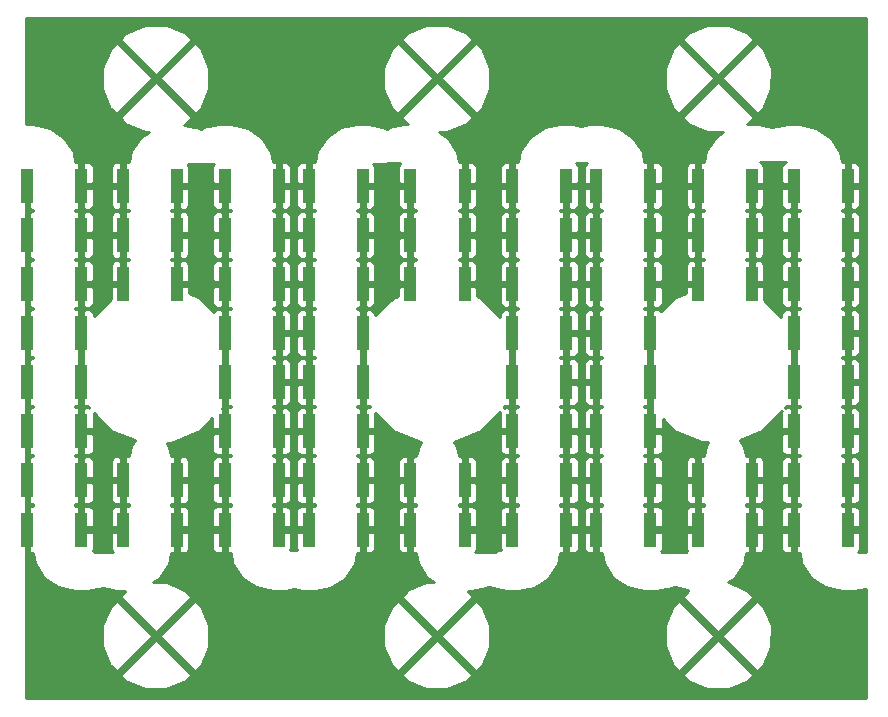
<source format=gbr>
G04 #@! TF.FileFunction,Copper,L1,Top,Signal*
%FSLAX46Y46*%
G04 Gerber Fmt 4.6, Leading zero omitted, Abs format (unit mm)*
G04 Created by KiCad (PCBNEW 4.0.7) date Wed Jan 17 20:47:54 2018*
%MOMM*%
%LPD*%
G01*
G04 APERTURE LIST*
%ADD10C,0.100000*%
%ADD11R,1.000000X3.000000*%
%ADD12C,1.200000*%
%ADD13C,0.600000*%
%ADD14C,0.254000*%
G04 APERTURE END LIST*
D10*
D11*
X135124998Y-111185710D03*
X130524998Y-111185710D03*
X154862495Y-111185710D03*
X159462495Y-111185710D03*
X118400000Y-90400000D03*
X113800000Y-90400000D03*
X121912499Y-90400000D03*
X126512499Y-90400000D03*
X135124998Y-90400000D03*
X130524998Y-90400000D03*
X137637497Y-90400000D03*
X142237497Y-90400000D03*
X150849996Y-90400000D03*
X146249996Y-90400000D03*
X154862495Y-90400000D03*
X159462495Y-90400000D03*
X166574994Y-90400000D03*
X161974994Y-90400000D03*
X170587493Y-90400000D03*
X175187493Y-90400000D03*
X183299992Y-90400000D03*
X178699992Y-90400000D03*
X118400000Y-94557142D03*
X113800000Y-94557142D03*
X121912499Y-94557142D03*
X126512499Y-94557142D03*
X135124998Y-94557142D03*
X130524998Y-94557142D03*
X137637497Y-94557142D03*
X142237497Y-94557142D03*
X150849996Y-94557142D03*
X146249996Y-94557142D03*
X154862495Y-94557142D03*
X159462495Y-94557142D03*
X166574994Y-94557142D03*
X161974994Y-94557142D03*
X170587493Y-94557142D03*
X175187493Y-94557142D03*
X135124998Y-102871426D03*
X130524998Y-102871426D03*
X183299992Y-94557142D03*
X178699992Y-94557142D03*
X118400000Y-98714284D03*
X113800000Y-98714284D03*
X121912499Y-98714284D03*
X126512499Y-98714284D03*
X135124998Y-98714284D03*
X130524998Y-98714284D03*
X137637497Y-98714284D03*
X142237497Y-98714284D03*
X150849996Y-98714284D03*
X146249996Y-98714284D03*
X154862495Y-98714284D03*
X159462495Y-98714284D03*
X166574994Y-98714284D03*
X161974994Y-98714284D03*
X170587493Y-98714284D03*
X175187493Y-98714284D03*
X135124998Y-107028568D03*
X130524998Y-107028568D03*
X183299992Y-98714284D03*
X178699992Y-98714284D03*
X118400000Y-102871426D03*
X113800000Y-102871426D03*
X137637497Y-102871426D03*
X142237497Y-102871426D03*
X166574994Y-102871426D03*
X161974994Y-102871426D03*
X183299999Y-102871426D03*
X178699999Y-102871426D03*
X118400000Y-107028568D03*
X113800000Y-107028568D03*
X137637497Y-107028568D03*
X142237497Y-107028568D03*
X166574994Y-107028568D03*
X161974994Y-107028568D03*
X183299999Y-107028568D03*
X178699999Y-107028568D03*
X118400000Y-111185710D03*
X113800000Y-111185710D03*
X137637497Y-111185710D03*
X142237497Y-111185710D03*
X166574994Y-111185710D03*
X161974994Y-111185710D03*
X183299999Y-111185710D03*
X178699999Y-111185710D03*
X118400000Y-115342852D03*
X113800000Y-115342852D03*
X121912499Y-115342852D03*
X126512499Y-115342852D03*
X135124998Y-115342852D03*
X130524998Y-115342852D03*
X137637497Y-115342852D03*
X142237497Y-115342852D03*
X150849996Y-115342852D03*
X146249996Y-115342852D03*
X154862495Y-115342852D03*
X159462495Y-115342852D03*
X166574994Y-115342852D03*
X161974994Y-115342852D03*
X170587493Y-115342852D03*
X175187493Y-115342852D03*
X154862495Y-102871426D03*
X159462495Y-102871426D03*
X183299992Y-115342852D03*
X178699992Y-115342852D03*
X118400000Y-119499994D03*
X113800000Y-119499994D03*
X121912499Y-119499994D03*
X126512499Y-119499994D03*
X135124998Y-119499994D03*
X130524998Y-119499994D03*
X137637497Y-119499994D03*
X142237497Y-119499994D03*
X150849996Y-119499994D03*
X146249996Y-119499994D03*
X154862495Y-119499994D03*
X159462495Y-119499994D03*
X166574994Y-119499994D03*
X161974994Y-119499994D03*
X170587493Y-119499994D03*
X175187493Y-119499994D03*
X154862495Y-107028568D03*
X159462495Y-107028568D03*
X183299992Y-119499994D03*
X178699992Y-119499994D03*
D12*
X162500000Y-84000000D03*
X164500000Y-84000000D03*
X166500000Y-84000000D03*
X166500000Y-82000000D03*
X164500000Y-82000000D03*
X162500000Y-82000000D03*
X162500000Y-80000000D03*
X164500000Y-80000000D03*
X166500000Y-80000000D03*
X166500000Y-78000000D03*
X164500000Y-78000000D03*
X162500000Y-78000000D03*
X160500000Y-78000000D03*
X160500000Y-80000000D03*
X160500000Y-82000000D03*
X160500000Y-84000000D03*
X158500000Y-82000000D03*
X158500000Y-84000000D03*
X158500000Y-80000000D03*
X158500000Y-78000000D03*
X156500000Y-78000000D03*
X156500000Y-80000000D03*
X156500000Y-82000000D03*
X156500000Y-84000000D03*
X154500000Y-84000000D03*
X154500000Y-82000000D03*
X154500000Y-80000000D03*
X154500000Y-78000000D03*
X142500000Y-84000000D03*
X142500000Y-82000000D03*
X142500000Y-80000000D03*
X142500000Y-78000000D03*
X140500000Y-84000000D03*
X140500000Y-82000000D03*
X140500000Y-80000000D03*
X140500000Y-78000000D03*
X138500000Y-84000000D03*
X138500000Y-82000000D03*
X138500000Y-80000000D03*
X138500000Y-78000000D03*
X136500000Y-84000000D03*
X136500000Y-82000000D03*
X136500000Y-80000000D03*
X136500000Y-78000000D03*
X134500000Y-84000000D03*
X134500000Y-82000000D03*
X134500000Y-80000000D03*
X134500000Y-78000000D03*
X132500000Y-84000000D03*
X132500000Y-82000000D03*
X132500000Y-80000000D03*
X132500000Y-78000000D03*
X130500000Y-84000000D03*
X130500000Y-82000000D03*
X130500000Y-80000000D03*
X130500000Y-78000000D03*
X178500000Y-84000000D03*
X180500000Y-84000000D03*
X182500000Y-84000000D03*
X182500000Y-78000000D03*
X182500000Y-80000000D03*
X180500000Y-80000000D03*
X180500000Y-78000000D03*
X178500000Y-78000000D03*
X182500000Y-82000000D03*
X178500000Y-80000000D03*
X178500000Y-82000000D03*
X180500000Y-82000000D03*
X118500000Y-84000000D03*
X118500000Y-82000000D03*
X118500000Y-80000000D03*
X118500000Y-78000000D03*
X116500000Y-84000000D03*
X116500000Y-82000000D03*
X116500000Y-80000000D03*
X116500000Y-78000000D03*
X114500000Y-84000000D03*
X114500000Y-82000000D03*
X114500000Y-80000000D03*
X114500000Y-78000000D03*
X182500000Y-131500000D03*
X182500000Y-129500000D03*
X182500000Y-127500000D03*
X182500000Y-125500000D03*
X180500000Y-131500000D03*
X180500000Y-129500000D03*
X180500000Y-127500000D03*
X180500000Y-125500000D03*
X178500000Y-131500000D03*
X178500000Y-129500000D03*
X178500000Y-127500000D03*
X118500000Y-131500000D03*
X118500000Y-129500000D03*
X118500000Y-127500000D03*
X118500000Y-125500000D03*
X116500000Y-131500000D03*
X116500000Y-129500000D03*
X116500000Y-127500000D03*
X116500000Y-125500000D03*
X114500000Y-131500000D03*
X114500000Y-129500000D03*
X114500000Y-127500000D03*
X166500000Y-131500000D03*
X166500000Y-129500000D03*
X166500000Y-127500000D03*
X166500000Y-125500000D03*
X164500000Y-131500000D03*
X164500000Y-129500000D03*
X164500000Y-127500000D03*
X164500000Y-125500000D03*
X162500000Y-131500000D03*
X162500000Y-129500000D03*
X162500000Y-127500000D03*
X162500000Y-125500000D03*
X160500000Y-131500000D03*
X160500000Y-129500000D03*
X160500000Y-127500000D03*
X160500000Y-125500000D03*
X158500000Y-131500000D03*
X158500000Y-129500000D03*
X158500000Y-127500000D03*
X158500000Y-125500000D03*
X156500000Y-131500000D03*
X156500000Y-129500000D03*
X156500000Y-127500000D03*
X156500000Y-125500000D03*
X154500000Y-131500000D03*
X154500000Y-129500000D03*
X154500000Y-127500000D03*
X142500000Y-131500000D03*
X142500000Y-129500000D03*
X142500000Y-127500000D03*
X142500000Y-125500000D03*
X140500000Y-131500000D03*
X140500000Y-129500000D03*
X140500000Y-127500000D03*
X140500000Y-125500000D03*
X138500000Y-131500000D03*
X138500000Y-129500000D03*
X138500000Y-127500000D03*
X138500000Y-125500000D03*
X136500000Y-131500000D03*
X136500000Y-129500000D03*
X136500000Y-127500000D03*
X136500000Y-125500000D03*
X134500000Y-131500000D03*
X134500000Y-129500000D03*
X134500000Y-127500000D03*
X134500000Y-125500000D03*
X132500000Y-131500000D03*
X132500000Y-129500000D03*
X132500000Y-127500000D03*
X132500000Y-125500000D03*
X130500000Y-131500000D03*
X130500000Y-129500000D03*
X130500000Y-127500000D03*
X178500000Y-125500000D03*
X154500000Y-125500000D03*
X130500000Y-125500000D03*
X114500000Y-125500000D03*
D13*
X118400000Y-107028568D02*
X118400000Y-111185710D01*
X118400000Y-102871426D02*
X118400000Y-107028568D01*
X166574994Y-102871426D02*
X166574994Y-98714284D01*
X166574994Y-107028568D02*
X166574994Y-111185710D01*
X166574994Y-102871426D02*
X166574994Y-107028568D01*
X154862495Y-107028568D02*
X154862495Y-111185710D01*
X154862495Y-102871426D02*
X154862495Y-107028568D01*
X178699999Y-107028568D02*
X178699999Y-111185710D01*
X178699999Y-102871426D02*
X178699999Y-107028568D01*
X130524998Y-107028568D02*
X130524998Y-111185710D01*
X130524998Y-102871426D02*
X130524998Y-98714284D01*
X130524998Y-102871426D02*
X130524998Y-107028568D01*
X142237497Y-107028568D02*
X142237497Y-111185710D01*
X142237497Y-102871426D02*
X142237497Y-107028568D01*
D14*
G36*
X118573000Y-108026217D02*
X118573000Y-108923818D01*
X118704750Y-109055568D01*
X118998319Y-109055568D01*
X119048393Y-109176756D01*
X119004827Y-109158710D01*
X118704750Y-109158710D01*
X118573000Y-109290460D01*
X118573000Y-111012710D01*
X119295250Y-111012710D01*
X119427000Y-110880960D01*
X119427000Y-109600470D01*
X120942305Y-111118422D01*
X122922457Y-111940653D01*
X122605797Y-112404101D01*
X122421162Y-113315852D01*
X122217249Y-113315852D01*
X122085499Y-113447602D01*
X122085499Y-115169852D01*
X122105499Y-115169852D01*
X122105499Y-115515852D01*
X122085499Y-115515852D01*
X122085499Y-117238102D01*
X122217249Y-117369852D01*
X122413604Y-117369852D01*
X122427304Y-117442664D01*
X122421162Y-117472994D01*
X122217249Y-117472994D01*
X122085499Y-117604744D01*
X122085499Y-119326994D01*
X122105499Y-119326994D01*
X122105499Y-119672994D01*
X122085499Y-119672994D01*
X122085499Y-119692994D01*
X121739499Y-119692994D01*
X121739499Y-119672994D01*
X121017249Y-119672994D01*
X120885499Y-119804744D01*
X120885499Y-121104821D01*
X120965730Y-121298515D01*
X121040214Y-121373000D01*
X119583548Y-121373000D01*
X119355193Y-121278179D01*
X119427000Y-121104821D01*
X119427000Y-119804744D01*
X119295250Y-119672994D01*
X118573000Y-119672994D01*
X118573000Y-119692994D01*
X118227000Y-119692994D01*
X118227000Y-119672994D01*
X118207000Y-119672994D01*
X118207000Y-119326994D01*
X118227000Y-119326994D01*
X118227000Y-117604744D01*
X118573000Y-117604744D01*
X118573000Y-119326994D01*
X119295250Y-119326994D01*
X119427000Y-119195244D01*
X119427000Y-117895167D01*
X120885499Y-117895167D01*
X120885499Y-119195244D01*
X121017249Y-119326994D01*
X121739499Y-119326994D01*
X121739499Y-117604744D01*
X121607749Y-117472994D01*
X121307672Y-117472994D01*
X121113977Y-117553225D01*
X120965730Y-117701473D01*
X120885499Y-117895167D01*
X119427000Y-117895167D01*
X119346769Y-117701473D01*
X119198522Y-117553225D01*
X119004827Y-117472994D01*
X118704750Y-117472994D01*
X118573000Y-117604744D01*
X118227000Y-117604744D01*
X118095250Y-117472994D01*
X117898895Y-117472994D01*
X117885195Y-117400182D01*
X117891337Y-117369852D01*
X118095250Y-117369852D01*
X118227000Y-117238102D01*
X118227000Y-115515852D01*
X118573000Y-115515852D01*
X118573000Y-117238102D01*
X118704750Y-117369852D01*
X119004827Y-117369852D01*
X119198522Y-117289621D01*
X119346769Y-117141373D01*
X119427000Y-116947679D01*
X119427000Y-115647602D01*
X120885499Y-115647602D01*
X120885499Y-116947679D01*
X120965730Y-117141373D01*
X121113977Y-117289621D01*
X121307672Y-117369852D01*
X121607749Y-117369852D01*
X121739499Y-117238102D01*
X121739499Y-115515852D01*
X121017249Y-115515852D01*
X120885499Y-115647602D01*
X119427000Y-115647602D01*
X119295250Y-115515852D01*
X118573000Y-115515852D01*
X118227000Y-115515852D01*
X118207000Y-115515852D01*
X118207000Y-115169852D01*
X118227000Y-115169852D01*
X118227000Y-113447602D01*
X118573000Y-113447602D01*
X118573000Y-115169852D01*
X119295250Y-115169852D01*
X119427000Y-115038102D01*
X119427000Y-113738025D01*
X120885499Y-113738025D01*
X120885499Y-115038102D01*
X121017249Y-115169852D01*
X121739499Y-115169852D01*
X121739499Y-113447602D01*
X121607749Y-113315852D01*
X121307672Y-113315852D01*
X121113977Y-113396083D01*
X120965730Y-113544331D01*
X120885499Y-113738025D01*
X119427000Y-113738025D01*
X119346769Y-113544331D01*
X119198522Y-113396083D01*
X119004827Y-113315852D01*
X118704750Y-113315852D01*
X118573000Y-113447602D01*
X118227000Y-113447602D01*
X118095250Y-113315852D01*
X117898895Y-113315852D01*
X117885195Y-113243040D01*
X117891337Y-113212710D01*
X118095250Y-113212710D01*
X118227000Y-113080960D01*
X118227000Y-111358710D01*
X118573000Y-111358710D01*
X118573000Y-113080960D01*
X118704750Y-113212710D01*
X119004827Y-113212710D01*
X119198522Y-113132479D01*
X119346769Y-112984231D01*
X119427000Y-112790537D01*
X119427000Y-111490460D01*
X119295250Y-111358710D01*
X118573000Y-111358710D01*
X118227000Y-111358710D01*
X118207000Y-111358710D01*
X118207000Y-111012710D01*
X118227000Y-111012710D01*
X118227000Y-109290460D01*
X118095250Y-109158710D01*
X117898895Y-109158710D01*
X117885195Y-109085898D01*
X117891337Y-109055568D01*
X118095250Y-109055568D01*
X118227000Y-108923818D01*
X118227000Y-107201568D01*
X118207000Y-107201568D01*
X118207000Y-107140431D01*
X118573000Y-108026217D01*
X118573000Y-108026217D01*
G37*
X118573000Y-108026217D02*
X118573000Y-108923818D01*
X118704750Y-109055568D01*
X118998319Y-109055568D01*
X119048393Y-109176756D01*
X119004827Y-109158710D01*
X118704750Y-109158710D01*
X118573000Y-109290460D01*
X118573000Y-111012710D01*
X119295250Y-111012710D01*
X119427000Y-110880960D01*
X119427000Y-109600470D01*
X120942305Y-111118422D01*
X122922457Y-111940653D01*
X122605797Y-112404101D01*
X122421162Y-113315852D01*
X122217249Y-113315852D01*
X122085499Y-113447602D01*
X122085499Y-115169852D01*
X122105499Y-115169852D01*
X122105499Y-115515852D01*
X122085499Y-115515852D01*
X122085499Y-117238102D01*
X122217249Y-117369852D01*
X122413604Y-117369852D01*
X122427304Y-117442664D01*
X122421162Y-117472994D01*
X122217249Y-117472994D01*
X122085499Y-117604744D01*
X122085499Y-119326994D01*
X122105499Y-119326994D01*
X122105499Y-119672994D01*
X122085499Y-119672994D01*
X122085499Y-119692994D01*
X121739499Y-119692994D01*
X121739499Y-119672994D01*
X121017249Y-119672994D01*
X120885499Y-119804744D01*
X120885499Y-121104821D01*
X120965730Y-121298515D01*
X121040214Y-121373000D01*
X119583548Y-121373000D01*
X119355193Y-121278179D01*
X119427000Y-121104821D01*
X119427000Y-119804744D01*
X119295250Y-119672994D01*
X118573000Y-119672994D01*
X118573000Y-119692994D01*
X118227000Y-119692994D01*
X118227000Y-119672994D01*
X118207000Y-119672994D01*
X118207000Y-119326994D01*
X118227000Y-119326994D01*
X118227000Y-117604744D01*
X118573000Y-117604744D01*
X118573000Y-119326994D01*
X119295250Y-119326994D01*
X119427000Y-119195244D01*
X119427000Y-117895167D01*
X120885499Y-117895167D01*
X120885499Y-119195244D01*
X121017249Y-119326994D01*
X121739499Y-119326994D01*
X121739499Y-117604744D01*
X121607749Y-117472994D01*
X121307672Y-117472994D01*
X121113977Y-117553225D01*
X120965730Y-117701473D01*
X120885499Y-117895167D01*
X119427000Y-117895167D01*
X119346769Y-117701473D01*
X119198522Y-117553225D01*
X119004827Y-117472994D01*
X118704750Y-117472994D01*
X118573000Y-117604744D01*
X118227000Y-117604744D01*
X118095250Y-117472994D01*
X117898895Y-117472994D01*
X117885195Y-117400182D01*
X117891337Y-117369852D01*
X118095250Y-117369852D01*
X118227000Y-117238102D01*
X118227000Y-115515852D01*
X118573000Y-115515852D01*
X118573000Y-117238102D01*
X118704750Y-117369852D01*
X119004827Y-117369852D01*
X119198522Y-117289621D01*
X119346769Y-117141373D01*
X119427000Y-116947679D01*
X119427000Y-115647602D01*
X120885499Y-115647602D01*
X120885499Y-116947679D01*
X120965730Y-117141373D01*
X121113977Y-117289621D01*
X121307672Y-117369852D01*
X121607749Y-117369852D01*
X121739499Y-117238102D01*
X121739499Y-115515852D01*
X121017249Y-115515852D01*
X120885499Y-115647602D01*
X119427000Y-115647602D01*
X119295250Y-115515852D01*
X118573000Y-115515852D01*
X118227000Y-115515852D01*
X118207000Y-115515852D01*
X118207000Y-115169852D01*
X118227000Y-115169852D01*
X118227000Y-113447602D01*
X118573000Y-113447602D01*
X118573000Y-115169852D01*
X119295250Y-115169852D01*
X119427000Y-115038102D01*
X119427000Y-113738025D01*
X120885499Y-113738025D01*
X120885499Y-115038102D01*
X121017249Y-115169852D01*
X121739499Y-115169852D01*
X121739499Y-113447602D01*
X121607749Y-113315852D01*
X121307672Y-113315852D01*
X121113977Y-113396083D01*
X120965730Y-113544331D01*
X120885499Y-113738025D01*
X119427000Y-113738025D01*
X119346769Y-113544331D01*
X119198522Y-113396083D01*
X119004827Y-113315852D01*
X118704750Y-113315852D01*
X118573000Y-113447602D01*
X118227000Y-113447602D01*
X118095250Y-113315852D01*
X117898895Y-113315852D01*
X117885195Y-113243040D01*
X117891337Y-113212710D01*
X118095250Y-113212710D01*
X118227000Y-113080960D01*
X118227000Y-111358710D01*
X118573000Y-111358710D01*
X118573000Y-113080960D01*
X118704750Y-113212710D01*
X119004827Y-113212710D01*
X119198522Y-113132479D01*
X119346769Y-112984231D01*
X119427000Y-112790537D01*
X119427000Y-111490460D01*
X119295250Y-111358710D01*
X118573000Y-111358710D01*
X118227000Y-111358710D01*
X118207000Y-111358710D01*
X118207000Y-111012710D01*
X118227000Y-111012710D01*
X118227000Y-109290460D01*
X118095250Y-109158710D01*
X117898895Y-109158710D01*
X117885195Y-109085898D01*
X117891337Y-109055568D01*
X118095250Y-109055568D01*
X118227000Y-108923818D01*
X118227000Y-107201568D01*
X118207000Y-107201568D01*
X118207000Y-107140431D01*
X118573000Y-108026217D01*
G36*
X155055495Y-107201568D02*
X155035495Y-107201568D01*
X155035495Y-108923818D01*
X155167245Y-109055568D01*
X155363600Y-109055568D01*
X155377300Y-109128380D01*
X155371158Y-109158710D01*
X155167245Y-109158710D01*
X155035495Y-109290460D01*
X155035495Y-111012710D01*
X155055495Y-111012710D01*
X155055495Y-111358710D01*
X155035495Y-111358710D01*
X155035495Y-113080960D01*
X155167245Y-113212710D01*
X155363600Y-113212710D01*
X155377300Y-113285522D01*
X155371158Y-113315852D01*
X155167245Y-113315852D01*
X155035495Y-113447602D01*
X155035495Y-115169852D01*
X155055495Y-115169852D01*
X155055495Y-115515852D01*
X155035495Y-115515852D01*
X155035495Y-117238102D01*
X155167245Y-117369852D01*
X155363600Y-117369852D01*
X155377300Y-117442664D01*
X155371158Y-117472994D01*
X155167245Y-117472994D01*
X155035495Y-117604744D01*
X155035495Y-119326994D01*
X155055495Y-119326994D01*
X155055495Y-119672994D01*
X155035495Y-119672994D01*
X155035495Y-119692994D01*
X154689495Y-119692994D01*
X154689495Y-119672994D01*
X153967245Y-119672994D01*
X153835495Y-119804744D01*
X153835495Y-121104821D01*
X153904942Y-121272479D01*
X153662886Y-121272268D01*
X153419096Y-121373000D01*
X151722281Y-121373000D01*
X151796765Y-121298515D01*
X151876996Y-121104821D01*
X151876996Y-119804744D01*
X151745246Y-119672994D01*
X151022996Y-119672994D01*
X151022996Y-119692994D01*
X150676996Y-119692994D01*
X150676996Y-119672994D01*
X150656996Y-119672994D01*
X150656996Y-119326994D01*
X150676996Y-119326994D01*
X150676996Y-117604744D01*
X151022996Y-117604744D01*
X151022996Y-119326994D01*
X151745246Y-119326994D01*
X151876996Y-119195244D01*
X151876996Y-117895167D01*
X153835495Y-117895167D01*
X153835495Y-119195244D01*
X153967245Y-119326994D01*
X154689495Y-119326994D01*
X154689495Y-117604744D01*
X154557745Y-117472994D01*
X154257668Y-117472994D01*
X154063973Y-117553225D01*
X153915726Y-117701473D01*
X153835495Y-117895167D01*
X151876996Y-117895167D01*
X151796765Y-117701473D01*
X151648518Y-117553225D01*
X151454823Y-117472994D01*
X151154746Y-117472994D01*
X151022996Y-117604744D01*
X150676996Y-117604744D01*
X150545246Y-117472994D01*
X150348891Y-117472994D01*
X150335191Y-117400182D01*
X150341333Y-117369852D01*
X150545246Y-117369852D01*
X150676996Y-117238102D01*
X150676996Y-115515852D01*
X151022996Y-115515852D01*
X151022996Y-117238102D01*
X151154746Y-117369852D01*
X151454823Y-117369852D01*
X151648518Y-117289621D01*
X151796765Y-117141373D01*
X151876996Y-116947679D01*
X151876996Y-115647602D01*
X153835495Y-115647602D01*
X153835495Y-116947679D01*
X153915726Y-117141373D01*
X154063973Y-117289621D01*
X154257668Y-117369852D01*
X154557745Y-117369852D01*
X154689495Y-117238102D01*
X154689495Y-115515852D01*
X153967245Y-115515852D01*
X153835495Y-115647602D01*
X151876996Y-115647602D01*
X151745246Y-115515852D01*
X151022996Y-115515852D01*
X150676996Y-115515852D01*
X150656996Y-115515852D01*
X150656996Y-115169852D01*
X150676996Y-115169852D01*
X150676996Y-113447602D01*
X151022996Y-113447602D01*
X151022996Y-115169852D01*
X151745246Y-115169852D01*
X151876996Y-115038102D01*
X151876996Y-113738025D01*
X153835495Y-113738025D01*
X153835495Y-115038102D01*
X153967245Y-115169852D01*
X154689495Y-115169852D01*
X154689495Y-113447602D01*
X154557745Y-113315852D01*
X154257668Y-113315852D01*
X154063973Y-113396083D01*
X153915726Y-113544331D01*
X153835495Y-113738025D01*
X151876996Y-113738025D01*
X151796765Y-113544331D01*
X151648518Y-113396083D01*
X151454823Y-113315852D01*
X151154746Y-113315852D01*
X151022996Y-113447602D01*
X150676996Y-113447602D01*
X150545246Y-113315852D01*
X150348891Y-113315852D01*
X150195146Y-112498766D01*
X149928423Y-112084267D01*
X151365544Y-111490460D01*
X153835495Y-111490460D01*
X153835495Y-112790537D01*
X153915726Y-112984231D01*
X154063973Y-113132479D01*
X154257668Y-113212710D01*
X154557745Y-113212710D01*
X154689495Y-113080960D01*
X154689495Y-111358710D01*
X153967245Y-111358710D01*
X153835495Y-111490460D01*
X151365544Y-111490460D01*
X152250090Y-111124973D01*
X153862721Y-109515155D01*
X153835495Y-109580883D01*
X153835495Y-110880960D01*
X153967245Y-111012710D01*
X154689495Y-111012710D01*
X154689495Y-109290460D01*
X154557745Y-109158710D01*
X154257668Y-109158710D01*
X154138475Y-109208081D01*
X154210002Y-109035824D01*
X154257668Y-109055568D01*
X154557745Y-109055568D01*
X154689495Y-108923818D01*
X154689495Y-107881078D01*
X155055495Y-106999652D01*
X155055495Y-107201568D01*
X155055495Y-107201568D01*
G37*
X155055495Y-107201568D02*
X155035495Y-107201568D01*
X155035495Y-108923818D01*
X155167245Y-109055568D01*
X155363600Y-109055568D01*
X155377300Y-109128380D01*
X155371158Y-109158710D01*
X155167245Y-109158710D01*
X155035495Y-109290460D01*
X155035495Y-111012710D01*
X155055495Y-111012710D01*
X155055495Y-111358710D01*
X155035495Y-111358710D01*
X155035495Y-113080960D01*
X155167245Y-113212710D01*
X155363600Y-113212710D01*
X155377300Y-113285522D01*
X155371158Y-113315852D01*
X155167245Y-113315852D01*
X155035495Y-113447602D01*
X155035495Y-115169852D01*
X155055495Y-115169852D01*
X155055495Y-115515852D01*
X155035495Y-115515852D01*
X155035495Y-117238102D01*
X155167245Y-117369852D01*
X155363600Y-117369852D01*
X155377300Y-117442664D01*
X155371158Y-117472994D01*
X155167245Y-117472994D01*
X155035495Y-117604744D01*
X155035495Y-119326994D01*
X155055495Y-119326994D01*
X155055495Y-119672994D01*
X155035495Y-119672994D01*
X155035495Y-119692994D01*
X154689495Y-119692994D01*
X154689495Y-119672994D01*
X153967245Y-119672994D01*
X153835495Y-119804744D01*
X153835495Y-121104821D01*
X153904942Y-121272479D01*
X153662886Y-121272268D01*
X153419096Y-121373000D01*
X151722281Y-121373000D01*
X151796765Y-121298515D01*
X151876996Y-121104821D01*
X151876996Y-119804744D01*
X151745246Y-119672994D01*
X151022996Y-119672994D01*
X151022996Y-119692994D01*
X150676996Y-119692994D01*
X150676996Y-119672994D01*
X150656996Y-119672994D01*
X150656996Y-119326994D01*
X150676996Y-119326994D01*
X150676996Y-117604744D01*
X151022996Y-117604744D01*
X151022996Y-119326994D01*
X151745246Y-119326994D01*
X151876996Y-119195244D01*
X151876996Y-117895167D01*
X153835495Y-117895167D01*
X153835495Y-119195244D01*
X153967245Y-119326994D01*
X154689495Y-119326994D01*
X154689495Y-117604744D01*
X154557745Y-117472994D01*
X154257668Y-117472994D01*
X154063973Y-117553225D01*
X153915726Y-117701473D01*
X153835495Y-117895167D01*
X151876996Y-117895167D01*
X151796765Y-117701473D01*
X151648518Y-117553225D01*
X151454823Y-117472994D01*
X151154746Y-117472994D01*
X151022996Y-117604744D01*
X150676996Y-117604744D01*
X150545246Y-117472994D01*
X150348891Y-117472994D01*
X150335191Y-117400182D01*
X150341333Y-117369852D01*
X150545246Y-117369852D01*
X150676996Y-117238102D01*
X150676996Y-115515852D01*
X151022996Y-115515852D01*
X151022996Y-117238102D01*
X151154746Y-117369852D01*
X151454823Y-117369852D01*
X151648518Y-117289621D01*
X151796765Y-117141373D01*
X151876996Y-116947679D01*
X151876996Y-115647602D01*
X153835495Y-115647602D01*
X153835495Y-116947679D01*
X153915726Y-117141373D01*
X154063973Y-117289621D01*
X154257668Y-117369852D01*
X154557745Y-117369852D01*
X154689495Y-117238102D01*
X154689495Y-115515852D01*
X153967245Y-115515852D01*
X153835495Y-115647602D01*
X151876996Y-115647602D01*
X151745246Y-115515852D01*
X151022996Y-115515852D01*
X150676996Y-115515852D01*
X150656996Y-115515852D01*
X150656996Y-115169852D01*
X150676996Y-115169852D01*
X150676996Y-113447602D01*
X151022996Y-113447602D01*
X151022996Y-115169852D01*
X151745246Y-115169852D01*
X151876996Y-115038102D01*
X151876996Y-113738025D01*
X153835495Y-113738025D01*
X153835495Y-115038102D01*
X153967245Y-115169852D01*
X154689495Y-115169852D01*
X154689495Y-113447602D01*
X154557745Y-113315852D01*
X154257668Y-113315852D01*
X154063973Y-113396083D01*
X153915726Y-113544331D01*
X153835495Y-113738025D01*
X151876996Y-113738025D01*
X151796765Y-113544331D01*
X151648518Y-113396083D01*
X151454823Y-113315852D01*
X151154746Y-113315852D01*
X151022996Y-113447602D01*
X150676996Y-113447602D01*
X150545246Y-113315852D01*
X150348891Y-113315852D01*
X150195146Y-112498766D01*
X149928423Y-112084267D01*
X151365544Y-111490460D01*
X153835495Y-111490460D01*
X153835495Y-112790537D01*
X153915726Y-112984231D01*
X154063973Y-113132479D01*
X154257668Y-113212710D01*
X154557745Y-113212710D01*
X154689495Y-113080960D01*
X154689495Y-111358710D01*
X153967245Y-111358710D01*
X153835495Y-111490460D01*
X151365544Y-111490460D01*
X152250090Y-111124973D01*
X153862721Y-109515155D01*
X153835495Y-109580883D01*
X153835495Y-110880960D01*
X153967245Y-111012710D01*
X154689495Y-111012710D01*
X154689495Y-109290460D01*
X154557745Y-109158710D01*
X154257668Y-109158710D01*
X154138475Y-109208081D01*
X154210002Y-109035824D01*
X154257668Y-109055568D01*
X154557745Y-109055568D01*
X154689495Y-108923818D01*
X154689495Y-107881078D01*
X155055495Y-106999652D01*
X155055495Y-107201568D01*
G36*
X166679727Y-109252590D02*
X166747994Y-109320976D01*
X166747994Y-111012710D01*
X167470244Y-111012710D01*
X167601994Y-110880960D01*
X167601994Y-110176468D01*
X168542305Y-111118422D01*
X170977125Y-112129448D01*
X171468161Y-112129876D01*
X171280791Y-112404101D01*
X171096156Y-113315852D01*
X170892243Y-113315852D01*
X170760493Y-113447602D01*
X170760493Y-115169852D01*
X170780493Y-115169852D01*
X170780493Y-115515852D01*
X170760493Y-115515852D01*
X170760493Y-117238102D01*
X170892243Y-117369852D01*
X171088598Y-117369852D01*
X171102298Y-117442664D01*
X171096156Y-117472994D01*
X170892243Y-117472994D01*
X170760493Y-117604744D01*
X170760493Y-119326994D01*
X170780493Y-119326994D01*
X170780493Y-119672994D01*
X170760493Y-119672994D01*
X170760493Y-119692994D01*
X170414493Y-119692994D01*
X170414493Y-119672994D01*
X169692243Y-119672994D01*
X169560493Y-119804744D01*
X169560493Y-121104821D01*
X169640724Y-121298515D01*
X169677452Y-121335244D01*
X169586075Y-121373000D01*
X167583547Y-121373000D01*
X167487260Y-121333018D01*
X167521763Y-121298515D01*
X167601994Y-121104821D01*
X167601994Y-119804744D01*
X167470244Y-119672994D01*
X166747994Y-119672994D01*
X166747994Y-119692994D01*
X166401994Y-119692994D01*
X166401994Y-119672994D01*
X166381994Y-119672994D01*
X166381994Y-119326994D01*
X166401994Y-119326994D01*
X166401994Y-117604744D01*
X166747994Y-117604744D01*
X166747994Y-119326994D01*
X167470244Y-119326994D01*
X167601994Y-119195244D01*
X167601994Y-117895167D01*
X169560493Y-117895167D01*
X169560493Y-119195244D01*
X169692243Y-119326994D01*
X170414493Y-119326994D01*
X170414493Y-117604744D01*
X170282743Y-117472994D01*
X169982666Y-117472994D01*
X169788971Y-117553225D01*
X169640724Y-117701473D01*
X169560493Y-117895167D01*
X167601994Y-117895167D01*
X167521763Y-117701473D01*
X167373516Y-117553225D01*
X167179821Y-117472994D01*
X166879744Y-117472994D01*
X166747994Y-117604744D01*
X166401994Y-117604744D01*
X166270244Y-117472994D01*
X166073889Y-117472994D01*
X166060189Y-117400182D01*
X166066331Y-117369852D01*
X166270244Y-117369852D01*
X166401994Y-117238102D01*
X166401994Y-115515852D01*
X166747994Y-115515852D01*
X166747994Y-117238102D01*
X166879744Y-117369852D01*
X167179821Y-117369852D01*
X167373516Y-117289621D01*
X167521763Y-117141373D01*
X167601994Y-116947679D01*
X167601994Y-115647602D01*
X169560493Y-115647602D01*
X169560493Y-116947679D01*
X169640724Y-117141373D01*
X169788971Y-117289621D01*
X169982666Y-117369852D01*
X170282743Y-117369852D01*
X170414493Y-117238102D01*
X170414493Y-115515852D01*
X169692243Y-115515852D01*
X169560493Y-115647602D01*
X167601994Y-115647602D01*
X167470244Y-115515852D01*
X166747994Y-115515852D01*
X166401994Y-115515852D01*
X166381994Y-115515852D01*
X166381994Y-115169852D01*
X166401994Y-115169852D01*
X166401994Y-113447602D01*
X166747994Y-113447602D01*
X166747994Y-115169852D01*
X167470244Y-115169852D01*
X167601994Y-115038102D01*
X167601994Y-113738025D01*
X169560493Y-113738025D01*
X169560493Y-115038102D01*
X169692243Y-115169852D01*
X170414493Y-115169852D01*
X170414493Y-113447602D01*
X170282743Y-113315852D01*
X169982666Y-113315852D01*
X169788971Y-113396083D01*
X169640724Y-113544331D01*
X169560493Y-113738025D01*
X167601994Y-113738025D01*
X167521763Y-113544331D01*
X167373516Y-113396083D01*
X167179821Y-113315852D01*
X166879744Y-113315852D01*
X166747994Y-113447602D01*
X166401994Y-113447602D01*
X166270244Y-113315852D01*
X166073889Y-113315852D01*
X166060189Y-113243040D01*
X166066331Y-113212710D01*
X166270244Y-113212710D01*
X166401994Y-113080960D01*
X166401994Y-111358710D01*
X166747994Y-111358710D01*
X166747994Y-113080960D01*
X166879744Y-113212710D01*
X167179821Y-113212710D01*
X167373516Y-113132479D01*
X167521763Y-112984231D01*
X167601994Y-112790537D01*
X167601994Y-111490460D01*
X167470244Y-111358710D01*
X166747994Y-111358710D01*
X166401994Y-111358710D01*
X166381994Y-111358710D01*
X166381994Y-111012710D01*
X166401994Y-111012710D01*
X166401994Y-109290460D01*
X166270244Y-109158710D01*
X166073889Y-109158710D01*
X166060189Y-109085898D01*
X166066331Y-109055568D01*
X166270244Y-109055568D01*
X166401994Y-108923818D01*
X166401994Y-108580425D01*
X166679727Y-109252590D01*
X166679727Y-109252590D01*
G37*
X166679727Y-109252590D02*
X166747994Y-109320976D01*
X166747994Y-111012710D01*
X167470244Y-111012710D01*
X167601994Y-110880960D01*
X167601994Y-110176468D01*
X168542305Y-111118422D01*
X170977125Y-112129448D01*
X171468161Y-112129876D01*
X171280791Y-112404101D01*
X171096156Y-113315852D01*
X170892243Y-113315852D01*
X170760493Y-113447602D01*
X170760493Y-115169852D01*
X170780493Y-115169852D01*
X170780493Y-115515852D01*
X170760493Y-115515852D01*
X170760493Y-117238102D01*
X170892243Y-117369852D01*
X171088598Y-117369852D01*
X171102298Y-117442664D01*
X171096156Y-117472994D01*
X170892243Y-117472994D01*
X170760493Y-117604744D01*
X170760493Y-119326994D01*
X170780493Y-119326994D01*
X170780493Y-119672994D01*
X170760493Y-119672994D01*
X170760493Y-119692994D01*
X170414493Y-119692994D01*
X170414493Y-119672994D01*
X169692243Y-119672994D01*
X169560493Y-119804744D01*
X169560493Y-121104821D01*
X169640724Y-121298515D01*
X169677452Y-121335244D01*
X169586075Y-121373000D01*
X167583547Y-121373000D01*
X167487260Y-121333018D01*
X167521763Y-121298515D01*
X167601994Y-121104821D01*
X167601994Y-119804744D01*
X167470244Y-119672994D01*
X166747994Y-119672994D01*
X166747994Y-119692994D01*
X166401994Y-119692994D01*
X166401994Y-119672994D01*
X166381994Y-119672994D01*
X166381994Y-119326994D01*
X166401994Y-119326994D01*
X166401994Y-117604744D01*
X166747994Y-117604744D01*
X166747994Y-119326994D01*
X167470244Y-119326994D01*
X167601994Y-119195244D01*
X167601994Y-117895167D01*
X169560493Y-117895167D01*
X169560493Y-119195244D01*
X169692243Y-119326994D01*
X170414493Y-119326994D01*
X170414493Y-117604744D01*
X170282743Y-117472994D01*
X169982666Y-117472994D01*
X169788971Y-117553225D01*
X169640724Y-117701473D01*
X169560493Y-117895167D01*
X167601994Y-117895167D01*
X167521763Y-117701473D01*
X167373516Y-117553225D01*
X167179821Y-117472994D01*
X166879744Y-117472994D01*
X166747994Y-117604744D01*
X166401994Y-117604744D01*
X166270244Y-117472994D01*
X166073889Y-117472994D01*
X166060189Y-117400182D01*
X166066331Y-117369852D01*
X166270244Y-117369852D01*
X166401994Y-117238102D01*
X166401994Y-115515852D01*
X166747994Y-115515852D01*
X166747994Y-117238102D01*
X166879744Y-117369852D01*
X167179821Y-117369852D01*
X167373516Y-117289621D01*
X167521763Y-117141373D01*
X167601994Y-116947679D01*
X167601994Y-115647602D01*
X169560493Y-115647602D01*
X169560493Y-116947679D01*
X169640724Y-117141373D01*
X169788971Y-117289621D01*
X169982666Y-117369852D01*
X170282743Y-117369852D01*
X170414493Y-117238102D01*
X170414493Y-115515852D01*
X169692243Y-115515852D01*
X169560493Y-115647602D01*
X167601994Y-115647602D01*
X167470244Y-115515852D01*
X166747994Y-115515852D01*
X166401994Y-115515852D01*
X166381994Y-115515852D01*
X166381994Y-115169852D01*
X166401994Y-115169852D01*
X166401994Y-113447602D01*
X166747994Y-113447602D01*
X166747994Y-115169852D01*
X167470244Y-115169852D01*
X167601994Y-115038102D01*
X167601994Y-113738025D01*
X169560493Y-113738025D01*
X169560493Y-115038102D01*
X169692243Y-115169852D01*
X170414493Y-115169852D01*
X170414493Y-113447602D01*
X170282743Y-113315852D01*
X169982666Y-113315852D01*
X169788971Y-113396083D01*
X169640724Y-113544331D01*
X169560493Y-113738025D01*
X167601994Y-113738025D01*
X167521763Y-113544331D01*
X167373516Y-113396083D01*
X167179821Y-113315852D01*
X166879744Y-113315852D01*
X166747994Y-113447602D01*
X166401994Y-113447602D01*
X166270244Y-113315852D01*
X166073889Y-113315852D01*
X166060189Y-113243040D01*
X166066331Y-113212710D01*
X166270244Y-113212710D01*
X166401994Y-113080960D01*
X166401994Y-111358710D01*
X166747994Y-111358710D01*
X166747994Y-113080960D01*
X166879744Y-113212710D01*
X167179821Y-113212710D01*
X167373516Y-113132479D01*
X167521763Y-112984231D01*
X167601994Y-112790537D01*
X167601994Y-111490460D01*
X167470244Y-111358710D01*
X166747994Y-111358710D01*
X166401994Y-111358710D01*
X166381994Y-111358710D01*
X166381994Y-111012710D01*
X166401994Y-111012710D01*
X166401994Y-109290460D01*
X166270244Y-109158710D01*
X166073889Y-109158710D01*
X166060189Y-109085898D01*
X166066331Y-109055568D01*
X166270244Y-109055568D01*
X166401994Y-108923818D01*
X166401994Y-108580425D01*
X166679727Y-109252590D01*
G36*
X184798000Y-121373000D02*
X184172277Y-121373000D01*
X184246761Y-121298515D01*
X184326992Y-121104821D01*
X184326992Y-119804744D01*
X184195242Y-119672994D01*
X183472992Y-119672994D01*
X183472992Y-119692994D01*
X183126992Y-119692994D01*
X183126992Y-119672994D01*
X183106992Y-119672994D01*
X183106992Y-119326994D01*
X183126992Y-119326994D01*
X183126992Y-117604744D01*
X183472992Y-117604744D01*
X183472992Y-119326994D01*
X184195242Y-119326994D01*
X184326992Y-119195244D01*
X184326992Y-117895167D01*
X184246761Y-117701473D01*
X184098514Y-117553225D01*
X183904819Y-117472994D01*
X183604742Y-117472994D01*
X183472992Y-117604744D01*
X183126992Y-117604744D01*
X182995242Y-117472994D01*
X182798887Y-117472994D01*
X182785187Y-117400182D01*
X182791329Y-117369852D01*
X182995242Y-117369852D01*
X183126992Y-117238102D01*
X183126992Y-115515852D01*
X183472992Y-115515852D01*
X183472992Y-117238102D01*
X183604742Y-117369852D01*
X183904819Y-117369852D01*
X184098514Y-117289621D01*
X184246761Y-117141373D01*
X184326992Y-116947679D01*
X184326992Y-115647602D01*
X184195242Y-115515852D01*
X183472992Y-115515852D01*
X183126992Y-115515852D01*
X183106992Y-115515852D01*
X183106992Y-115169852D01*
X183126992Y-115169852D01*
X183126992Y-113447602D01*
X183472992Y-113447602D01*
X183472992Y-115169852D01*
X184195242Y-115169852D01*
X184326992Y-115038102D01*
X184326992Y-113738025D01*
X184246761Y-113544331D01*
X184098514Y-113396083D01*
X183904819Y-113315852D01*
X183604742Y-113315852D01*
X183472992Y-113447602D01*
X183126992Y-113447602D01*
X182995242Y-113315852D01*
X182798887Y-113315852D01*
X182785190Y-113243058D01*
X182791336Y-113212710D01*
X182995249Y-113212710D01*
X183126999Y-113080960D01*
X183126999Y-111358710D01*
X183472999Y-111358710D01*
X183472999Y-113080960D01*
X183604749Y-113212710D01*
X183904826Y-113212710D01*
X184098521Y-113132479D01*
X184246768Y-112984231D01*
X184326999Y-112790537D01*
X184326999Y-111490460D01*
X184195249Y-111358710D01*
X183472999Y-111358710D01*
X183126999Y-111358710D01*
X183106999Y-111358710D01*
X183106999Y-111012710D01*
X183126999Y-111012710D01*
X183126999Y-109290460D01*
X183472999Y-109290460D01*
X183472999Y-111012710D01*
X184195249Y-111012710D01*
X184326999Y-110880960D01*
X184326999Y-109580883D01*
X184246768Y-109387189D01*
X184098521Y-109238941D01*
X183904826Y-109158710D01*
X183604749Y-109158710D01*
X183472999Y-109290460D01*
X183126999Y-109290460D01*
X182995249Y-109158710D01*
X182798894Y-109158710D01*
X182785194Y-109085898D01*
X182791336Y-109055568D01*
X182995249Y-109055568D01*
X183126999Y-108923818D01*
X183126999Y-107201568D01*
X183472999Y-107201568D01*
X183472999Y-108923818D01*
X183604749Y-109055568D01*
X183904826Y-109055568D01*
X184098521Y-108975337D01*
X184246768Y-108827089D01*
X184326999Y-108633395D01*
X184326999Y-107333318D01*
X184195249Y-107201568D01*
X183472999Y-107201568D01*
X183126999Y-107201568D01*
X183106999Y-107201568D01*
X183106999Y-106855568D01*
X183126999Y-106855568D01*
X183126999Y-105133318D01*
X183472999Y-105133318D01*
X183472999Y-106855568D01*
X184195249Y-106855568D01*
X184326999Y-106723818D01*
X184326999Y-105423741D01*
X184246768Y-105230047D01*
X184098521Y-105081799D01*
X183904826Y-105001568D01*
X183604749Y-105001568D01*
X183472999Y-105133318D01*
X183126999Y-105133318D01*
X182995249Y-105001568D01*
X182798894Y-105001568D01*
X182785194Y-104928756D01*
X182791336Y-104898426D01*
X182995249Y-104898426D01*
X183126999Y-104766676D01*
X183126999Y-103044426D01*
X183472999Y-103044426D01*
X183472999Y-104766676D01*
X183604749Y-104898426D01*
X183904826Y-104898426D01*
X184098521Y-104818195D01*
X184246768Y-104669947D01*
X184326999Y-104476253D01*
X184326999Y-103176176D01*
X184195249Y-103044426D01*
X183472999Y-103044426D01*
X183126999Y-103044426D01*
X183106999Y-103044426D01*
X183106999Y-102698426D01*
X183126999Y-102698426D01*
X183126999Y-100976176D01*
X183472999Y-100976176D01*
X183472999Y-102698426D01*
X184195249Y-102698426D01*
X184326999Y-102566676D01*
X184326999Y-101266599D01*
X184246768Y-101072905D01*
X184098521Y-100924657D01*
X183904826Y-100844426D01*
X183604749Y-100844426D01*
X183472999Y-100976176D01*
X183126999Y-100976176D01*
X182995249Y-100844426D01*
X182798894Y-100844426D01*
X182785190Y-100771596D01*
X182791329Y-100741284D01*
X182995242Y-100741284D01*
X183126992Y-100609534D01*
X183126992Y-98887284D01*
X183472992Y-98887284D01*
X183472992Y-100609534D01*
X183604742Y-100741284D01*
X183904819Y-100741284D01*
X184098514Y-100661053D01*
X184246761Y-100512805D01*
X184326992Y-100319111D01*
X184326992Y-99019034D01*
X184195242Y-98887284D01*
X183472992Y-98887284D01*
X183126992Y-98887284D01*
X183106992Y-98887284D01*
X183106992Y-98541284D01*
X183126992Y-98541284D01*
X183126992Y-96819034D01*
X183472992Y-96819034D01*
X183472992Y-98541284D01*
X184195242Y-98541284D01*
X184326992Y-98409534D01*
X184326992Y-97109457D01*
X184246761Y-96915763D01*
X184098514Y-96767515D01*
X183904819Y-96687284D01*
X183604742Y-96687284D01*
X183472992Y-96819034D01*
X183126992Y-96819034D01*
X182995242Y-96687284D01*
X182798887Y-96687284D01*
X182785187Y-96614472D01*
X182791329Y-96584142D01*
X182995242Y-96584142D01*
X183126992Y-96452392D01*
X183126992Y-94730142D01*
X183472992Y-94730142D01*
X183472992Y-96452392D01*
X183604742Y-96584142D01*
X183904819Y-96584142D01*
X184098514Y-96503911D01*
X184246761Y-96355663D01*
X184326992Y-96161969D01*
X184326992Y-94861892D01*
X184195242Y-94730142D01*
X183472992Y-94730142D01*
X183126992Y-94730142D01*
X183106992Y-94730142D01*
X183106992Y-94384142D01*
X183126992Y-94384142D01*
X183126992Y-92661892D01*
X183472992Y-92661892D01*
X183472992Y-94384142D01*
X184195242Y-94384142D01*
X184326992Y-94252392D01*
X184326992Y-92952315D01*
X184246761Y-92758621D01*
X184098514Y-92610373D01*
X183904819Y-92530142D01*
X183604742Y-92530142D01*
X183472992Y-92661892D01*
X183126992Y-92661892D01*
X182995242Y-92530142D01*
X182798887Y-92530142D01*
X182785187Y-92457330D01*
X182791329Y-92427000D01*
X182995242Y-92427000D01*
X183126992Y-92295250D01*
X183126992Y-90573000D01*
X183472992Y-90573000D01*
X183472992Y-92295250D01*
X183604742Y-92427000D01*
X183904819Y-92427000D01*
X184098514Y-92346769D01*
X184246761Y-92198521D01*
X184326992Y-92004827D01*
X184326992Y-90704750D01*
X184195242Y-90573000D01*
X183472992Y-90573000D01*
X183126992Y-90573000D01*
X183106992Y-90573000D01*
X183106992Y-90227000D01*
X183126992Y-90227000D01*
X183126992Y-88504750D01*
X183472992Y-88504750D01*
X183472992Y-90227000D01*
X184195242Y-90227000D01*
X184326992Y-90095250D01*
X184326992Y-88795173D01*
X184246761Y-88601479D01*
X184098514Y-88453231D01*
X183904819Y-88373000D01*
X183604742Y-88373000D01*
X183472992Y-88504750D01*
X183126992Y-88504750D01*
X182995242Y-88373000D01*
X182798887Y-88373000D01*
X182645142Y-87555914D01*
X181850788Y-86321453D01*
X180638743Y-85493298D01*
X179199992Y-85201943D01*
X178199992Y-85201943D01*
X176897622Y-85447001D01*
X175687493Y-85201943D01*
X174722775Y-85201943D01*
X174858604Y-85145964D01*
X174872268Y-85136834D01*
X175347033Y-84594192D01*
X172301100Y-81548259D01*
X169255167Y-84594192D01*
X169729932Y-85136834D01*
X171392567Y-85828990D01*
X172758199Y-85831421D01*
X172108946Y-86249204D01*
X171280791Y-87461249D01*
X171096156Y-88373000D01*
X170892243Y-88373000D01*
X170760493Y-88504750D01*
X170760493Y-90227000D01*
X170780493Y-90227000D01*
X170780493Y-90573000D01*
X170760493Y-90573000D01*
X170760493Y-92295250D01*
X170892243Y-92427000D01*
X171088598Y-92427000D01*
X171102298Y-92499812D01*
X171096156Y-92530142D01*
X170892243Y-92530142D01*
X170760493Y-92661892D01*
X170760493Y-94384142D01*
X170780493Y-94384142D01*
X170780493Y-94730142D01*
X170760493Y-94730142D01*
X170760493Y-96452392D01*
X170892243Y-96584142D01*
X171088598Y-96584142D01*
X171102298Y-96656954D01*
X171096156Y-96687284D01*
X170892243Y-96687284D01*
X170760493Y-96819034D01*
X170760493Y-98541284D01*
X170780493Y-98541284D01*
X170780493Y-98887284D01*
X170760493Y-98887284D01*
X170760493Y-98907284D01*
X170414493Y-98907284D01*
X170414493Y-98887284D01*
X169692243Y-98887284D01*
X169560493Y-99019034D01*
X169560493Y-99465572D01*
X168552110Y-99882227D01*
X167440629Y-100991770D01*
X167373516Y-100924657D01*
X167179821Y-100844426D01*
X166879744Y-100844426D01*
X166747994Y-100976176D01*
X166747994Y-101683197D01*
X166686278Y-101744805D01*
X166401994Y-102429437D01*
X166401994Y-100976176D01*
X166270244Y-100844426D01*
X166073889Y-100844426D01*
X166060189Y-100771614D01*
X166066331Y-100741284D01*
X166270244Y-100741284D01*
X166401994Y-100609534D01*
X166401994Y-98887284D01*
X166747994Y-98887284D01*
X166747994Y-100609534D01*
X166879744Y-100741284D01*
X167179821Y-100741284D01*
X167373516Y-100661053D01*
X167521763Y-100512805D01*
X167601994Y-100319111D01*
X167601994Y-99019034D01*
X167470244Y-98887284D01*
X166747994Y-98887284D01*
X166401994Y-98887284D01*
X166381994Y-98887284D01*
X166381994Y-98541284D01*
X166401994Y-98541284D01*
X166401994Y-96819034D01*
X166747994Y-96819034D01*
X166747994Y-98541284D01*
X167470244Y-98541284D01*
X167601994Y-98409534D01*
X167601994Y-97109457D01*
X169560493Y-97109457D01*
X169560493Y-98409534D01*
X169692243Y-98541284D01*
X170414493Y-98541284D01*
X170414493Y-96819034D01*
X170282743Y-96687284D01*
X169982666Y-96687284D01*
X169788971Y-96767515D01*
X169640724Y-96915763D01*
X169560493Y-97109457D01*
X167601994Y-97109457D01*
X167521763Y-96915763D01*
X167373516Y-96767515D01*
X167179821Y-96687284D01*
X166879744Y-96687284D01*
X166747994Y-96819034D01*
X166401994Y-96819034D01*
X166270244Y-96687284D01*
X166073889Y-96687284D01*
X166060189Y-96614472D01*
X166066331Y-96584142D01*
X166270244Y-96584142D01*
X166401994Y-96452392D01*
X166401994Y-94730142D01*
X166747994Y-94730142D01*
X166747994Y-96452392D01*
X166879744Y-96584142D01*
X167179821Y-96584142D01*
X167373516Y-96503911D01*
X167521763Y-96355663D01*
X167601994Y-96161969D01*
X167601994Y-94861892D01*
X169560493Y-94861892D01*
X169560493Y-96161969D01*
X169640724Y-96355663D01*
X169788971Y-96503911D01*
X169982666Y-96584142D01*
X170282743Y-96584142D01*
X170414493Y-96452392D01*
X170414493Y-94730142D01*
X169692243Y-94730142D01*
X169560493Y-94861892D01*
X167601994Y-94861892D01*
X167470244Y-94730142D01*
X166747994Y-94730142D01*
X166401994Y-94730142D01*
X166381994Y-94730142D01*
X166381994Y-94384142D01*
X166401994Y-94384142D01*
X166401994Y-92661892D01*
X166747994Y-92661892D01*
X166747994Y-94384142D01*
X167470244Y-94384142D01*
X167601994Y-94252392D01*
X167601994Y-92952315D01*
X169560493Y-92952315D01*
X169560493Y-94252392D01*
X169692243Y-94384142D01*
X170414493Y-94384142D01*
X170414493Y-92661892D01*
X170282743Y-92530142D01*
X169982666Y-92530142D01*
X169788971Y-92610373D01*
X169640724Y-92758621D01*
X169560493Y-92952315D01*
X167601994Y-92952315D01*
X167521763Y-92758621D01*
X167373516Y-92610373D01*
X167179821Y-92530142D01*
X166879744Y-92530142D01*
X166747994Y-92661892D01*
X166401994Y-92661892D01*
X166270244Y-92530142D01*
X166073889Y-92530142D01*
X166060189Y-92457330D01*
X166066331Y-92427000D01*
X166270244Y-92427000D01*
X166401994Y-92295250D01*
X166401994Y-90573000D01*
X166747994Y-90573000D01*
X166747994Y-92295250D01*
X166879744Y-92427000D01*
X167179821Y-92427000D01*
X167373516Y-92346769D01*
X167521763Y-92198521D01*
X167601994Y-92004827D01*
X167601994Y-90704750D01*
X169560493Y-90704750D01*
X169560493Y-92004827D01*
X169640724Y-92198521D01*
X169788971Y-92346769D01*
X169982666Y-92427000D01*
X170282743Y-92427000D01*
X170414493Y-92295250D01*
X170414493Y-90573000D01*
X169692243Y-90573000D01*
X169560493Y-90704750D01*
X167601994Y-90704750D01*
X167470244Y-90573000D01*
X166747994Y-90573000D01*
X166401994Y-90573000D01*
X166381994Y-90573000D01*
X166381994Y-90227000D01*
X166401994Y-90227000D01*
X166401994Y-88504750D01*
X166747994Y-88504750D01*
X166747994Y-90227000D01*
X167470244Y-90227000D01*
X167601994Y-90095250D01*
X167601994Y-88795173D01*
X169560493Y-88795173D01*
X169560493Y-90095250D01*
X169692243Y-90227000D01*
X170414493Y-90227000D01*
X170414493Y-88504750D01*
X170282743Y-88373000D01*
X169982666Y-88373000D01*
X169788971Y-88453231D01*
X169640724Y-88601479D01*
X169560493Y-88795173D01*
X167601994Y-88795173D01*
X167521763Y-88601479D01*
X167373516Y-88453231D01*
X167179821Y-88373000D01*
X166879744Y-88373000D01*
X166747994Y-88504750D01*
X166401994Y-88504750D01*
X166270244Y-88373000D01*
X166073889Y-88373000D01*
X165920144Y-87555914D01*
X165125790Y-86321453D01*
X163913745Y-85493298D01*
X162474994Y-85201943D01*
X161474994Y-85201943D01*
X160690980Y-85349465D01*
X159962495Y-85201943D01*
X158962495Y-85201943D01*
X157618409Y-85454850D01*
X156383948Y-86249204D01*
X155555793Y-87461249D01*
X155371158Y-88373000D01*
X155167245Y-88373000D01*
X155035495Y-88504750D01*
X155035495Y-90227000D01*
X155055495Y-90227000D01*
X155055495Y-90573000D01*
X155035495Y-90573000D01*
X155035495Y-92295250D01*
X155167245Y-92427000D01*
X155363600Y-92427000D01*
X155377300Y-92499812D01*
X155371158Y-92530142D01*
X155167245Y-92530142D01*
X155035495Y-92661892D01*
X155035495Y-94384142D01*
X155055495Y-94384142D01*
X155055495Y-94730142D01*
X155035495Y-94730142D01*
X155035495Y-96452392D01*
X155167245Y-96584142D01*
X155363600Y-96584142D01*
X155377300Y-96656954D01*
X155371158Y-96687284D01*
X155167245Y-96687284D01*
X155035495Y-96819034D01*
X155035495Y-98541284D01*
X155055495Y-98541284D01*
X155055495Y-98887284D01*
X155035495Y-98887284D01*
X155035495Y-100609534D01*
X155167245Y-100741284D01*
X155363600Y-100741284D01*
X155377300Y-100814096D01*
X155371158Y-100844426D01*
X155167245Y-100844426D01*
X155035495Y-100976176D01*
X155035495Y-102698426D01*
X155055495Y-102698426D01*
X155055495Y-103044426D01*
X155035495Y-103044426D01*
X155035495Y-103064426D01*
X154689495Y-103064426D01*
X154689495Y-103044426D01*
X154669495Y-103044426D01*
X154669495Y-102698426D01*
X154689495Y-102698426D01*
X154689495Y-100976176D01*
X154557745Y-100844426D01*
X154257668Y-100844426D01*
X154063973Y-100924657D01*
X153915726Y-101072905D01*
X153835495Y-101266599D01*
X153835495Y-101467131D01*
X152259895Y-99888778D01*
X151876996Y-99729784D01*
X151876996Y-99019034D01*
X153835495Y-99019034D01*
X153835495Y-100319111D01*
X153915726Y-100512805D01*
X154063973Y-100661053D01*
X154257668Y-100741284D01*
X154557745Y-100741284D01*
X154689495Y-100609534D01*
X154689495Y-98887284D01*
X153967245Y-98887284D01*
X153835495Y-99019034D01*
X151876996Y-99019034D01*
X151745246Y-98887284D01*
X151022996Y-98887284D01*
X151022996Y-98907284D01*
X150676996Y-98907284D01*
X150676996Y-98887284D01*
X150656996Y-98887284D01*
X150656996Y-98541284D01*
X150676996Y-98541284D01*
X150676996Y-96819034D01*
X151022996Y-96819034D01*
X151022996Y-98541284D01*
X151745246Y-98541284D01*
X151876996Y-98409534D01*
X151876996Y-97109457D01*
X153835495Y-97109457D01*
X153835495Y-98409534D01*
X153967245Y-98541284D01*
X154689495Y-98541284D01*
X154689495Y-96819034D01*
X154557745Y-96687284D01*
X154257668Y-96687284D01*
X154063973Y-96767515D01*
X153915726Y-96915763D01*
X153835495Y-97109457D01*
X151876996Y-97109457D01*
X151796765Y-96915763D01*
X151648518Y-96767515D01*
X151454823Y-96687284D01*
X151154746Y-96687284D01*
X151022996Y-96819034D01*
X150676996Y-96819034D01*
X150545246Y-96687284D01*
X150348891Y-96687284D01*
X150335191Y-96614472D01*
X150341333Y-96584142D01*
X150545246Y-96584142D01*
X150676996Y-96452392D01*
X150676996Y-94730142D01*
X151022996Y-94730142D01*
X151022996Y-96452392D01*
X151154746Y-96584142D01*
X151454823Y-96584142D01*
X151648518Y-96503911D01*
X151796765Y-96355663D01*
X151876996Y-96161969D01*
X151876996Y-94861892D01*
X153835495Y-94861892D01*
X153835495Y-96161969D01*
X153915726Y-96355663D01*
X154063973Y-96503911D01*
X154257668Y-96584142D01*
X154557745Y-96584142D01*
X154689495Y-96452392D01*
X154689495Y-94730142D01*
X153967245Y-94730142D01*
X153835495Y-94861892D01*
X151876996Y-94861892D01*
X151745246Y-94730142D01*
X151022996Y-94730142D01*
X150676996Y-94730142D01*
X150656996Y-94730142D01*
X150656996Y-94384142D01*
X150676996Y-94384142D01*
X150676996Y-92661892D01*
X151022996Y-92661892D01*
X151022996Y-94384142D01*
X151745246Y-94384142D01*
X151876996Y-94252392D01*
X151876996Y-92952315D01*
X153835495Y-92952315D01*
X153835495Y-94252392D01*
X153967245Y-94384142D01*
X154689495Y-94384142D01*
X154689495Y-92661892D01*
X154557745Y-92530142D01*
X154257668Y-92530142D01*
X154063973Y-92610373D01*
X153915726Y-92758621D01*
X153835495Y-92952315D01*
X151876996Y-92952315D01*
X151796765Y-92758621D01*
X151648518Y-92610373D01*
X151454823Y-92530142D01*
X151154746Y-92530142D01*
X151022996Y-92661892D01*
X150676996Y-92661892D01*
X150545246Y-92530142D01*
X150348891Y-92530142D01*
X150335191Y-92457330D01*
X150341333Y-92427000D01*
X150545246Y-92427000D01*
X150676996Y-92295250D01*
X150676996Y-90573000D01*
X151022996Y-90573000D01*
X151022996Y-92295250D01*
X151154746Y-92427000D01*
X151454823Y-92427000D01*
X151648518Y-92346769D01*
X151796765Y-92198521D01*
X151876996Y-92004827D01*
X151876996Y-90704750D01*
X153835495Y-90704750D01*
X153835495Y-92004827D01*
X153915726Y-92198521D01*
X154063973Y-92346769D01*
X154257668Y-92427000D01*
X154557745Y-92427000D01*
X154689495Y-92295250D01*
X154689495Y-90573000D01*
X153967245Y-90573000D01*
X153835495Y-90704750D01*
X151876996Y-90704750D01*
X151745246Y-90573000D01*
X151022996Y-90573000D01*
X150676996Y-90573000D01*
X150656996Y-90573000D01*
X150656996Y-90227000D01*
X150676996Y-90227000D01*
X150676996Y-88504750D01*
X151022996Y-88504750D01*
X151022996Y-90227000D01*
X151745246Y-90227000D01*
X151876996Y-90095250D01*
X151876996Y-88795173D01*
X153835495Y-88795173D01*
X153835495Y-90095250D01*
X153967245Y-90227000D01*
X154689495Y-90227000D01*
X154689495Y-88504750D01*
X154557745Y-88373000D01*
X154257668Y-88373000D01*
X154063973Y-88453231D01*
X153915726Y-88601479D01*
X153835495Y-88795173D01*
X151876996Y-88795173D01*
X151796765Y-88601479D01*
X151648518Y-88453231D01*
X151454823Y-88373000D01*
X151154746Y-88373000D01*
X151022996Y-88504750D01*
X150676996Y-88504750D01*
X150545246Y-88373000D01*
X150348891Y-88373000D01*
X150195146Y-87555914D01*
X149400792Y-86321453D01*
X148682889Y-85830931D01*
X149393517Y-85832196D01*
X151058604Y-85145964D01*
X151072268Y-85136834D01*
X151547033Y-84594192D01*
X148501100Y-81548259D01*
X145455167Y-84594192D01*
X145929932Y-85136834D01*
X146086331Y-85201943D01*
X145749996Y-85201943D01*
X144405910Y-85454850D01*
X144258656Y-85549605D01*
X144176248Y-85493298D01*
X142737497Y-85201943D01*
X141737497Y-85201943D01*
X140393411Y-85454850D01*
X139158950Y-86249204D01*
X138330795Y-87461249D01*
X138146160Y-88373000D01*
X137942247Y-88373000D01*
X137810497Y-88504750D01*
X137810497Y-90227000D01*
X137830497Y-90227000D01*
X137830497Y-90573000D01*
X137810497Y-90573000D01*
X137810497Y-92295250D01*
X137942247Y-92427000D01*
X138138602Y-92427000D01*
X138152302Y-92499812D01*
X138146160Y-92530142D01*
X137942247Y-92530142D01*
X137810497Y-92661892D01*
X137810497Y-94384142D01*
X137830497Y-94384142D01*
X137830497Y-94730142D01*
X137810497Y-94730142D01*
X137810497Y-96452392D01*
X137942247Y-96584142D01*
X138138602Y-96584142D01*
X138152302Y-96656954D01*
X138146160Y-96687284D01*
X137942247Y-96687284D01*
X137810497Y-96819034D01*
X137810497Y-98541284D01*
X137830497Y-98541284D01*
X137830497Y-98887284D01*
X137810497Y-98887284D01*
X137810497Y-100609534D01*
X137942247Y-100741284D01*
X138138602Y-100741284D01*
X138152302Y-100814096D01*
X138146160Y-100844426D01*
X137942247Y-100844426D01*
X137810497Y-100976176D01*
X137810497Y-102698426D01*
X137830497Y-102698426D01*
X137830497Y-103044426D01*
X137810497Y-103044426D01*
X137810497Y-104766676D01*
X137942247Y-104898426D01*
X138138602Y-104898426D01*
X138152302Y-104971238D01*
X138146160Y-105001568D01*
X137942247Y-105001568D01*
X137810497Y-105133318D01*
X137810497Y-106855568D01*
X137830497Y-106855568D01*
X137830497Y-107201568D01*
X137810497Y-107201568D01*
X137810497Y-108923818D01*
X137942247Y-109055568D01*
X138138602Y-109055568D01*
X138152302Y-109128380D01*
X138146160Y-109158710D01*
X137942247Y-109158710D01*
X137810497Y-109290460D01*
X137810497Y-111012710D01*
X137830497Y-111012710D01*
X137830497Y-111358710D01*
X137810497Y-111358710D01*
X137810497Y-113080960D01*
X137942247Y-113212710D01*
X138138602Y-113212710D01*
X138152302Y-113285522D01*
X138146160Y-113315852D01*
X137942247Y-113315852D01*
X137810497Y-113447602D01*
X137810497Y-115169852D01*
X137830497Y-115169852D01*
X137830497Y-115515852D01*
X137810497Y-115515852D01*
X137810497Y-117238102D01*
X137942247Y-117369852D01*
X138138602Y-117369852D01*
X138152302Y-117442664D01*
X138146160Y-117472994D01*
X137942247Y-117472994D01*
X137810497Y-117604744D01*
X137810497Y-119326994D01*
X137830497Y-119326994D01*
X137830497Y-119672994D01*
X137810497Y-119672994D01*
X137810497Y-119692994D01*
X137464497Y-119692994D01*
X137464497Y-119672994D01*
X136742247Y-119672994D01*
X136610497Y-119804744D01*
X136610497Y-121104821D01*
X136680224Y-121273156D01*
X136082487Y-121272634D01*
X136151998Y-121104821D01*
X136151998Y-119804744D01*
X136020248Y-119672994D01*
X135297998Y-119672994D01*
X135297998Y-119692994D01*
X134951998Y-119692994D01*
X134951998Y-119672994D01*
X134931998Y-119672994D01*
X134931998Y-119326994D01*
X134951998Y-119326994D01*
X134951998Y-117604744D01*
X135297998Y-117604744D01*
X135297998Y-119326994D01*
X136020248Y-119326994D01*
X136151998Y-119195244D01*
X136151998Y-117895167D01*
X136610497Y-117895167D01*
X136610497Y-119195244D01*
X136742247Y-119326994D01*
X137464497Y-119326994D01*
X137464497Y-117604744D01*
X137332747Y-117472994D01*
X137032670Y-117472994D01*
X136838975Y-117553225D01*
X136690728Y-117701473D01*
X136610497Y-117895167D01*
X136151998Y-117895167D01*
X136071767Y-117701473D01*
X135923520Y-117553225D01*
X135729825Y-117472994D01*
X135429748Y-117472994D01*
X135297998Y-117604744D01*
X134951998Y-117604744D01*
X134820248Y-117472994D01*
X134623893Y-117472994D01*
X134610193Y-117400182D01*
X134616335Y-117369852D01*
X134820248Y-117369852D01*
X134951998Y-117238102D01*
X134951998Y-115515852D01*
X135297998Y-115515852D01*
X135297998Y-117238102D01*
X135429748Y-117369852D01*
X135729825Y-117369852D01*
X135923520Y-117289621D01*
X136071767Y-117141373D01*
X136151998Y-116947679D01*
X136151998Y-115647602D01*
X136610497Y-115647602D01*
X136610497Y-116947679D01*
X136690728Y-117141373D01*
X136838975Y-117289621D01*
X137032670Y-117369852D01*
X137332747Y-117369852D01*
X137464497Y-117238102D01*
X137464497Y-115515852D01*
X136742247Y-115515852D01*
X136610497Y-115647602D01*
X136151998Y-115647602D01*
X136020248Y-115515852D01*
X135297998Y-115515852D01*
X134951998Y-115515852D01*
X134931998Y-115515852D01*
X134931998Y-115169852D01*
X134951998Y-115169852D01*
X134951998Y-113447602D01*
X135297998Y-113447602D01*
X135297998Y-115169852D01*
X136020248Y-115169852D01*
X136151998Y-115038102D01*
X136151998Y-113738025D01*
X136610497Y-113738025D01*
X136610497Y-115038102D01*
X136742247Y-115169852D01*
X137464497Y-115169852D01*
X137464497Y-113447602D01*
X137332747Y-113315852D01*
X137032670Y-113315852D01*
X136838975Y-113396083D01*
X136690728Y-113544331D01*
X136610497Y-113738025D01*
X136151998Y-113738025D01*
X136071767Y-113544331D01*
X135923520Y-113396083D01*
X135729825Y-113315852D01*
X135429748Y-113315852D01*
X135297998Y-113447602D01*
X134951998Y-113447602D01*
X134820248Y-113315852D01*
X134623893Y-113315852D01*
X134610193Y-113243040D01*
X134616335Y-113212710D01*
X134820248Y-113212710D01*
X134951998Y-113080960D01*
X134951998Y-111358710D01*
X135297998Y-111358710D01*
X135297998Y-113080960D01*
X135429748Y-113212710D01*
X135729825Y-113212710D01*
X135923520Y-113132479D01*
X136071767Y-112984231D01*
X136151998Y-112790537D01*
X136151998Y-111490460D01*
X136610497Y-111490460D01*
X136610497Y-112790537D01*
X136690728Y-112984231D01*
X136838975Y-113132479D01*
X137032670Y-113212710D01*
X137332747Y-113212710D01*
X137464497Y-113080960D01*
X137464497Y-111358710D01*
X136742247Y-111358710D01*
X136610497Y-111490460D01*
X136151998Y-111490460D01*
X136020248Y-111358710D01*
X135297998Y-111358710D01*
X134951998Y-111358710D01*
X134931998Y-111358710D01*
X134931998Y-111012710D01*
X134951998Y-111012710D01*
X134951998Y-109290460D01*
X135297998Y-109290460D01*
X135297998Y-111012710D01*
X136020248Y-111012710D01*
X136151998Y-110880960D01*
X136151998Y-109580883D01*
X136610497Y-109580883D01*
X136610497Y-110880960D01*
X136742247Y-111012710D01*
X137464497Y-111012710D01*
X137464497Y-109290460D01*
X137332747Y-109158710D01*
X137032670Y-109158710D01*
X136838975Y-109238941D01*
X136690728Y-109387189D01*
X136610497Y-109580883D01*
X136151998Y-109580883D01*
X136071767Y-109387189D01*
X135923520Y-109238941D01*
X135729825Y-109158710D01*
X135429748Y-109158710D01*
X135297998Y-109290460D01*
X134951998Y-109290460D01*
X134820248Y-109158710D01*
X134623893Y-109158710D01*
X134610193Y-109085898D01*
X134616335Y-109055568D01*
X134820248Y-109055568D01*
X134951998Y-108923818D01*
X134951998Y-107201568D01*
X135297998Y-107201568D01*
X135297998Y-108923818D01*
X135429748Y-109055568D01*
X135729825Y-109055568D01*
X135923520Y-108975337D01*
X136071767Y-108827089D01*
X136151998Y-108633395D01*
X136151998Y-107333318D01*
X136610497Y-107333318D01*
X136610497Y-108633395D01*
X136690728Y-108827089D01*
X136838975Y-108975337D01*
X137032670Y-109055568D01*
X137332747Y-109055568D01*
X137464497Y-108923818D01*
X137464497Y-107201568D01*
X136742247Y-107201568D01*
X136610497Y-107333318D01*
X136151998Y-107333318D01*
X136020248Y-107201568D01*
X135297998Y-107201568D01*
X134951998Y-107201568D01*
X134931998Y-107201568D01*
X134931998Y-106855568D01*
X134951998Y-106855568D01*
X134951998Y-105133318D01*
X135297998Y-105133318D01*
X135297998Y-106855568D01*
X136020248Y-106855568D01*
X136151998Y-106723818D01*
X136151998Y-105423741D01*
X136610497Y-105423741D01*
X136610497Y-106723818D01*
X136742247Y-106855568D01*
X137464497Y-106855568D01*
X137464497Y-105133318D01*
X137332747Y-105001568D01*
X137032670Y-105001568D01*
X136838975Y-105081799D01*
X136690728Y-105230047D01*
X136610497Y-105423741D01*
X136151998Y-105423741D01*
X136071767Y-105230047D01*
X135923520Y-105081799D01*
X135729825Y-105001568D01*
X135429748Y-105001568D01*
X135297998Y-105133318D01*
X134951998Y-105133318D01*
X134820248Y-105001568D01*
X134623893Y-105001568D01*
X134610193Y-104928756D01*
X134616335Y-104898426D01*
X134820248Y-104898426D01*
X134951998Y-104766676D01*
X134951998Y-103044426D01*
X135297998Y-103044426D01*
X135297998Y-104766676D01*
X135429748Y-104898426D01*
X135729825Y-104898426D01*
X135923520Y-104818195D01*
X136071767Y-104669947D01*
X136151998Y-104476253D01*
X136151998Y-103176176D01*
X136610497Y-103176176D01*
X136610497Y-104476253D01*
X136690728Y-104669947D01*
X136838975Y-104818195D01*
X137032670Y-104898426D01*
X137332747Y-104898426D01*
X137464497Y-104766676D01*
X137464497Y-103044426D01*
X136742247Y-103044426D01*
X136610497Y-103176176D01*
X136151998Y-103176176D01*
X136020248Y-103044426D01*
X135297998Y-103044426D01*
X134951998Y-103044426D01*
X134931998Y-103044426D01*
X134931998Y-102698426D01*
X134951998Y-102698426D01*
X134951998Y-100976176D01*
X135297998Y-100976176D01*
X135297998Y-102698426D01*
X136020248Y-102698426D01*
X136151998Y-102566676D01*
X136151998Y-101266599D01*
X136610497Y-101266599D01*
X136610497Y-102566676D01*
X136742247Y-102698426D01*
X137464497Y-102698426D01*
X137464497Y-100976176D01*
X137332747Y-100844426D01*
X137032670Y-100844426D01*
X136838975Y-100924657D01*
X136690728Y-101072905D01*
X136610497Y-101266599D01*
X136151998Y-101266599D01*
X136071767Y-101072905D01*
X135923520Y-100924657D01*
X135729825Y-100844426D01*
X135429748Y-100844426D01*
X135297998Y-100976176D01*
X134951998Y-100976176D01*
X134820248Y-100844426D01*
X134623893Y-100844426D01*
X134610193Y-100771614D01*
X134616335Y-100741284D01*
X134820248Y-100741284D01*
X134951998Y-100609534D01*
X134951998Y-98887284D01*
X135297998Y-98887284D01*
X135297998Y-100609534D01*
X135429748Y-100741284D01*
X135729825Y-100741284D01*
X135923520Y-100661053D01*
X136071767Y-100512805D01*
X136151998Y-100319111D01*
X136151998Y-99019034D01*
X136610497Y-99019034D01*
X136610497Y-100319111D01*
X136690728Y-100512805D01*
X136838975Y-100661053D01*
X137032670Y-100741284D01*
X137332747Y-100741284D01*
X137464497Y-100609534D01*
X137464497Y-98887284D01*
X136742247Y-98887284D01*
X136610497Y-99019034D01*
X136151998Y-99019034D01*
X136020248Y-98887284D01*
X135297998Y-98887284D01*
X134951998Y-98887284D01*
X134931998Y-98887284D01*
X134931998Y-98541284D01*
X134951998Y-98541284D01*
X134951998Y-96819034D01*
X135297998Y-96819034D01*
X135297998Y-98541284D01*
X136020248Y-98541284D01*
X136151998Y-98409534D01*
X136151998Y-97109457D01*
X136610497Y-97109457D01*
X136610497Y-98409534D01*
X136742247Y-98541284D01*
X137464497Y-98541284D01*
X137464497Y-96819034D01*
X137332747Y-96687284D01*
X137032670Y-96687284D01*
X136838975Y-96767515D01*
X136690728Y-96915763D01*
X136610497Y-97109457D01*
X136151998Y-97109457D01*
X136071767Y-96915763D01*
X135923520Y-96767515D01*
X135729825Y-96687284D01*
X135429748Y-96687284D01*
X135297998Y-96819034D01*
X134951998Y-96819034D01*
X134820248Y-96687284D01*
X134623893Y-96687284D01*
X134610193Y-96614472D01*
X134616335Y-96584142D01*
X134820248Y-96584142D01*
X134951998Y-96452392D01*
X134951998Y-94730142D01*
X135297998Y-94730142D01*
X135297998Y-96452392D01*
X135429748Y-96584142D01*
X135729825Y-96584142D01*
X135923520Y-96503911D01*
X136071767Y-96355663D01*
X136151998Y-96161969D01*
X136151998Y-94861892D01*
X136610497Y-94861892D01*
X136610497Y-96161969D01*
X136690728Y-96355663D01*
X136838975Y-96503911D01*
X137032670Y-96584142D01*
X137332747Y-96584142D01*
X137464497Y-96452392D01*
X137464497Y-94730142D01*
X136742247Y-94730142D01*
X136610497Y-94861892D01*
X136151998Y-94861892D01*
X136020248Y-94730142D01*
X135297998Y-94730142D01*
X134951998Y-94730142D01*
X134931998Y-94730142D01*
X134931998Y-94384142D01*
X134951998Y-94384142D01*
X134951998Y-92661892D01*
X135297998Y-92661892D01*
X135297998Y-94384142D01*
X136020248Y-94384142D01*
X136151998Y-94252392D01*
X136151998Y-92952315D01*
X136610497Y-92952315D01*
X136610497Y-94252392D01*
X136742247Y-94384142D01*
X137464497Y-94384142D01*
X137464497Y-92661892D01*
X137332747Y-92530142D01*
X137032670Y-92530142D01*
X136838975Y-92610373D01*
X136690728Y-92758621D01*
X136610497Y-92952315D01*
X136151998Y-92952315D01*
X136071767Y-92758621D01*
X135923520Y-92610373D01*
X135729825Y-92530142D01*
X135429748Y-92530142D01*
X135297998Y-92661892D01*
X134951998Y-92661892D01*
X134820248Y-92530142D01*
X134623893Y-92530142D01*
X134610193Y-92457330D01*
X134616335Y-92427000D01*
X134820248Y-92427000D01*
X134951998Y-92295250D01*
X134951998Y-90573000D01*
X135297998Y-90573000D01*
X135297998Y-92295250D01*
X135429748Y-92427000D01*
X135729825Y-92427000D01*
X135923520Y-92346769D01*
X136071767Y-92198521D01*
X136151998Y-92004827D01*
X136151998Y-90704750D01*
X136610497Y-90704750D01*
X136610497Y-92004827D01*
X136690728Y-92198521D01*
X136838975Y-92346769D01*
X137032670Y-92427000D01*
X137332747Y-92427000D01*
X137464497Y-92295250D01*
X137464497Y-90573000D01*
X136742247Y-90573000D01*
X136610497Y-90704750D01*
X136151998Y-90704750D01*
X136020248Y-90573000D01*
X135297998Y-90573000D01*
X134951998Y-90573000D01*
X134931998Y-90573000D01*
X134931998Y-90227000D01*
X134951998Y-90227000D01*
X134951998Y-88504750D01*
X135297998Y-88504750D01*
X135297998Y-90227000D01*
X136020248Y-90227000D01*
X136151998Y-90095250D01*
X136151998Y-88795173D01*
X136610497Y-88795173D01*
X136610497Y-90095250D01*
X136742247Y-90227000D01*
X137464497Y-90227000D01*
X137464497Y-88504750D01*
X137332747Y-88373000D01*
X137032670Y-88373000D01*
X136838975Y-88453231D01*
X136690728Y-88601479D01*
X136610497Y-88795173D01*
X136151998Y-88795173D01*
X136071767Y-88601479D01*
X135923520Y-88453231D01*
X135729825Y-88373000D01*
X135429748Y-88373000D01*
X135297998Y-88504750D01*
X134951998Y-88504750D01*
X134820248Y-88373000D01*
X134623893Y-88373000D01*
X134470148Y-87555914D01*
X133675794Y-86321453D01*
X132463749Y-85493298D01*
X131024998Y-85201943D01*
X130024998Y-85201943D01*
X128680912Y-85454850D01*
X128533658Y-85549605D01*
X128451250Y-85493298D01*
X127086442Y-85216917D01*
X127258604Y-85145964D01*
X127272268Y-85136834D01*
X127747033Y-84594192D01*
X124701100Y-81548259D01*
X121655167Y-84594192D01*
X122129932Y-85136834D01*
X123792567Y-85828990D01*
X124086171Y-85829513D01*
X123433952Y-86249204D01*
X122605797Y-87461249D01*
X122421162Y-88373000D01*
X122217249Y-88373000D01*
X122085499Y-88504750D01*
X122085499Y-90227000D01*
X122105499Y-90227000D01*
X122105499Y-90573000D01*
X122085499Y-90573000D01*
X122085499Y-92295250D01*
X122217249Y-92427000D01*
X122413604Y-92427000D01*
X122427304Y-92499812D01*
X122421162Y-92530142D01*
X122217249Y-92530142D01*
X122085499Y-92661892D01*
X122085499Y-94384142D01*
X122105499Y-94384142D01*
X122105499Y-94730142D01*
X122085499Y-94730142D01*
X122085499Y-96452392D01*
X122217249Y-96584142D01*
X122413604Y-96584142D01*
X122427304Y-96656954D01*
X122421162Y-96687284D01*
X122217249Y-96687284D01*
X122085499Y-96819034D01*
X122085499Y-98541284D01*
X122105499Y-98541284D01*
X122105499Y-98887284D01*
X122085499Y-98887284D01*
X122085499Y-98907284D01*
X121739499Y-98907284D01*
X121739499Y-98887284D01*
X121017249Y-98887284D01*
X120885499Y-99019034D01*
X120885499Y-99948722D01*
X119427000Y-101404677D01*
X119427000Y-101266599D01*
X119346769Y-101072905D01*
X119198522Y-100924657D01*
X119004827Y-100844426D01*
X118704750Y-100844426D01*
X118573000Y-100976176D01*
X118573000Y-102698426D01*
X118593000Y-102698426D01*
X118593000Y-102932750D01*
X118538323Y-103064426D01*
X118227000Y-103064426D01*
X118227000Y-103044426D01*
X118207000Y-103044426D01*
X118207000Y-102698426D01*
X118227000Y-102698426D01*
X118227000Y-100976176D01*
X118095250Y-100844426D01*
X117898895Y-100844426D01*
X117885195Y-100771614D01*
X117891337Y-100741284D01*
X118095250Y-100741284D01*
X118227000Y-100609534D01*
X118227000Y-98887284D01*
X118573000Y-98887284D01*
X118573000Y-100609534D01*
X118704750Y-100741284D01*
X119004827Y-100741284D01*
X119198522Y-100661053D01*
X119346769Y-100512805D01*
X119427000Y-100319111D01*
X119427000Y-99019034D01*
X119295250Y-98887284D01*
X118573000Y-98887284D01*
X118227000Y-98887284D01*
X118207000Y-98887284D01*
X118207000Y-98541284D01*
X118227000Y-98541284D01*
X118227000Y-96819034D01*
X118573000Y-96819034D01*
X118573000Y-98541284D01*
X119295250Y-98541284D01*
X119427000Y-98409534D01*
X119427000Y-97109457D01*
X120885499Y-97109457D01*
X120885499Y-98409534D01*
X121017249Y-98541284D01*
X121739499Y-98541284D01*
X121739499Y-96819034D01*
X121607749Y-96687284D01*
X121307672Y-96687284D01*
X121113977Y-96767515D01*
X120965730Y-96915763D01*
X120885499Y-97109457D01*
X119427000Y-97109457D01*
X119346769Y-96915763D01*
X119198522Y-96767515D01*
X119004827Y-96687284D01*
X118704750Y-96687284D01*
X118573000Y-96819034D01*
X118227000Y-96819034D01*
X118095250Y-96687284D01*
X117898895Y-96687284D01*
X117885195Y-96614472D01*
X117891337Y-96584142D01*
X118095250Y-96584142D01*
X118227000Y-96452392D01*
X118227000Y-94730142D01*
X118573000Y-94730142D01*
X118573000Y-96452392D01*
X118704750Y-96584142D01*
X119004827Y-96584142D01*
X119198522Y-96503911D01*
X119346769Y-96355663D01*
X119427000Y-96161969D01*
X119427000Y-94861892D01*
X120885499Y-94861892D01*
X120885499Y-96161969D01*
X120965730Y-96355663D01*
X121113977Y-96503911D01*
X121307672Y-96584142D01*
X121607749Y-96584142D01*
X121739499Y-96452392D01*
X121739499Y-94730142D01*
X121017249Y-94730142D01*
X120885499Y-94861892D01*
X119427000Y-94861892D01*
X119295250Y-94730142D01*
X118573000Y-94730142D01*
X118227000Y-94730142D01*
X118207000Y-94730142D01*
X118207000Y-94384142D01*
X118227000Y-94384142D01*
X118227000Y-92661892D01*
X118573000Y-92661892D01*
X118573000Y-94384142D01*
X119295250Y-94384142D01*
X119427000Y-94252392D01*
X119427000Y-92952315D01*
X120885499Y-92952315D01*
X120885499Y-94252392D01*
X121017249Y-94384142D01*
X121739499Y-94384142D01*
X121739499Y-92661892D01*
X121607749Y-92530142D01*
X121307672Y-92530142D01*
X121113977Y-92610373D01*
X120965730Y-92758621D01*
X120885499Y-92952315D01*
X119427000Y-92952315D01*
X119346769Y-92758621D01*
X119198522Y-92610373D01*
X119004827Y-92530142D01*
X118704750Y-92530142D01*
X118573000Y-92661892D01*
X118227000Y-92661892D01*
X118095250Y-92530142D01*
X117898895Y-92530142D01*
X117885195Y-92457330D01*
X117891337Y-92427000D01*
X118095250Y-92427000D01*
X118227000Y-92295250D01*
X118227000Y-90573000D01*
X118573000Y-90573000D01*
X118573000Y-92295250D01*
X118704750Y-92427000D01*
X119004827Y-92427000D01*
X119198522Y-92346769D01*
X119346769Y-92198521D01*
X119427000Y-92004827D01*
X119427000Y-90704750D01*
X120885499Y-90704750D01*
X120885499Y-92004827D01*
X120965730Y-92198521D01*
X121113977Y-92346769D01*
X121307672Y-92427000D01*
X121607749Y-92427000D01*
X121739499Y-92295250D01*
X121739499Y-90573000D01*
X121017249Y-90573000D01*
X120885499Y-90704750D01*
X119427000Y-90704750D01*
X119295250Y-90573000D01*
X118573000Y-90573000D01*
X118227000Y-90573000D01*
X118207000Y-90573000D01*
X118207000Y-90227000D01*
X118227000Y-90227000D01*
X118227000Y-88504750D01*
X118573000Y-88504750D01*
X118573000Y-90227000D01*
X119295250Y-90227000D01*
X119427000Y-90095250D01*
X119427000Y-88795173D01*
X120885499Y-88795173D01*
X120885499Y-90095250D01*
X121017249Y-90227000D01*
X121739499Y-90227000D01*
X121739499Y-88504750D01*
X121607749Y-88373000D01*
X121307672Y-88373000D01*
X121113977Y-88453231D01*
X120965730Y-88601479D01*
X120885499Y-88795173D01*
X119427000Y-88795173D01*
X119346769Y-88601479D01*
X119198522Y-88453231D01*
X119004827Y-88373000D01*
X118704750Y-88373000D01*
X118573000Y-88504750D01*
X118227000Y-88504750D01*
X118095250Y-88373000D01*
X117898895Y-88373000D01*
X117745150Y-87555914D01*
X116950796Y-86321453D01*
X115738751Y-85493298D01*
X114300000Y-85201943D01*
X113702000Y-85201943D01*
X113702000Y-82196017D01*
X120172504Y-82196017D01*
X120858736Y-83861104D01*
X120867866Y-83874768D01*
X121410508Y-84349533D01*
X124456441Y-81303600D01*
X124945759Y-81303600D01*
X127991692Y-84349533D01*
X128534334Y-83874768D01*
X129226490Y-82212133D01*
X129226518Y-82196017D01*
X143972504Y-82196017D01*
X144658736Y-83861104D01*
X144667866Y-83874768D01*
X145210508Y-84349533D01*
X148256441Y-81303600D01*
X148745759Y-81303600D01*
X151791692Y-84349533D01*
X152334334Y-83874768D01*
X153026490Y-82212133D01*
X153026518Y-82196017D01*
X167772504Y-82196017D01*
X168458736Y-83861104D01*
X168467866Y-83874768D01*
X169010508Y-84349533D01*
X172056441Y-81303600D01*
X172545759Y-81303600D01*
X175591692Y-84349533D01*
X176134334Y-83874768D01*
X176826490Y-82212133D01*
X176829696Y-80411183D01*
X176143464Y-78746096D01*
X176134334Y-78732432D01*
X175591692Y-78257667D01*
X172545759Y-81303600D01*
X172056441Y-81303600D01*
X169010508Y-78257667D01*
X168467866Y-78732432D01*
X167775710Y-80395067D01*
X167772504Y-82196017D01*
X153026518Y-82196017D01*
X153029696Y-80411183D01*
X152343464Y-78746096D01*
X152334334Y-78732432D01*
X151791692Y-78257667D01*
X148745759Y-81303600D01*
X148256441Y-81303600D01*
X145210508Y-78257667D01*
X144667866Y-78732432D01*
X143975710Y-80395067D01*
X143972504Y-82196017D01*
X129226518Y-82196017D01*
X129229696Y-80411183D01*
X128543464Y-78746096D01*
X128534334Y-78732432D01*
X127991692Y-78257667D01*
X124945759Y-81303600D01*
X124456441Y-81303600D01*
X121410508Y-78257667D01*
X120867866Y-78732432D01*
X120175710Y-80395067D01*
X120172504Y-82196017D01*
X113702000Y-82196017D01*
X113702000Y-78013008D01*
X121655167Y-78013008D01*
X124701100Y-81058941D01*
X127747033Y-78013008D01*
X145455167Y-78013008D01*
X148501100Y-81058941D01*
X151547033Y-78013008D01*
X169255167Y-78013008D01*
X172301100Y-81058941D01*
X175347033Y-78013008D01*
X174872268Y-77470366D01*
X173209633Y-76778210D01*
X171408683Y-76775004D01*
X169743596Y-77461236D01*
X169729932Y-77470366D01*
X169255167Y-78013008D01*
X151547033Y-78013008D01*
X151072268Y-77470366D01*
X149409633Y-76778210D01*
X147608683Y-76775004D01*
X145943596Y-77461236D01*
X145929932Y-77470366D01*
X145455167Y-78013008D01*
X127747033Y-78013008D01*
X127272268Y-77470366D01*
X125609633Y-76778210D01*
X123808683Y-76775004D01*
X122143596Y-77461236D01*
X122129932Y-77470366D01*
X121655167Y-78013008D01*
X113702000Y-78013008D01*
X113702000Y-76202000D01*
X184798000Y-76202000D01*
X184798000Y-121373000D01*
X184798000Y-121373000D01*
G37*
X184798000Y-121373000D02*
X184172277Y-121373000D01*
X184246761Y-121298515D01*
X184326992Y-121104821D01*
X184326992Y-119804744D01*
X184195242Y-119672994D01*
X183472992Y-119672994D01*
X183472992Y-119692994D01*
X183126992Y-119692994D01*
X183126992Y-119672994D01*
X183106992Y-119672994D01*
X183106992Y-119326994D01*
X183126992Y-119326994D01*
X183126992Y-117604744D01*
X183472992Y-117604744D01*
X183472992Y-119326994D01*
X184195242Y-119326994D01*
X184326992Y-119195244D01*
X184326992Y-117895167D01*
X184246761Y-117701473D01*
X184098514Y-117553225D01*
X183904819Y-117472994D01*
X183604742Y-117472994D01*
X183472992Y-117604744D01*
X183126992Y-117604744D01*
X182995242Y-117472994D01*
X182798887Y-117472994D01*
X182785187Y-117400182D01*
X182791329Y-117369852D01*
X182995242Y-117369852D01*
X183126992Y-117238102D01*
X183126992Y-115515852D01*
X183472992Y-115515852D01*
X183472992Y-117238102D01*
X183604742Y-117369852D01*
X183904819Y-117369852D01*
X184098514Y-117289621D01*
X184246761Y-117141373D01*
X184326992Y-116947679D01*
X184326992Y-115647602D01*
X184195242Y-115515852D01*
X183472992Y-115515852D01*
X183126992Y-115515852D01*
X183106992Y-115515852D01*
X183106992Y-115169852D01*
X183126992Y-115169852D01*
X183126992Y-113447602D01*
X183472992Y-113447602D01*
X183472992Y-115169852D01*
X184195242Y-115169852D01*
X184326992Y-115038102D01*
X184326992Y-113738025D01*
X184246761Y-113544331D01*
X184098514Y-113396083D01*
X183904819Y-113315852D01*
X183604742Y-113315852D01*
X183472992Y-113447602D01*
X183126992Y-113447602D01*
X182995242Y-113315852D01*
X182798887Y-113315852D01*
X182785190Y-113243058D01*
X182791336Y-113212710D01*
X182995249Y-113212710D01*
X183126999Y-113080960D01*
X183126999Y-111358710D01*
X183472999Y-111358710D01*
X183472999Y-113080960D01*
X183604749Y-113212710D01*
X183904826Y-113212710D01*
X184098521Y-113132479D01*
X184246768Y-112984231D01*
X184326999Y-112790537D01*
X184326999Y-111490460D01*
X184195249Y-111358710D01*
X183472999Y-111358710D01*
X183126999Y-111358710D01*
X183106999Y-111358710D01*
X183106999Y-111012710D01*
X183126999Y-111012710D01*
X183126999Y-109290460D01*
X183472999Y-109290460D01*
X183472999Y-111012710D01*
X184195249Y-111012710D01*
X184326999Y-110880960D01*
X184326999Y-109580883D01*
X184246768Y-109387189D01*
X184098521Y-109238941D01*
X183904826Y-109158710D01*
X183604749Y-109158710D01*
X183472999Y-109290460D01*
X183126999Y-109290460D01*
X182995249Y-109158710D01*
X182798894Y-109158710D01*
X182785194Y-109085898D01*
X182791336Y-109055568D01*
X182995249Y-109055568D01*
X183126999Y-108923818D01*
X183126999Y-107201568D01*
X183472999Y-107201568D01*
X183472999Y-108923818D01*
X183604749Y-109055568D01*
X183904826Y-109055568D01*
X184098521Y-108975337D01*
X184246768Y-108827089D01*
X184326999Y-108633395D01*
X184326999Y-107333318D01*
X184195249Y-107201568D01*
X183472999Y-107201568D01*
X183126999Y-107201568D01*
X183106999Y-107201568D01*
X183106999Y-106855568D01*
X183126999Y-106855568D01*
X183126999Y-105133318D01*
X183472999Y-105133318D01*
X183472999Y-106855568D01*
X184195249Y-106855568D01*
X184326999Y-106723818D01*
X184326999Y-105423741D01*
X184246768Y-105230047D01*
X184098521Y-105081799D01*
X183904826Y-105001568D01*
X183604749Y-105001568D01*
X183472999Y-105133318D01*
X183126999Y-105133318D01*
X182995249Y-105001568D01*
X182798894Y-105001568D01*
X182785194Y-104928756D01*
X182791336Y-104898426D01*
X182995249Y-104898426D01*
X183126999Y-104766676D01*
X183126999Y-103044426D01*
X183472999Y-103044426D01*
X183472999Y-104766676D01*
X183604749Y-104898426D01*
X183904826Y-104898426D01*
X184098521Y-104818195D01*
X184246768Y-104669947D01*
X184326999Y-104476253D01*
X184326999Y-103176176D01*
X184195249Y-103044426D01*
X183472999Y-103044426D01*
X183126999Y-103044426D01*
X183106999Y-103044426D01*
X183106999Y-102698426D01*
X183126999Y-102698426D01*
X183126999Y-100976176D01*
X183472999Y-100976176D01*
X183472999Y-102698426D01*
X184195249Y-102698426D01*
X184326999Y-102566676D01*
X184326999Y-101266599D01*
X184246768Y-101072905D01*
X184098521Y-100924657D01*
X183904826Y-100844426D01*
X183604749Y-100844426D01*
X183472999Y-100976176D01*
X183126999Y-100976176D01*
X182995249Y-100844426D01*
X182798894Y-100844426D01*
X182785190Y-100771596D01*
X182791329Y-100741284D01*
X182995242Y-100741284D01*
X183126992Y-100609534D01*
X183126992Y-98887284D01*
X183472992Y-98887284D01*
X183472992Y-100609534D01*
X183604742Y-100741284D01*
X183904819Y-100741284D01*
X184098514Y-100661053D01*
X184246761Y-100512805D01*
X184326992Y-100319111D01*
X184326992Y-99019034D01*
X184195242Y-98887284D01*
X183472992Y-98887284D01*
X183126992Y-98887284D01*
X183106992Y-98887284D01*
X183106992Y-98541284D01*
X183126992Y-98541284D01*
X183126992Y-96819034D01*
X183472992Y-96819034D01*
X183472992Y-98541284D01*
X184195242Y-98541284D01*
X184326992Y-98409534D01*
X184326992Y-97109457D01*
X184246761Y-96915763D01*
X184098514Y-96767515D01*
X183904819Y-96687284D01*
X183604742Y-96687284D01*
X183472992Y-96819034D01*
X183126992Y-96819034D01*
X182995242Y-96687284D01*
X182798887Y-96687284D01*
X182785187Y-96614472D01*
X182791329Y-96584142D01*
X182995242Y-96584142D01*
X183126992Y-96452392D01*
X183126992Y-94730142D01*
X183472992Y-94730142D01*
X183472992Y-96452392D01*
X183604742Y-96584142D01*
X183904819Y-96584142D01*
X184098514Y-96503911D01*
X184246761Y-96355663D01*
X184326992Y-96161969D01*
X184326992Y-94861892D01*
X184195242Y-94730142D01*
X183472992Y-94730142D01*
X183126992Y-94730142D01*
X183106992Y-94730142D01*
X183106992Y-94384142D01*
X183126992Y-94384142D01*
X183126992Y-92661892D01*
X183472992Y-92661892D01*
X183472992Y-94384142D01*
X184195242Y-94384142D01*
X184326992Y-94252392D01*
X184326992Y-92952315D01*
X184246761Y-92758621D01*
X184098514Y-92610373D01*
X183904819Y-92530142D01*
X183604742Y-92530142D01*
X183472992Y-92661892D01*
X183126992Y-92661892D01*
X182995242Y-92530142D01*
X182798887Y-92530142D01*
X182785187Y-92457330D01*
X182791329Y-92427000D01*
X182995242Y-92427000D01*
X183126992Y-92295250D01*
X183126992Y-90573000D01*
X183472992Y-90573000D01*
X183472992Y-92295250D01*
X183604742Y-92427000D01*
X183904819Y-92427000D01*
X184098514Y-92346769D01*
X184246761Y-92198521D01*
X184326992Y-92004827D01*
X184326992Y-90704750D01*
X184195242Y-90573000D01*
X183472992Y-90573000D01*
X183126992Y-90573000D01*
X183106992Y-90573000D01*
X183106992Y-90227000D01*
X183126992Y-90227000D01*
X183126992Y-88504750D01*
X183472992Y-88504750D01*
X183472992Y-90227000D01*
X184195242Y-90227000D01*
X184326992Y-90095250D01*
X184326992Y-88795173D01*
X184246761Y-88601479D01*
X184098514Y-88453231D01*
X183904819Y-88373000D01*
X183604742Y-88373000D01*
X183472992Y-88504750D01*
X183126992Y-88504750D01*
X182995242Y-88373000D01*
X182798887Y-88373000D01*
X182645142Y-87555914D01*
X181850788Y-86321453D01*
X180638743Y-85493298D01*
X179199992Y-85201943D01*
X178199992Y-85201943D01*
X176897622Y-85447001D01*
X175687493Y-85201943D01*
X174722775Y-85201943D01*
X174858604Y-85145964D01*
X174872268Y-85136834D01*
X175347033Y-84594192D01*
X172301100Y-81548259D01*
X169255167Y-84594192D01*
X169729932Y-85136834D01*
X171392567Y-85828990D01*
X172758199Y-85831421D01*
X172108946Y-86249204D01*
X171280791Y-87461249D01*
X171096156Y-88373000D01*
X170892243Y-88373000D01*
X170760493Y-88504750D01*
X170760493Y-90227000D01*
X170780493Y-90227000D01*
X170780493Y-90573000D01*
X170760493Y-90573000D01*
X170760493Y-92295250D01*
X170892243Y-92427000D01*
X171088598Y-92427000D01*
X171102298Y-92499812D01*
X171096156Y-92530142D01*
X170892243Y-92530142D01*
X170760493Y-92661892D01*
X170760493Y-94384142D01*
X170780493Y-94384142D01*
X170780493Y-94730142D01*
X170760493Y-94730142D01*
X170760493Y-96452392D01*
X170892243Y-96584142D01*
X171088598Y-96584142D01*
X171102298Y-96656954D01*
X171096156Y-96687284D01*
X170892243Y-96687284D01*
X170760493Y-96819034D01*
X170760493Y-98541284D01*
X170780493Y-98541284D01*
X170780493Y-98887284D01*
X170760493Y-98887284D01*
X170760493Y-98907284D01*
X170414493Y-98907284D01*
X170414493Y-98887284D01*
X169692243Y-98887284D01*
X169560493Y-99019034D01*
X169560493Y-99465572D01*
X168552110Y-99882227D01*
X167440629Y-100991770D01*
X167373516Y-100924657D01*
X167179821Y-100844426D01*
X166879744Y-100844426D01*
X166747994Y-100976176D01*
X166747994Y-101683197D01*
X166686278Y-101744805D01*
X166401994Y-102429437D01*
X166401994Y-100976176D01*
X166270244Y-100844426D01*
X166073889Y-100844426D01*
X166060189Y-100771614D01*
X166066331Y-100741284D01*
X166270244Y-100741284D01*
X166401994Y-100609534D01*
X166401994Y-98887284D01*
X166747994Y-98887284D01*
X166747994Y-100609534D01*
X166879744Y-100741284D01*
X167179821Y-100741284D01*
X167373516Y-100661053D01*
X167521763Y-100512805D01*
X167601994Y-100319111D01*
X167601994Y-99019034D01*
X167470244Y-98887284D01*
X166747994Y-98887284D01*
X166401994Y-98887284D01*
X166381994Y-98887284D01*
X166381994Y-98541284D01*
X166401994Y-98541284D01*
X166401994Y-96819034D01*
X166747994Y-96819034D01*
X166747994Y-98541284D01*
X167470244Y-98541284D01*
X167601994Y-98409534D01*
X167601994Y-97109457D01*
X169560493Y-97109457D01*
X169560493Y-98409534D01*
X169692243Y-98541284D01*
X170414493Y-98541284D01*
X170414493Y-96819034D01*
X170282743Y-96687284D01*
X169982666Y-96687284D01*
X169788971Y-96767515D01*
X169640724Y-96915763D01*
X169560493Y-97109457D01*
X167601994Y-97109457D01*
X167521763Y-96915763D01*
X167373516Y-96767515D01*
X167179821Y-96687284D01*
X166879744Y-96687284D01*
X166747994Y-96819034D01*
X166401994Y-96819034D01*
X166270244Y-96687284D01*
X166073889Y-96687284D01*
X166060189Y-96614472D01*
X166066331Y-96584142D01*
X166270244Y-96584142D01*
X166401994Y-96452392D01*
X166401994Y-94730142D01*
X166747994Y-94730142D01*
X166747994Y-96452392D01*
X166879744Y-96584142D01*
X167179821Y-96584142D01*
X167373516Y-96503911D01*
X167521763Y-96355663D01*
X167601994Y-96161969D01*
X167601994Y-94861892D01*
X169560493Y-94861892D01*
X169560493Y-96161969D01*
X169640724Y-96355663D01*
X169788971Y-96503911D01*
X169982666Y-96584142D01*
X170282743Y-96584142D01*
X170414493Y-96452392D01*
X170414493Y-94730142D01*
X169692243Y-94730142D01*
X169560493Y-94861892D01*
X167601994Y-94861892D01*
X167470244Y-94730142D01*
X166747994Y-94730142D01*
X166401994Y-94730142D01*
X166381994Y-94730142D01*
X166381994Y-94384142D01*
X166401994Y-94384142D01*
X166401994Y-92661892D01*
X166747994Y-92661892D01*
X166747994Y-94384142D01*
X167470244Y-94384142D01*
X167601994Y-94252392D01*
X167601994Y-92952315D01*
X169560493Y-92952315D01*
X169560493Y-94252392D01*
X169692243Y-94384142D01*
X170414493Y-94384142D01*
X170414493Y-92661892D01*
X170282743Y-92530142D01*
X169982666Y-92530142D01*
X169788971Y-92610373D01*
X169640724Y-92758621D01*
X169560493Y-92952315D01*
X167601994Y-92952315D01*
X167521763Y-92758621D01*
X167373516Y-92610373D01*
X167179821Y-92530142D01*
X166879744Y-92530142D01*
X166747994Y-92661892D01*
X166401994Y-92661892D01*
X166270244Y-92530142D01*
X166073889Y-92530142D01*
X166060189Y-92457330D01*
X166066331Y-92427000D01*
X166270244Y-92427000D01*
X166401994Y-92295250D01*
X166401994Y-90573000D01*
X166747994Y-90573000D01*
X166747994Y-92295250D01*
X166879744Y-92427000D01*
X167179821Y-92427000D01*
X167373516Y-92346769D01*
X167521763Y-92198521D01*
X167601994Y-92004827D01*
X167601994Y-90704750D01*
X169560493Y-90704750D01*
X169560493Y-92004827D01*
X169640724Y-92198521D01*
X169788971Y-92346769D01*
X169982666Y-92427000D01*
X170282743Y-92427000D01*
X170414493Y-92295250D01*
X170414493Y-90573000D01*
X169692243Y-90573000D01*
X169560493Y-90704750D01*
X167601994Y-90704750D01*
X167470244Y-90573000D01*
X166747994Y-90573000D01*
X166401994Y-90573000D01*
X166381994Y-90573000D01*
X166381994Y-90227000D01*
X166401994Y-90227000D01*
X166401994Y-88504750D01*
X166747994Y-88504750D01*
X166747994Y-90227000D01*
X167470244Y-90227000D01*
X167601994Y-90095250D01*
X167601994Y-88795173D01*
X169560493Y-88795173D01*
X169560493Y-90095250D01*
X169692243Y-90227000D01*
X170414493Y-90227000D01*
X170414493Y-88504750D01*
X170282743Y-88373000D01*
X169982666Y-88373000D01*
X169788971Y-88453231D01*
X169640724Y-88601479D01*
X169560493Y-88795173D01*
X167601994Y-88795173D01*
X167521763Y-88601479D01*
X167373516Y-88453231D01*
X167179821Y-88373000D01*
X166879744Y-88373000D01*
X166747994Y-88504750D01*
X166401994Y-88504750D01*
X166270244Y-88373000D01*
X166073889Y-88373000D01*
X165920144Y-87555914D01*
X165125790Y-86321453D01*
X163913745Y-85493298D01*
X162474994Y-85201943D01*
X161474994Y-85201943D01*
X160690980Y-85349465D01*
X159962495Y-85201943D01*
X158962495Y-85201943D01*
X157618409Y-85454850D01*
X156383948Y-86249204D01*
X155555793Y-87461249D01*
X155371158Y-88373000D01*
X155167245Y-88373000D01*
X155035495Y-88504750D01*
X155035495Y-90227000D01*
X155055495Y-90227000D01*
X155055495Y-90573000D01*
X155035495Y-90573000D01*
X155035495Y-92295250D01*
X155167245Y-92427000D01*
X155363600Y-92427000D01*
X155377300Y-92499812D01*
X155371158Y-92530142D01*
X155167245Y-92530142D01*
X155035495Y-92661892D01*
X155035495Y-94384142D01*
X155055495Y-94384142D01*
X155055495Y-94730142D01*
X155035495Y-94730142D01*
X155035495Y-96452392D01*
X155167245Y-96584142D01*
X155363600Y-96584142D01*
X155377300Y-96656954D01*
X155371158Y-96687284D01*
X155167245Y-96687284D01*
X155035495Y-96819034D01*
X155035495Y-98541284D01*
X155055495Y-98541284D01*
X155055495Y-98887284D01*
X155035495Y-98887284D01*
X155035495Y-100609534D01*
X155167245Y-100741284D01*
X155363600Y-100741284D01*
X155377300Y-100814096D01*
X155371158Y-100844426D01*
X155167245Y-100844426D01*
X155035495Y-100976176D01*
X155035495Y-102698426D01*
X155055495Y-102698426D01*
X155055495Y-103044426D01*
X155035495Y-103044426D01*
X155035495Y-103064426D01*
X154689495Y-103064426D01*
X154689495Y-103044426D01*
X154669495Y-103044426D01*
X154669495Y-102698426D01*
X154689495Y-102698426D01*
X154689495Y-100976176D01*
X154557745Y-100844426D01*
X154257668Y-100844426D01*
X154063973Y-100924657D01*
X153915726Y-101072905D01*
X153835495Y-101266599D01*
X153835495Y-101467131D01*
X152259895Y-99888778D01*
X151876996Y-99729784D01*
X151876996Y-99019034D01*
X153835495Y-99019034D01*
X153835495Y-100319111D01*
X153915726Y-100512805D01*
X154063973Y-100661053D01*
X154257668Y-100741284D01*
X154557745Y-100741284D01*
X154689495Y-100609534D01*
X154689495Y-98887284D01*
X153967245Y-98887284D01*
X153835495Y-99019034D01*
X151876996Y-99019034D01*
X151745246Y-98887284D01*
X151022996Y-98887284D01*
X151022996Y-98907284D01*
X150676996Y-98907284D01*
X150676996Y-98887284D01*
X150656996Y-98887284D01*
X150656996Y-98541284D01*
X150676996Y-98541284D01*
X150676996Y-96819034D01*
X151022996Y-96819034D01*
X151022996Y-98541284D01*
X151745246Y-98541284D01*
X151876996Y-98409534D01*
X151876996Y-97109457D01*
X153835495Y-97109457D01*
X153835495Y-98409534D01*
X153967245Y-98541284D01*
X154689495Y-98541284D01*
X154689495Y-96819034D01*
X154557745Y-96687284D01*
X154257668Y-96687284D01*
X154063973Y-96767515D01*
X153915726Y-96915763D01*
X153835495Y-97109457D01*
X151876996Y-97109457D01*
X151796765Y-96915763D01*
X151648518Y-96767515D01*
X151454823Y-96687284D01*
X151154746Y-96687284D01*
X151022996Y-96819034D01*
X150676996Y-96819034D01*
X150545246Y-96687284D01*
X150348891Y-96687284D01*
X150335191Y-96614472D01*
X150341333Y-96584142D01*
X150545246Y-96584142D01*
X150676996Y-96452392D01*
X150676996Y-94730142D01*
X151022996Y-94730142D01*
X151022996Y-96452392D01*
X151154746Y-96584142D01*
X151454823Y-96584142D01*
X151648518Y-96503911D01*
X151796765Y-96355663D01*
X151876996Y-96161969D01*
X151876996Y-94861892D01*
X153835495Y-94861892D01*
X153835495Y-96161969D01*
X153915726Y-96355663D01*
X154063973Y-96503911D01*
X154257668Y-96584142D01*
X154557745Y-96584142D01*
X154689495Y-96452392D01*
X154689495Y-94730142D01*
X153967245Y-94730142D01*
X153835495Y-94861892D01*
X151876996Y-94861892D01*
X151745246Y-94730142D01*
X151022996Y-94730142D01*
X150676996Y-94730142D01*
X150656996Y-94730142D01*
X150656996Y-94384142D01*
X150676996Y-94384142D01*
X150676996Y-92661892D01*
X151022996Y-92661892D01*
X151022996Y-94384142D01*
X151745246Y-94384142D01*
X151876996Y-94252392D01*
X151876996Y-92952315D01*
X153835495Y-92952315D01*
X153835495Y-94252392D01*
X153967245Y-94384142D01*
X154689495Y-94384142D01*
X154689495Y-92661892D01*
X154557745Y-92530142D01*
X154257668Y-92530142D01*
X154063973Y-92610373D01*
X153915726Y-92758621D01*
X153835495Y-92952315D01*
X151876996Y-92952315D01*
X151796765Y-92758621D01*
X151648518Y-92610373D01*
X151454823Y-92530142D01*
X151154746Y-92530142D01*
X151022996Y-92661892D01*
X150676996Y-92661892D01*
X150545246Y-92530142D01*
X150348891Y-92530142D01*
X150335191Y-92457330D01*
X150341333Y-92427000D01*
X150545246Y-92427000D01*
X150676996Y-92295250D01*
X150676996Y-90573000D01*
X151022996Y-90573000D01*
X151022996Y-92295250D01*
X151154746Y-92427000D01*
X151454823Y-92427000D01*
X151648518Y-92346769D01*
X151796765Y-92198521D01*
X151876996Y-92004827D01*
X151876996Y-90704750D01*
X153835495Y-90704750D01*
X153835495Y-92004827D01*
X153915726Y-92198521D01*
X154063973Y-92346769D01*
X154257668Y-92427000D01*
X154557745Y-92427000D01*
X154689495Y-92295250D01*
X154689495Y-90573000D01*
X153967245Y-90573000D01*
X153835495Y-90704750D01*
X151876996Y-90704750D01*
X151745246Y-90573000D01*
X151022996Y-90573000D01*
X150676996Y-90573000D01*
X150656996Y-90573000D01*
X150656996Y-90227000D01*
X150676996Y-90227000D01*
X150676996Y-88504750D01*
X151022996Y-88504750D01*
X151022996Y-90227000D01*
X151745246Y-90227000D01*
X151876996Y-90095250D01*
X151876996Y-88795173D01*
X153835495Y-88795173D01*
X153835495Y-90095250D01*
X153967245Y-90227000D01*
X154689495Y-90227000D01*
X154689495Y-88504750D01*
X154557745Y-88373000D01*
X154257668Y-88373000D01*
X154063973Y-88453231D01*
X153915726Y-88601479D01*
X153835495Y-88795173D01*
X151876996Y-88795173D01*
X151796765Y-88601479D01*
X151648518Y-88453231D01*
X151454823Y-88373000D01*
X151154746Y-88373000D01*
X151022996Y-88504750D01*
X150676996Y-88504750D01*
X150545246Y-88373000D01*
X150348891Y-88373000D01*
X150195146Y-87555914D01*
X149400792Y-86321453D01*
X148682889Y-85830931D01*
X149393517Y-85832196D01*
X151058604Y-85145964D01*
X151072268Y-85136834D01*
X151547033Y-84594192D01*
X148501100Y-81548259D01*
X145455167Y-84594192D01*
X145929932Y-85136834D01*
X146086331Y-85201943D01*
X145749996Y-85201943D01*
X144405910Y-85454850D01*
X144258656Y-85549605D01*
X144176248Y-85493298D01*
X142737497Y-85201943D01*
X141737497Y-85201943D01*
X140393411Y-85454850D01*
X139158950Y-86249204D01*
X138330795Y-87461249D01*
X138146160Y-88373000D01*
X137942247Y-88373000D01*
X137810497Y-88504750D01*
X137810497Y-90227000D01*
X137830497Y-90227000D01*
X137830497Y-90573000D01*
X137810497Y-90573000D01*
X137810497Y-92295250D01*
X137942247Y-92427000D01*
X138138602Y-92427000D01*
X138152302Y-92499812D01*
X138146160Y-92530142D01*
X137942247Y-92530142D01*
X137810497Y-92661892D01*
X137810497Y-94384142D01*
X137830497Y-94384142D01*
X137830497Y-94730142D01*
X137810497Y-94730142D01*
X137810497Y-96452392D01*
X137942247Y-96584142D01*
X138138602Y-96584142D01*
X138152302Y-96656954D01*
X138146160Y-96687284D01*
X137942247Y-96687284D01*
X137810497Y-96819034D01*
X137810497Y-98541284D01*
X137830497Y-98541284D01*
X137830497Y-98887284D01*
X137810497Y-98887284D01*
X137810497Y-100609534D01*
X137942247Y-100741284D01*
X138138602Y-100741284D01*
X138152302Y-100814096D01*
X138146160Y-100844426D01*
X137942247Y-100844426D01*
X137810497Y-100976176D01*
X137810497Y-102698426D01*
X137830497Y-102698426D01*
X137830497Y-103044426D01*
X137810497Y-103044426D01*
X137810497Y-104766676D01*
X137942247Y-104898426D01*
X138138602Y-104898426D01*
X138152302Y-104971238D01*
X138146160Y-105001568D01*
X137942247Y-105001568D01*
X137810497Y-105133318D01*
X137810497Y-106855568D01*
X137830497Y-106855568D01*
X137830497Y-107201568D01*
X137810497Y-107201568D01*
X137810497Y-108923818D01*
X137942247Y-109055568D01*
X138138602Y-109055568D01*
X138152302Y-109128380D01*
X138146160Y-109158710D01*
X137942247Y-109158710D01*
X137810497Y-109290460D01*
X137810497Y-111012710D01*
X137830497Y-111012710D01*
X137830497Y-111358710D01*
X137810497Y-111358710D01*
X137810497Y-113080960D01*
X137942247Y-113212710D01*
X138138602Y-113212710D01*
X138152302Y-113285522D01*
X138146160Y-113315852D01*
X137942247Y-113315852D01*
X137810497Y-113447602D01*
X137810497Y-115169852D01*
X137830497Y-115169852D01*
X137830497Y-115515852D01*
X137810497Y-115515852D01*
X137810497Y-117238102D01*
X137942247Y-117369852D01*
X138138602Y-117369852D01*
X138152302Y-117442664D01*
X138146160Y-117472994D01*
X137942247Y-117472994D01*
X137810497Y-117604744D01*
X137810497Y-119326994D01*
X137830497Y-119326994D01*
X137830497Y-119672994D01*
X137810497Y-119672994D01*
X137810497Y-119692994D01*
X137464497Y-119692994D01*
X137464497Y-119672994D01*
X136742247Y-119672994D01*
X136610497Y-119804744D01*
X136610497Y-121104821D01*
X136680224Y-121273156D01*
X136082487Y-121272634D01*
X136151998Y-121104821D01*
X136151998Y-119804744D01*
X136020248Y-119672994D01*
X135297998Y-119672994D01*
X135297998Y-119692994D01*
X134951998Y-119692994D01*
X134951998Y-119672994D01*
X134931998Y-119672994D01*
X134931998Y-119326994D01*
X134951998Y-119326994D01*
X134951998Y-117604744D01*
X135297998Y-117604744D01*
X135297998Y-119326994D01*
X136020248Y-119326994D01*
X136151998Y-119195244D01*
X136151998Y-117895167D01*
X136610497Y-117895167D01*
X136610497Y-119195244D01*
X136742247Y-119326994D01*
X137464497Y-119326994D01*
X137464497Y-117604744D01*
X137332747Y-117472994D01*
X137032670Y-117472994D01*
X136838975Y-117553225D01*
X136690728Y-117701473D01*
X136610497Y-117895167D01*
X136151998Y-117895167D01*
X136071767Y-117701473D01*
X135923520Y-117553225D01*
X135729825Y-117472994D01*
X135429748Y-117472994D01*
X135297998Y-117604744D01*
X134951998Y-117604744D01*
X134820248Y-117472994D01*
X134623893Y-117472994D01*
X134610193Y-117400182D01*
X134616335Y-117369852D01*
X134820248Y-117369852D01*
X134951998Y-117238102D01*
X134951998Y-115515852D01*
X135297998Y-115515852D01*
X135297998Y-117238102D01*
X135429748Y-117369852D01*
X135729825Y-117369852D01*
X135923520Y-117289621D01*
X136071767Y-117141373D01*
X136151998Y-116947679D01*
X136151998Y-115647602D01*
X136610497Y-115647602D01*
X136610497Y-116947679D01*
X136690728Y-117141373D01*
X136838975Y-117289621D01*
X137032670Y-117369852D01*
X137332747Y-117369852D01*
X137464497Y-117238102D01*
X137464497Y-115515852D01*
X136742247Y-115515852D01*
X136610497Y-115647602D01*
X136151998Y-115647602D01*
X136020248Y-115515852D01*
X135297998Y-115515852D01*
X134951998Y-115515852D01*
X134931998Y-115515852D01*
X134931998Y-115169852D01*
X134951998Y-115169852D01*
X134951998Y-113447602D01*
X135297998Y-113447602D01*
X135297998Y-115169852D01*
X136020248Y-115169852D01*
X136151998Y-115038102D01*
X136151998Y-113738025D01*
X136610497Y-113738025D01*
X136610497Y-115038102D01*
X136742247Y-115169852D01*
X137464497Y-115169852D01*
X137464497Y-113447602D01*
X137332747Y-113315852D01*
X137032670Y-113315852D01*
X136838975Y-113396083D01*
X136690728Y-113544331D01*
X136610497Y-113738025D01*
X136151998Y-113738025D01*
X136071767Y-113544331D01*
X135923520Y-113396083D01*
X135729825Y-113315852D01*
X135429748Y-113315852D01*
X135297998Y-113447602D01*
X134951998Y-113447602D01*
X134820248Y-113315852D01*
X134623893Y-113315852D01*
X134610193Y-113243040D01*
X134616335Y-113212710D01*
X134820248Y-113212710D01*
X134951998Y-113080960D01*
X134951998Y-111358710D01*
X135297998Y-111358710D01*
X135297998Y-113080960D01*
X135429748Y-113212710D01*
X135729825Y-113212710D01*
X135923520Y-113132479D01*
X136071767Y-112984231D01*
X136151998Y-112790537D01*
X136151998Y-111490460D01*
X136610497Y-111490460D01*
X136610497Y-112790537D01*
X136690728Y-112984231D01*
X136838975Y-113132479D01*
X137032670Y-113212710D01*
X137332747Y-113212710D01*
X137464497Y-113080960D01*
X137464497Y-111358710D01*
X136742247Y-111358710D01*
X136610497Y-111490460D01*
X136151998Y-111490460D01*
X136020248Y-111358710D01*
X135297998Y-111358710D01*
X134951998Y-111358710D01*
X134931998Y-111358710D01*
X134931998Y-111012710D01*
X134951998Y-111012710D01*
X134951998Y-109290460D01*
X135297998Y-109290460D01*
X135297998Y-111012710D01*
X136020248Y-111012710D01*
X136151998Y-110880960D01*
X136151998Y-109580883D01*
X136610497Y-109580883D01*
X136610497Y-110880960D01*
X136742247Y-111012710D01*
X137464497Y-111012710D01*
X137464497Y-109290460D01*
X137332747Y-109158710D01*
X137032670Y-109158710D01*
X136838975Y-109238941D01*
X136690728Y-109387189D01*
X136610497Y-109580883D01*
X136151998Y-109580883D01*
X136071767Y-109387189D01*
X135923520Y-109238941D01*
X135729825Y-109158710D01*
X135429748Y-109158710D01*
X135297998Y-109290460D01*
X134951998Y-109290460D01*
X134820248Y-109158710D01*
X134623893Y-109158710D01*
X134610193Y-109085898D01*
X134616335Y-109055568D01*
X134820248Y-109055568D01*
X134951998Y-108923818D01*
X134951998Y-107201568D01*
X135297998Y-107201568D01*
X135297998Y-108923818D01*
X135429748Y-109055568D01*
X135729825Y-109055568D01*
X135923520Y-108975337D01*
X136071767Y-108827089D01*
X136151998Y-108633395D01*
X136151998Y-107333318D01*
X136610497Y-107333318D01*
X136610497Y-108633395D01*
X136690728Y-108827089D01*
X136838975Y-108975337D01*
X137032670Y-109055568D01*
X137332747Y-109055568D01*
X137464497Y-108923818D01*
X137464497Y-107201568D01*
X136742247Y-107201568D01*
X136610497Y-107333318D01*
X136151998Y-107333318D01*
X136020248Y-107201568D01*
X135297998Y-107201568D01*
X134951998Y-107201568D01*
X134931998Y-107201568D01*
X134931998Y-106855568D01*
X134951998Y-106855568D01*
X134951998Y-105133318D01*
X135297998Y-105133318D01*
X135297998Y-106855568D01*
X136020248Y-106855568D01*
X136151998Y-106723818D01*
X136151998Y-105423741D01*
X136610497Y-105423741D01*
X136610497Y-106723818D01*
X136742247Y-106855568D01*
X137464497Y-106855568D01*
X137464497Y-105133318D01*
X137332747Y-105001568D01*
X137032670Y-105001568D01*
X136838975Y-105081799D01*
X136690728Y-105230047D01*
X136610497Y-105423741D01*
X136151998Y-105423741D01*
X136071767Y-105230047D01*
X135923520Y-105081799D01*
X135729825Y-105001568D01*
X135429748Y-105001568D01*
X135297998Y-105133318D01*
X134951998Y-105133318D01*
X134820248Y-105001568D01*
X134623893Y-105001568D01*
X134610193Y-104928756D01*
X134616335Y-104898426D01*
X134820248Y-104898426D01*
X134951998Y-104766676D01*
X134951998Y-103044426D01*
X135297998Y-103044426D01*
X135297998Y-104766676D01*
X135429748Y-104898426D01*
X135729825Y-104898426D01*
X135923520Y-104818195D01*
X136071767Y-104669947D01*
X136151998Y-104476253D01*
X136151998Y-103176176D01*
X136610497Y-103176176D01*
X136610497Y-104476253D01*
X136690728Y-104669947D01*
X136838975Y-104818195D01*
X137032670Y-104898426D01*
X137332747Y-104898426D01*
X137464497Y-104766676D01*
X137464497Y-103044426D01*
X136742247Y-103044426D01*
X136610497Y-103176176D01*
X136151998Y-103176176D01*
X136020248Y-103044426D01*
X135297998Y-103044426D01*
X134951998Y-103044426D01*
X134931998Y-103044426D01*
X134931998Y-102698426D01*
X134951998Y-102698426D01*
X134951998Y-100976176D01*
X135297998Y-100976176D01*
X135297998Y-102698426D01*
X136020248Y-102698426D01*
X136151998Y-102566676D01*
X136151998Y-101266599D01*
X136610497Y-101266599D01*
X136610497Y-102566676D01*
X136742247Y-102698426D01*
X137464497Y-102698426D01*
X137464497Y-100976176D01*
X137332747Y-100844426D01*
X137032670Y-100844426D01*
X136838975Y-100924657D01*
X136690728Y-101072905D01*
X136610497Y-101266599D01*
X136151998Y-101266599D01*
X136071767Y-101072905D01*
X135923520Y-100924657D01*
X135729825Y-100844426D01*
X135429748Y-100844426D01*
X135297998Y-100976176D01*
X134951998Y-100976176D01*
X134820248Y-100844426D01*
X134623893Y-100844426D01*
X134610193Y-100771614D01*
X134616335Y-100741284D01*
X134820248Y-100741284D01*
X134951998Y-100609534D01*
X134951998Y-98887284D01*
X135297998Y-98887284D01*
X135297998Y-100609534D01*
X135429748Y-100741284D01*
X135729825Y-100741284D01*
X135923520Y-100661053D01*
X136071767Y-100512805D01*
X136151998Y-100319111D01*
X136151998Y-99019034D01*
X136610497Y-99019034D01*
X136610497Y-100319111D01*
X136690728Y-100512805D01*
X136838975Y-100661053D01*
X137032670Y-100741284D01*
X137332747Y-100741284D01*
X137464497Y-100609534D01*
X137464497Y-98887284D01*
X136742247Y-98887284D01*
X136610497Y-99019034D01*
X136151998Y-99019034D01*
X136020248Y-98887284D01*
X135297998Y-98887284D01*
X134951998Y-98887284D01*
X134931998Y-98887284D01*
X134931998Y-98541284D01*
X134951998Y-98541284D01*
X134951998Y-96819034D01*
X135297998Y-96819034D01*
X135297998Y-98541284D01*
X136020248Y-98541284D01*
X136151998Y-98409534D01*
X136151998Y-97109457D01*
X136610497Y-97109457D01*
X136610497Y-98409534D01*
X136742247Y-98541284D01*
X137464497Y-98541284D01*
X137464497Y-96819034D01*
X137332747Y-96687284D01*
X137032670Y-96687284D01*
X136838975Y-96767515D01*
X136690728Y-96915763D01*
X136610497Y-97109457D01*
X136151998Y-97109457D01*
X136071767Y-96915763D01*
X135923520Y-96767515D01*
X135729825Y-96687284D01*
X135429748Y-96687284D01*
X135297998Y-96819034D01*
X134951998Y-96819034D01*
X134820248Y-96687284D01*
X134623893Y-96687284D01*
X134610193Y-96614472D01*
X134616335Y-96584142D01*
X134820248Y-96584142D01*
X134951998Y-96452392D01*
X134951998Y-94730142D01*
X135297998Y-94730142D01*
X135297998Y-96452392D01*
X135429748Y-96584142D01*
X135729825Y-96584142D01*
X135923520Y-96503911D01*
X136071767Y-96355663D01*
X136151998Y-96161969D01*
X136151998Y-94861892D01*
X136610497Y-94861892D01*
X136610497Y-96161969D01*
X136690728Y-96355663D01*
X136838975Y-96503911D01*
X137032670Y-96584142D01*
X137332747Y-96584142D01*
X137464497Y-96452392D01*
X137464497Y-94730142D01*
X136742247Y-94730142D01*
X136610497Y-94861892D01*
X136151998Y-94861892D01*
X136020248Y-94730142D01*
X135297998Y-94730142D01*
X134951998Y-94730142D01*
X134931998Y-94730142D01*
X134931998Y-94384142D01*
X134951998Y-94384142D01*
X134951998Y-92661892D01*
X135297998Y-92661892D01*
X135297998Y-94384142D01*
X136020248Y-94384142D01*
X136151998Y-94252392D01*
X136151998Y-92952315D01*
X136610497Y-92952315D01*
X136610497Y-94252392D01*
X136742247Y-94384142D01*
X137464497Y-94384142D01*
X137464497Y-92661892D01*
X137332747Y-92530142D01*
X137032670Y-92530142D01*
X136838975Y-92610373D01*
X136690728Y-92758621D01*
X136610497Y-92952315D01*
X136151998Y-92952315D01*
X136071767Y-92758621D01*
X135923520Y-92610373D01*
X135729825Y-92530142D01*
X135429748Y-92530142D01*
X135297998Y-92661892D01*
X134951998Y-92661892D01*
X134820248Y-92530142D01*
X134623893Y-92530142D01*
X134610193Y-92457330D01*
X134616335Y-92427000D01*
X134820248Y-92427000D01*
X134951998Y-92295250D01*
X134951998Y-90573000D01*
X135297998Y-90573000D01*
X135297998Y-92295250D01*
X135429748Y-92427000D01*
X135729825Y-92427000D01*
X135923520Y-92346769D01*
X136071767Y-92198521D01*
X136151998Y-92004827D01*
X136151998Y-90704750D01*
X136610497Y-90704750D01*
X136610497Y-92004827D01*
X136690728Y-92198521D01*
X136838975Y-92346769D01*
X137032670Y-92427000D01*
X137332747Y-92427000D01*
X137464497Y-92295250D01*
X137464497Y-90573000D01*
X136742247Y-90573000D01*
X136610497Y-90704750D01*
X136151998Y-90704750D01*
X136020248Y-90573000D01*
X135297998Y-90573000D01*
X134951998Y-90573000D01*
X134931998Y-90573000D01*
X134931998Y-90227000D01*
X134951998Y-90227000D01*
X134951998Y-88504750D01*
X135297998Y-88504750D01*
X135297998Y-90227000D01*
X136020248Y-90227000D01*
X136151998Y-90095250D01*
X136151998Y-88795173D01*
X136610497Y-88795173D01*
X136610497Y-90095250D01*
X136742247Y-90227000D01*
X137464497Y-90227000D01*
X137464497Y-88504750D01*
X137332747Y-88373000D01*
X137032670Y-88373000D01*
X136838975Y-88453231D01*
X136690728Y-88601479D01*
X136610497Y-88795173D01*
X136151998Y-88795173D01*
X136071767Y-88601479D01*
X135923520Y-88453231D01*
X135729825Y-88373000D01*
X135429748Y-88373000D01*
X135297998Y-88504750D01*
X134951998Y-88504750D01*
X134820248Y-88373000D01*
X134623893Y-88373000D01*
X134470148Y-87555914D01*
X133675794Y-86321453D01*
X132463749Y-85493298D01*
X131024998Y-85201943D01*
X130024998Y-85201943D01*
X128680912Y-85454850D01*
X128533658Y-85549605D01*
X128451250Y-85493298D01*
X127086442Y-85216917D01*
X127258604Y-85145964D01*
X127272268Y-85136834D01*
X127747033Y-84594192D01*
X124701100Y-81548259D01*
X121655167Y-84594192D01*
X122129932Y-85136834D01*
X123792567Y-85828990D01*
X124086171Y-85829513D01*
X123433952Y-86249204D01*
X122605797Y-87461249D01*
X122421162Y-88373000D01*
X122217249Y-88373000D01*
X122085499Y-88504750D01*
X122085499Y-90227000D01*
X122105499Y-90227000D01*
X122105499Y-90573000D01*
X122085499Y-90573000D01*
X122085499Y-92295250D01*
X122217249Y-92427000D01*
X122413604Y-92427000D01*
X122427304Y-92499812D01*
X122421162Y-92530142D01*
X122217249Y-92530142D01*
X122085499Y-92661892D01*
X122085499Y-94384142D01*
X122105499Y-94384142D01*
X122105499Y-94730142D01*
X122085499Y-94730142D01*
X122085499Y-96452392D01*
X122217249Y-96584142D01*
X122413604Y-96584142D01*
X122427304Y-96656954D01*
X122421162Y-96687284D01*
X122217249Y-96687284D01*
X122085499Y-96819034D01*
X122085499Y-98541284D01*
X122105499Y-98541284D01*
X122105499Y-98887284D01*
X122085499Y-98887284D01*
X122085499Y-98907284D01*
X121739499Y-98907284D01*
X121739499Y-98887284D01*
X121017249Y-98887284D01*
X120885499Y-99019034D01*
X120885499Y-99948722D01*
X119427000Y-101404677D01*
X119427000Y-101266599D01*
X119346769Y-101072905D01*
X119198522Y-100924657D01*
X119004827Y-100844426D01*
X118704750Y-100844426D01*
X118573000Y-100976176D01*
X118573000Y-102698426D01*
X118593000Y-102698426D01*
X118593000Y-102932750D01*
X118538323Y-103064426D01*
X118227000Y-103064426D01*
X118227000Y-103044426D01*
X118207000Y-103044426D01*
X118207000Y-102698426D01*
X118227000Y-102698426D01*
X118227000Y-100976176D01*
X118095250Y-100844426D01*
X117898895Y-100844426D01*
X117885195Y-100771614D01*
X117891337Y-100741284D01*
X118095250Y-100741284D01*
X118227000Y-100609534D01*
X118227000Y-98887284D01*
X118573000Y-98887284D01*
X118573000Y-100609534D01*
X118704750Y-100741284D01*
X119004827Y-100741284D01*
X119198522Y-100661053D01*
X119346769Y-100512805D01*
X119427000Y-100319111D01*
X119427000Y-99019034D01*
X119295250Y-98887284D01*
X118573000Y-98887284D01*
X118227000Y-98887284D01*
X118207000Y-98887284D01*
X118207000Y-98541284D01*
X118227000Y-98541284D01*
X118227000Y-96819034D01*
X118573000Y-96819034D01*
X118573000Y-98541284D01*
X119295250Y-98541284D01*
X119427000Y-98409534D01*
X119427000Y-97109457D01*
X120885499Y-97109457D01*
X120885499Y-98409534D01*
X121017249Y-98541284D01*
X121739499Y-98541284D01*
X121739499Y-96819034D01*
X121607749Y-96687284D01*
X121307672Y-96687284D01*
X121113977Y-96767515D01*
X120965730Y-96915763D01*
X120885499Y-97109457D01*
X119427000Y-97109457D01*
X119346769Y-96915763D01*
X119198522Y-96767515D01*
X119004827Y-96687284D01*
X118704750Y-96687284D01*
X118573000Y-96819034D01*
X118227000Y-96819034D01*
X118095250Y-96687284D01*
X117898895Y-96687284D01*
X117885195Y-96614472D01*
X117891337Y-96584142D01*
X118095250Y-96584142D01*
X118227000Y-96452392D01*
X118227000Y-94730142D01*
X118573000Y-94730142D01*
X118573000Y-96452392D01*
X118704750Y-96584142D01*
X119004827Y-96584142D01*
X119198522Y-96503911D01*
X119346769Y-96355663D01*
X119427000Y-96161969D01*
X119427000Y-94861892D01*
X120885499Y-94861892D01*
X120885499Y-96161969D01*
X120965730Y-96355663D01*
X121113977Y-96503911D01*
X121307672Y-96584142D01*
X121607749Y-96584142D01*
X121739499Y-96452392D01*
X121739499Y-94730142D01*
X121017249Y-94730142D01*
X120885499Y-94861892D01*
X119427000Y-94861892D01*
X119295250Y-94730142D01*
X118573000Y-94730142D01*
X118227000Y-94730142D01*
X118207000Y-94730142D01*
X118207000Y-94384142D01*
X118227000Y-94384142D01*
X118227000Y-92661892D01*
X118573000Y-92661892D01*
X118573000Y-94384142D01*
X119295250Y-94384142D01*
X119427000Y-94252392D01*
X119427000Y-92952315D01*
X120885499Y-92952315D01*
X120885499Y-94252392D01*
X121017249Y-94384142D01*
X121739499Y-94384142D01*
X121739499Y-92661892D01*
X121607749Y-92530142D01*
X121307672Y-92530142D01*
X121113977Y-92610373D01*
X120965730Y-92758621D01*
X120885499Y-92952315D01*
X119427000Y-92952315D01*
X119346769Y-92758621D01*
X119198522Y-92610373D01*
X119004827Y-92530142D01*
X118704750Y-92530142D01*
X118573000Y-92661892D01*
X118227000Y-92661892D01*
X118095250Y-92530142D01*
X117898895Y-92530142D01*
X117885195Y-92457330D01*
X117891337Y-92427000D01*
X118095250Y-92427000D01*
X118227000Y-92295250D01*
X118227000Y-90573000D01*
X118573000Y-90573000D01*
X118573000Y-92295250D01*
X118704750Y-92427000D01*
X119004827Y-92427000D01*
X119198522Y-92346769D01*
X119346769Y-92198521D01*
X119427000Y-92004827D01*
X119427000Y-90704750D01*
X120885499Y-90704750D01*
X120885499Y-92004827D01*
X120965730Y-92198521D01*
X121113977Y-92346769D01*
X121307672Y-92427000D01*
X121607749Y-92427000D01*
X121739499Y-92295250D01*
X121739499Y-90573000D01*
X121017249Y-90573000D01*
X120885499Y-90704750D01*
X119427000Y-90704750D01*
X119295250Y-90573000D01*
X118573000Y-90573000D01*
X118227000Y-90573000D01*
X118207000Y-90573000D01*
X118207000Y-90227000D01*
X118227000Y-90227000D01*
X118227000Y-88504750D01*
X118573000Y-88504750D01*
X118573000Y-90227000D01*
X119295250Y-90227000D01*
X119427000Y-90095250D01*
X119427000Y-88795173D01*
X120885499Y-88795173D01*
X120885499Y-90095250D01*
X121017249Y-90227000D01*
X121739499Y-90227000D01*
X121739499Y-88504750D01*
X121607749Y-88373000D01*
X121307672Y-88373000D01*
X121113977Y-88453231D01*
X120965730Y-88601479D01*
X120885499Y-88795173D01*
X119427000Y-88795173D01*
X119346769Y-88601479D01*
X119198522Y-88453231D01*
X119004827Y-88373000D01*
X118704750Y-88373000D01*
X118573000Y-88504750D01*
X118227000Y-88504750D01*
X118095250Y-88373000D01*
X117898895Y-88373000D01*
X117745150Y-87555914D01*
X116950796Y-86321453D01*
X115738751Y-85493298D01*
X114300000Y-85201943D01*
X113702000Y-85201943D01*
X113702000Y-82196017D01*
X120172504Y-82196017D01*
X120858736Y-83861104D01*
X120867866Y-83874768D01*
X121410508Y-84349533D01*
X124456441Y-81303600D01*
X124945759Y-81303600D01*
X127991692Y-84349533D01*
X128534334Y-83874768D01*
X129226490Y-82212133D01*
X129226518Y-82196017D01*
X143972504Y-82196017D01*
X144658736Y-83861104D01*
X144667866Y-83874768D01*
X145210508Y-84349533D01*
X148256441Y-81303600D01*
X148745759Y-81303600D01*
X151791692Y-84349533D01*
X152334334Y-83874768D01*
X153026490Y-82212133D01*
X153026518Y-82196017D01*
X167772504Y-82196017D01*
X168458736Y-83861104D01*
X168467866Y-83874768D01*
X169010508Y-84349533D01*
X172056441Y-81303600D01*
X172545759Y-81303600D01*
X175591692Y-84349533D01*
X176134334Y-83874768D01*
X176826490Y-82212133D01*
X176829696Y-80411183D01*
X176143464Y-78746096D01*
X176134334Y-78732432D01*
X175591692Y-78257667D01*
X172545759Y-81303600D01*
X172056441Y-81303600D01*
X169010508Y-78257667D01*
X168467866Y-78732432D01*
X167775710Y-80395067D01*
X167772504Y-82196017D01*
X153026518Y-82196017D01*
X153029696Y-80411183D01*
X152343464Y-78746096D01*
X152334334Y-78732432D01*
X151791692Y-78257667D01*
X148745759Y-81303600D01*
X148256441Y-81303600D01*
X145210508Y-78257667D01*
X144667866Y-78732432D01*
X143975710Y-80395067D01*
X143972504Y-82196017D01*
X129226518Y-82196017D01*
X129229696Y-80411183D01*
X128543464Y-78746096D01*
X128534334Y-78732432D01*
X127991692Y-78257667D01*
X124945759Y-81303600D01*
X124456441Y-81303600D01*
X121410508Y-78257667D01*
X120867866Y-78732432D01*
X120175710Y-80395067D01*
X120172504Y-82196017D01*
X113702000Y-82196017D01*
X113702000Y-78013008D01*
X121655167Y-78013008D01*
X124701100Y-81058941D01*
X127747033Y-78013008D01*
X145455167Y-78013008D01*
X148501100Y-81058941D01*
X151547033Y-78013008D01*
X169255167Y-78013008D01*
X172301100Y-81058941D01*
X175347033Y-78013008D01*
X174872268Y-77470366D01*
X173209633Y-76778210D01*
X171408683Y-76775004D01*
X169743596Y-77461236D01*
X169729932Y-77470366D01*
X169255167Y-78013008D01*
X151547033Y-78013008D01*
X151072268Y-77470366D01*
X149409633Y-76778210D01*
X147608683Y-76775004D01*
X145943596Y-77461236D01*
X145929932Y-77470366D01*
X145455167Y-78013008D01*
X127747033Y-78013008D01*
X127272268Y-77470366D01*
X125609633Y-76778210D01*
X123808683Y-76775004D01*
X122143596Y-77461236D01*
X122129932Y-77470366D01*
X121655167Y-78013008D01*
X113702000Y-78013008D01*
X113702000Y-76202000D01*
X184798000Y-76202000D01*
X184798000Y-121373000D01*
G36*
X161176472Y-88453231D02*
X161028225Y-88601479D01*
X160947994Y-88795173D01*
X160947994Y-90095250D01*
X161079744Y-90227000D01*
X161801994Y-90227000D01*
X161801994Y-90207000D01*
X162147994Y-90207000D01*
X162147994Y-90227000D01*
X162167994Y-90227000D01*
X162167994Y-90573000D01*
X162147994Y-90573000D01*
X162147994Y-92295250D01*
X162279744Y-92427000D01*
X162476099Y-92427000D01*
X162489799Y-92499812D01*
X162483657Y-92530142D01*
X162279744Y-92530142D01*
X162147994Y-92661892D01*
X162147994Y-94384142D01*
X162167994Y-94384142D01*
X162167994Y-94730142D01*
X162147994Y-94730142D01*
X162147994Y-96452392D01*
X162279744Y-96584142D01*
X162476099Y-96584142D01*
X162489799Y-96656954D01*
X162483657Y-96687284D01*
X162279744Y-96687284D01*
X162147994Y-96819034D01*
X162147994Y-98541284D01*
X162167994Y-98541284D01*
X162167994Y-98887284D01*
X162147994Y-98887284D01*
X162147994Y-100609534D01*
X162279744Y-100741284D01*
X162476099Y-100741284D01*
X162489799Y-100814096D01*
X162483657Y-100844426D01*
X162279744Y-100844426D01*
X162147994Y-100976176D01*
X162147994Y-102698426D01*
X162167994Y-102698426D01*
X162167994Y-103044426D01*
X162147994Y-103044426D01*
X162147994Y-104766676D01*
X162279744Y-104898426D01*
X162476099Y-104898426D01*
X162489799Y-104971238D01*
X162483657Y-105001568D01*
X162279744Y-105001568D01*
X162147994Y-105133318D01*
X162147994Y-106855568D01*
X162167994Y-106855568D01*
X162167994Y-107201568D01*
X162147994Y-107201568D01*
X162147994Y-108923818D01*
X162279744Y-109055568D01*
X162476099Y-109055568D01*
X162489799Y-109128380D01*
X162483657Y-109158710D01*
X162279744Y-109158710D01*
X162147994Y-109290460D01*
X162147994Y-111012710D01*
X162167994Y-111012710D01*
X162167994Y-111358710D01*
X162147994Y-111358710D01*
X162147994Y-113080960D01*
X162279744Y-113212710D01*
X162476099Y-113212710D01*
X162489799Y-113285522D01*
X162483657Y-113315852D01*
X162279744Y-113315852D01*
X162147994Y-113447602D01*
X162147994Y-115169852D01*
X162167994Y-115169852D01*
X162167994Y-115515852D01*
X162147994Y-115515852D01*
X162147994Y-117238102D01*
X162279744Y-117369852D01*
X162476099Y-117369852D01*
X162489799Y-117442664D01*
X162483657Y-117472994D01*
X162279744Y-117472994D01*
X162147994Y-117604744D01*
X162147994Y-119326994D01*
X162167994Y-119326994D01*
X162167994Y-119672994D01*
X162147994Y-119672994D01*
X162147994Y-121395244D01*
X162279744Y-121526994D01*
X162476099Y-121526994D01*
X162629844Y-122344080D01*
X163424198Y-123578541D01*
X164636243Y-124406696D01*
X166074994Y-124698051D01*
X167074994Y-124698051D01*
X168419080Y-124445144D01*
X168566334Y-124350389D01*
X168648742Y-124406696D01*
X169797003Y-124639225D01*
X169743596Y-124661236D01*
X169729932Y-124670366D01*
X169255167Y-125213008D01*
X172301100Y-128258941D01*
X175347033Y-125213008D01*
X174872268Y-124670366D01*
X173209633Y-123978210D01*
X173157360Y-123978117D01*
X173666040Y-123650790D01*
X174494195Y-122438745D01*
X174678830Y-121526994D01*
X174882743Y-121526994D01*
X175014493Y-121395244D01*
X175014493Y-119672994D01*
X175360493Y-119672994D01*
X175360493Y-121395244D01*
X175492243Y-121526994D01*
X175792320Y-121526994D01*
X175986015Y-121446763D01*
X176134262Y-121298515D01*
X176214493Y-121104821D01*
X176214493Y-119804744D01*
X177672992Y-119804744D01*
X177672992Y-121104821D01*
X177753223Y-121298515D01*
X177901470Y-121446763D01*
X178095165Y-121526994D01*
X178395242Y-121526994D01*
X178526992Y-121395244D01*
X178526992Y-119672994D01*
X177804742Y-119672994D01*
X177672992Y-119804744D01*
X176214493Y-119804744D01*
X176082743Y-119672994D01*
X175360493Y-119672994D01*
X175014493Y-119672994D01*
X174994493Y-119672994D01*
X174994493Y-119326994D01*
X175014493Y-119326994D01*
X175014493Y-117604744D01*
X175360493Y-117604744D01*
X175360493Y-119326994D01*
X176082743Y-119326994D01*
X176214493Y-119195244D01*
X176214493Y-117895167D01*
X177672992Y-117895167D01*
X177672992Y-119195244D01*
X177804742Y-119326994D01*
X178526992Y-119326994D01*
X178526992Y-117604744D01*
X178395242Y-117472994D01*
X178095165Y-117472994D01*
X177901470Y-117553225D01*
X177753223Y-117701473D01*
X177672992Y-117895167D01*
X176214493Y-117895167D01*
X176134262Y-117701473D01*
X175986015Y-117553225D01*
X175792320Y-117472994D01*
X175492243Y-117472994D01*
X175360493Y-117604744D01*
X175014493Y-117604744D01*
X174882743Y-117472994D01*
X174686388Y-117472994D01*
X174672688Y-117400182D01*
X174678830Y-117369852D01*
X174882743Y-117369852D01*
X175014493Y-117238102D01*
X175014493Y-115515852D01*
X175360493Y-115515852D01*
X175360493Y-117238102D01*
X175492243Y-117369852D01*
X175792320Y-117369852D01*
X175986015Y-117289621D01*
X176134262Y-117141373D01*
X176214493Y-116947679D01*
X176214493Y-115647602D01*
X177672992Y-115647602D01*
X177672992Y-116947679D01*
X177753223Y-117141373D01*
X177901470Y-117289621D01*
X178095165Y-117369852D01*
X178395242Y-117369852D01*
X178526992Y-117238102D01*
X178526992Y-115515852D01*
X177804742Y-115515852D01*
X177672992Y-115647602D01*
X176214493Y-115647602D01*
X176082743Y-115515852D01*
X175360493Y-115515852D01*
X175014493Y-115515852D01*
X174994493Y-115515852D01*
X174994493Y-115169852D01*
X175014493Y-115169852D01*
X175014493Y-113447602D01*
X175360493Y-113447602D01*
X175360493Y-115169852D01*
X176082743Y-115169852D01*
X176214493Y-115038102D01*
X176214493Y-113738025D01*
X177672992Y-113738025D01*
X177672992Y-115038102D01*
X177804742Y-115169852D01*
X178526992Y-115169852D01*
X178526992Y-113447602D01*
X178395242Y-113315852D01*
X178095165Y-113315852D01*
X177901470Y-113396083D01*
X177753223Y-113544331D01*
X177672992Y-113738025D01*
X176214493Y-113738025D01*
X176134262Y-113544331D01*
X175986015Y-113396083D01*
X175792320Y-113315852D01*
X175492243Y-113315852D01*
X175360493Y-113447602D01*
X175014493Y-113447602D01*
X174882743Y-113315852D01*
X174686388Y-113315852D01*
X174532643Y-112498766D01*
X174153026Y-111908824D01*
X175165544Y-111490460D01*
X177672999Y-111490460D01*
X177672999Y-112790537D01*
X177753230Y-112984231D01*
X177901477Y-113132479D01*
X178095172Y-113212710D01*
X178395249Y-113212710D01*
X178526999Y-113080960D01*
X178526999Y-111358710D01*
X177804749Y-111358710D01*
X177672999Y-111490460D01*
X175165544Y-111490460D01*
X176050090Y-111124973D01*
X177726665Y-109451322D01*
X177672999Y-109580883D01*
X177672999Y-110880960D01*
X177804749Y-111012710D01*
X178526999Y-111012710D01*
X178526999Y-109290460D01*
X178395249Y-109158710D01*
X178095172Y-109158710D01*
X177930685Y-109226843D01*
X178015506Y-109022569D01*
X178095172Y-109055568D01*
X178395249Y-109055568D01*
X178526999Y-108923818D01*
X178526999Y-107790759D01*
X178892999Y-106909333D01*
X178892999Y-107201568D01*
X178872999Y-107201568D01*
X178872999Y-108923818D01*
X179004749Y-109055568D01*
X179201104Y-109055568D01*
X179214804Y-109128380D01*
X179208662Y-109158710D01*
X179004749Y-109158710D01*
X178872999Y-109290460D01*
X178872999Y-111012710D01*
X178892999Y-111012710D01*
X178892999Y-111358710D01*
X178872999Y-111358710D01*
X178872999Y-113080960D01*
X179004749Y-113212710D01*
X179201104Y-113212710D01*
X179214801Y-113285504D01*
X179208655Y-113315852D01*
X179004742Y-113315852D01*
X178872992Y-113447602D01*
X178872992Y-115169852D01*
X178892992Y-115169852D01*
X178892992Y-115515852D01*
X178872992Y-115515852D01*
X178872992Y-117238102D01*
X179004742Y-117369852D01*
X179201097Y-117369852D01*
X179214797Y-117442664D01*
X179208655Y-117472994D01*
X179004742Y-117472994D01*
X178872992Y-117604744D01*
X178872992Y-119326994D01*
X178892992Y-119326994D01*
X178892992Y-119672994D01*
X178872992Y-119672994D01*
X178872992Y-121395244D01*
X179004742Y-121526994D01*
X179201097Y-121526994D01*
X179354842Y-122344080D01*
X180149196Y-123578541D01*
X181361241Y-124406696D01*
X182799992Y-124698051D01*
X183799992Y-124698051D01*
X184798000Y-124510263D01*
X184798000Y-133798000D01*
X113702000Y-133798000D01*
X113702000Y-131794192D01*
X121655167Y-131794192D01*
X122129932Y-132336834D01*
X123792567Y-133028990D01*
X125593517Y-133032196D01*
X127258604Y-132345964D01*
X127272268Y-132336834D01*
X127747033Y-131794192D01*
X145455167Y-131794192D01*
X145929932Y-132336834D01*
X147592567Y-133028990D01*
X149393517Y-133032196D01*
X151058604Y-132345964D01*
X151072268Y-132336834D01*
X151547033Y-131794192D01*
X169255167Y-131794192D01*
X169729932Y-132336834D01*
X171392567Y-133028990D01*
X173193517Y-133032196D01*
X174858604Y-132345964D01*
X174872268Y-132336834D01*
X175347033Y-131794192D01*
X172301100Y-128748259D01*
X169255167Y-131794192D01*
X151547033Y-131794192D01*
X148501100Y-128748259D01*
X145455167Y-131794192D01*
X127747033Y-131794192D01*
X124701100Y-128748259D01*
X121655167Y-131794192D01*
X113702000Y-131794192D01*
X113702000Y-129396017D01*
X120172504Y-129396017D01*
X120858736Y-131061104D01*
X120867866Y-131074768D01*
X121410508Y-131549533D01*
X124456441Y-128503600D01*
X124945759Y-128503600D01*
X127991692Y-131549533D01*
X128534334Y-131074768D01*
X129226490Y-129412133D01*
X129226518Y-129396017D01*
X143972504Y-129396017D01*
X144658736Y-131061104D01*
X144667866Y-131074768D01*
X145210508Y-131549533D01*
X148256441Y-128503600D01*
X148745759Y-128503600D01*
X151791692Y-131549533D01*
X152334334Y-131074768D01*
X153026490Y-129412133D01*
X153026518Y-129396017D01*
X167772504Y-129396017D01*
X168458736Y-131061104D01*
X168467866Y-131074768D01*
X169010508Y-131549533D01*
X172056441Y-128503600D01*
X172545759Y-128503600D01*
X175591692Y-131549533D01*
X176134334Y-131074768D01*
X176826490Y-129412133D01*
X176829696Y-127611183D01*
X176143464Y-125946096D01*
X176134334Y-125932432D01*
X175591692Y-125457667D01*
X172545759Y-128503600D01*
X172056441Y-128503600D01*
X169010508Y-125457667D01*
X168467866Y-125932432D01*
X167775710Y-127595067D01*
X167772504Y-129396017D01*
X153026518Y-129396017D01*
X153029696Y-127611183D01*
X152343464Y-125946096D01*
X152334334Y-125932432D01*
X151791692Y-125457667D01*
X148745759Y-128503600D01*
X148256441Y-128503600D01*
X145210508Y-125457667D01*
X144667866Y-125932432D01*
X143975710Y-127595067D01*
X143972504Y-129396017D01*
X129226518Y-129396017D01*
X129229696Y-127611183D01*
X128543464Y-125946096D01*
X128534334Y-125932432D01*
X127991692Y-125457667D01*
X124945759Y-128503600D01*
X124456441Y-128503600D01*
X121410508Y-125457667D01*
X120867866Y-125932432D01*
X120175710Y-127595067D01*
X120172504Y-129396017D01*
X113702000Y-129396017D01*
X113702000Y-90207000D01*
X113973000Y-90207000D01*
X113973000Y-90227000D01*
X113993000Y-90227000D01*
X113993000Y-90573000D01*
X113973000Y-90573000D01*
X113973000Y-92295250D01*
X114104750Y-92427000D01*
X114301105Y-92427000D01*
X114314805Y-92499812D01*
X114308663Y-92530142D01*
X114104750Y-92530142D01*
X113973000Y-92661892D01*
X113973000Y-94384142D01*
X113993000Y-94384142D01*
X113993000Y-94730142D01*
X113973000Y-94730142D01*
X113973000Y-96452392D01*
X114104750Y-96584142D01*
X114301105Y-96584142D01*
X114314805Y-96656954D01*
X114308663Y-96687284D01*
X114104750Y-96687284D01*
X113973000Y-96819034D01*
X113973000Y-98541284D01*
X113993000Y-98541284D01*
X113993000Y-98887284D01*
X113973000Y-98887284D01*
X113973000Y-100609534D01*
X114104750Y-100741284D01*
X114301105Y-100741284D01*
X114314805Y-100814096D01*
X114308663Y-100844426D01*
X114104750Y-100844426D01*
X113973000Y-100976176D01*
X113973000Y-102698426D01*
X113993000Y-102698426D01*
X113993000Y-103044426D01*
X113973000Y-103044426D01*
X113973000Y-104766676D01*
X114104750Y-104898426D01*
X114301105Y-104898426D01*
X114314805Y-104971238D01*
X114308663Y-105001568D01*
X114104750Y-105001568D01*
X113973000Y-105133318D01*
X113973000Y-106855568D01*
X113993000Y-106855568D01*
X113993000Y-107201568D01*
X113973000Y-107201568D01*
X113973000Y-108923818D01*
X114104750Y-109055568D01*
X114301105Y-109055568D01*
X114314805Y-109128380D01*
X114308663Y-109158710D01*
X114104750Y-109158710D01*
X113973000Y-109290460D01*
X113973000Y-111012710D01*
X113993000Y-111012710D01*
X113993000Y-111358710D01*
X113973000Y-111358710D01*
X113973000Y-113080960D01*
X114104750Y-113212710D01*
X114301105Y-113212710D01*
X114314805Y-113285522D01*
X114308663Y-113315852D01*
X114104750Y-113315852D01*
X113973000Y-113447602D01*
X113973000Y-115169852D01*
X113993000Y-115169852D01*
X113993000Y-115515852D01*
X113973000Y-115515852D01*
X113973000Y-117238102D01*
X114104750Y-117369852D01*
X114301105Y-117369852D01*
X114314805Y-117442664D01*
X114308663Y-117472994D01*
X114104750Y-117472994D01*
X113973000Y-117604744D01*
X113973000Y-119326994D01*
X113993000Y-119326994D01*
X113993000Y-119672994D01*
X113973000Y-119672994D01*
X113973000Y-121395244D01*
X114104750Y-121526994D01*
X114301105Y-121526994D01*
X114454850Y-122344080D01*
X115249204Y-123578541D01*
X116461249Y-124406696D01*
X117900000Y-124698051D01*
X118900000Y-124698051D01*
X120202370Y-124452993D01*
X121412499Y-124698051D01*
X122105710Y-124698051D01*
X121655167Y-125213008D01*
X124701100Y-128258941D01*
X127747033Y-125213008D01*
X127272268Y-124670366D01*
X125609633Y-123978210D01*
X124485331Y-123976209D01*
X124991046Y-123650790D01*
X125819201Y-122438745D01*
X126003836Y-121526994D01*
X126207749Y-121526994D01*
X126339499Y-121395244D01*
X126339499Y-119672994D01*
X126685499Y-119672994D01*
X126685499Y-121395244D01*
X126817249Y-121526994D01*
X127117326Y-121526994D01*
X127311021Y-121446763D01*
X127459268Y-121298515D01*
X127539499Y-121104821D01*
X127539499Y-119804744D01*
X129497998Y-119804744D01*
X129497998Y-121104821D01*
X129578229Y-121298515D01*
X129726476Y-121446763D01*
X129920171Y-121526994D01*
X130220248Y-121526994D01*
X130351998Y-121395244D01*
X130351998Y-119672994D01*
X129629748Y-119672994D01*
X129497998Y-119804744D01*
X127539499Y-119804744D01*
X127407749Y-119672994D01*
X126685499Y-119672994D01*
X126339499Y-119672994D01*
X126319499Y-119672994D01*
X126319499Y-119326994D01*
X126339499Y-119326994D01*
X126339499Y-117604744D01*
X126685499Y-117604744D01*
X126685499Y-119326994D01*
X127407749Y-119326994D01*
X127539499Y-119195244D01*
X127539499Y-117895167D01*
X129497998Y-117895167D01*
X129497998Y-119195244D01*
X129629748Y-119326994D01*
X130351998Y-119326994D01*
X130351998Y-117604744D01*
X130220248Y-117472994D01*
X129920171Y-117472994D01*
X129726476Y-117553225D01*
X129578229Y-117701473D01*
X129497998Y-117895167D01*
X127539499Y-117895167D01*
X127459268Y-117701473D01*
X127311021Y-117553225D01*
X127117326Y-117472994D01*
X126817249Y-117472994D01*
X126685499Y-117604744D01*
X126339499Y-117604744D01*
X126207749Y-117472994D01*
X126011394Y-117472994D01*
X125997694Y-117400182D01*
X126003836Y-117369852D01*
X126207749Y-117369852D01*
X126339499Y-117238102D01*
X126339499Y-115515852D01*
X126685499Y-115515852D01*
X126685499Y-117238102D01*
X126817249Y-117369852D01*
X127117326Y-117369852D01*
X127311021Y-117289621D01*
X127459268Y-117141373D01*
X127539499Y-116947679D01*
X127539499Y-115647602D01*
X129497998Y-115647602D01*
X129497998Y-116947679D01*
X129578229Y-117141373D01*
X129726476Y-117289621D01*
X129920171Y-117369852D01*
X130220248Y-117369852D01*
X130351998Y-117238102D01*
X130351998Y-115515852D01*
X129629748Y-115515852D01*
X129497998Y-115647602D01*
X127539499Y-115647602D01*
X127407749Y-115515852D01*
X126685499Y-115515852D01*
X126339499Y-115515852D01*
X126319499Y-115515852D01*
X126319499Y-115169852D01*
X126339499Y-115169852D01*
X126339499Y-113447602D01*
X126685499Y-113447602D01*
X126685499Y-115169852D01*
X127407749Y-115169852D01*
X127539499Y-115038102D01*
X127539499Y-113738025D01*
X129497998Y-113738025D01*
X129497998Y-115038102D01*
X129629748Y-115169852D01*
X130351998Y-115169852D01*
X130351998Y-113447602D01*
X130220248Y-113315852D01*
X129920171Y-113315852D01*
X129726476Y-113396083D01*
X129578229Y-113544331D01*
X129497998Y-113738025D01*
X127539499Y-113738025D01*
X127459268Y-113544331D01*
X127311021Y-113396083D01*
X127117326Y-113315852D01*
X126817249Y-113315852D01*
X126685499Y-113447602D01*
X126339499Y-113447602D01*
X126207749Y-113315852D01*
X126011394Y-113315852D01*
X125857649Y-112498766D01*
X125621259Y-112131406D01*
X126013509Y-112131748D01*
X127565544Y-111490460D01*
X129497998Y-111490460D01*
X129497998Y-112790537D01*
X129578229Y-112984231D01*
X129726476Y-113132479D01*
X129920171Y-113212710D01*
X130220248Y-113212710D01*
X130351998Y-113080960D01*
X130351998Y-111358710D01*
X129629748Y-111358710D01*
X129497998Y-111490460D01*
X127565544Y-111490460D01*
X128450090Y-111124973D01*
X129497998Y-110078893D01*
X129497998Y-110880960D01*
X129629748Y-111012710D01*
X130351998Y-111012710D01*
X130351998Y-109290460D01*
X130318272Y-109256734D01*
X130697998Y-108342254D01*
X130697998Y-108923818D01*
X130829748Y-109055568D01*
X131026103Y-109055568D01*
X131039803Y-109128380D01*
X131033661Y-109158710D01*
X130829748Y-109158710D01*
X130697998Y-109290460D01*
X130697998Y-111012710D01*
X130717998Y-111012710D01*
X130717998Y-111358710D01*
X130697998Y-111358710D01*
X130697998Y-113080960D01*
X130829748Y-113212710D01*
X131026103Y-113212710D01*
X131039803Y-113285522D01*
X131033661Y-113315852D01*
X130829748Y-113315852D01*
X130697998Y-113447602D01*
X130697998Y-115169852D01*
X130717998Y-115169852D01*
X130717998Y-115515852D01*
X130697998Y-115515852D01*
X130697998Y-117238102D01*
X130829748Y-117369852D01*
X131026103Y-117369852D01*
X131039803Y-117442664D01*
X131033661Y-117472994D01*
X130829748Y-117472994D01*
X130697998Y-117604744D01*
X130697998Y-119326994D01*
X130717998Y-119326994D01*
X130717998Y-119672994D01*
X130697998Y-119672994D01*
X130697998Y-121395244D01*
X130829748Y-121526994D01*
X131026103Y-121526994D01*
X131179848Y-122344080D01*
X131974202Y-123578541D01*
X133186247Y-124406696D01*
X134624998Y-124698051D01*
X135624998Y-124698051D01*
X136409012Y-124550529D01*
X137137497Y-124698051D01*
X138137497Y-124698051D01*
X139481583Y-124445144D01*
X140716044Y-123650790D01*
X141544199Y-122438745D01*
X141728834Y-121526994D01*
X141932747Y-121526994D01*
X142064497Y-121395244D01*
X142064497Y-119672994D01*
X142410497Y-119672994D01*
X142410497Y-121395244D01*
X142542247Y-121526994D01*
X142842324Y-121526994D01*
X143036019Y-121446763D01*
X143184266Y-121298515D01*
X143264497Y-121104821D01*
X143264497Y-119804744D01*
X145222996Y-119804744D01*
X145222996Y-121104821D01*
X145303227Y-121298515D01*
X145451474Y-121446763D01*
X145645169Y-121526994D01*
X145945246Y-121526994D01*
X146076996Y-121395244D01*
X146076996Y-119672994D01*
X145354746Y-119672994D01*
X145222996Y-119804744D01*
X143264497Y-119804744D01*
X143132747Y-119672994D01*
X142410497Y-119672994D01*
X142064497Y-119672994D01*
X142044497Y-119672994D01*
X142044497Y-119326994D01*
X142064497Y-119326994D01*
X142064497Y-117604744D01*
X142410497Y-117604744D01*
X142410497Y-119326994D01*
X143132747Y-119326994D01*
X143264497Y-119195244D01*
X143264497Y-117895167D01*
X145222996Y-117895167D01*
X145222996Y-119195244D01*
X145354746Y-119326994D01*
X146076996Y-119326994D01*
X146076996Y-117604744D01*
X145945246Y-117472994D01*
X145645169Y-117472994D01*
X145451474Y-117553225D01*
X145303227Y-117701473D01*
X145222996Y-117895167D01*
X143264497Y-117895167D01*
X143184266Y-117701473D01*
X143036019Y-117553225D01*
X142842324Y-117472994D01*
X142542247Y-117472994D01*
X142410497Y-117604744D01*
X142064497Y-117604744D01*
X141932747Y-117472994D01*
X141736392Y-117472994D01*
X141722692Y-117400182D01*
X141728834Y-117369852D01*
X141932747Y-117369852D01*
X142064497Y-117238102D01*
X142064497Y-115515852D01*
X142410497Y-115515852D01*
X142410497Y-117238102D01*
X142542247Y-117369852D01*
X142842324Y-117369852D01*
X143036019Y-117289621D01*
X143184266Y-117141373D01*
X143264497Y-116947679D01*
X143264497Y-115647602D01*
X145222996Y-115647602D01*
X145222996Y-116947679D01*
X145303227Y-117141373D01*
X145451474Y-117289621D01*
X145645169Y-117369852D01*
X145945246Y-117369852D01*
X146076996Y-117238102D01*
X146076996Y-115515852D01*
X145354746Y-115515852D01*
X145222996Y-115647602D01*
X143264497Y-115647602D01*
X143132747Y-115515852D01*
X142410497Y-115515852D01*
X142064497Y-115515852D01*
X142044497Y-115515852D01*
X142044497Y-115169852D01*
X142064497Y-115169852D01*
X142064497Y-113447602D01*
X142410497Y-113447602D01*
X142410497Y-115169852D01*
X143132747Y-115169852D01*
X143264497Y-115038102D01*
X143264497Y-113738025D01*
X145222996Y-113738025D01*
X145222996Y-115038102D01*
X145354746Y-115169852D01*
X146076996Y-115169852D01*
X146076996Y-113447602D01*
X145945246Y-113315852D01*
X145645169Y-113315852D01*
X145451474Y-113396083D01*
X145303227Y-113544331D01*
X145222996Y-113738025D01*
X143264497Y-113738025D01*
X143184266Y-113544331D01*
X143036019Y-113396083D01*
X142842324Y-113315852D01*
X142542247Y-113315852D01*
X142410497Y-113447602D01*
X142064497Y-113447602D01*
X141932747Y-113315852D01*
X141736392Y-113315852D01*
X141722692Y-113243040D01*
X141728834Y-113212710D01*
X141932747Y-113212710D01*
X142064497Y-113080960D01*
X142064497Y-111358710D01*
X142410497Y-111358710D01*
X142410497Y-113080960D01*
X142542247Y-113212710D01*
X142842324Y-113212710D01*
X143036019Y-113132479D01*
X143184266Y-112984231D01*
X143264497Y-112790537D01*
X143264497Y-111490460D01*
X143132747Y-111358710D01*
X142410497Y-111358710D01*
X142064497Y-111358710D01*
X142044497Y-111358710D01*
X142044497Y-111012710D01*
X142064497Y-111012710D01*
X142064497Y-109290460D01*
X141932747Y-109158710D01*
X141736392Y-109158710D01*
X141722692Y-109085898D01*
X141728834Y-109055568D01*
X141932747Y-109055568D01*
X142064497Y-108923818D01*
X142064497Y-107279583D01*
X142410497Y-108116967D01*
X142410497Y-108923818D01*
X142542247Y-109055568D01*
X142798319Y-109055568D01*
X142840937Y-109158710D01*
X142542247Y-109158710D01*
X142410497Y-109290460D01*
X142410497Y-111012710D01*
X143132747Y-111012710D01*
X143264497Y-110880960D01*
X143264497Y-109638032D01*
X144742305Y-111118422D01*
X147141160Y-112114514D01*
X146943294Y-112404101D01*
X146758659Y-113315852D01*
X146554746Y-113315852D01*
X146422996Y-113447602D01*
X146422996Y-115169852D01*
X146442996Y-115169852D01*
X146442996Y-115515852D01*
X146422996Y-115515852D01*
X146422996Y-117238102D01*
X146554746Y-117369852D01*
X146751101Y-117369852D01*
X146764801Y-117442664D01*
X146758659Y-117472994D01*
X146554746Y-117472994D01*
X146422996Y-117604744D01*
X146422996Y-119326994D01*
X146442996Y-119326994D01*
X146442996Y-119672994D01*
X146422996Y-119672994D01*
X146422996Y-121395244D01*
X146554746Y-121526994D01*
X146751101Y-121526994D01*
X146904846Y-122344080D01*
X147699200Y-123578541D01*
X148281195Y-123976201D01*
X147608683Y-123975004D01*
X145943596Y-124661236D01*
X145929932Y-124670366D01*
X145455167Y-125213008D01*
X148501100Y-128258941D01*
X151547033Y-125213008D01*
X151096490Y-124698051D01*
X151349996Y-124698051D01*
X152694082Y-124445144D01*
X152841336Y-124350389D01*
X152923744Y-124406696D01*
X154362495Y-124698051D01*
X155362495Y-124698051D01*
X156706581Y-124445144D01*
X157941042Y-123650790D01*
X158769197Y-122438745D01*
X158953832Y-121526994D01*
X159157745Y-121526994D01*
X159289495Y-121395244D01*
X159289495Y-119672994D01*
X159635495Y-119672994D01*
X159635495Y-121395244D01*
X159767245Y-121526994D01*
X160067322Y-121526994D01*
X160261017Y-121446763D01*
X160409264Y-121298515D01*
X160489495Y-121104821D01*
X160489495Y-119804744D01*
X160947994Y-119804744D01*
X160947994Y-121104821D01*
X161028225Y-121298515D01*
X161176472Y-121446763D01*
X161370167Y-121526994D01*
X161670244Y-121526994D01*
X161801994Y-121395244D01*
X161801994Y-119672994D01*
X161079744Y-119672994D01*
X160947994Y-119804744D01*
X160489495Y-119804744D01*
X160357745Y-119672994D01*
X159635495Y-119672994D01*
X159289495Y-119672994D01*
X159269495Y-119672994D01*
X159269495Y-119326994D01*
X159289495Y-119326994D01*
X159289495Y-117604744D01*
X159635495Y-117604744D01*
X159635495Y-119326994D01*
X160357745Y-119326994D01*
X160489495Y-119195244D01*
X160489495Y-117895167D01*
X160947994Y-117895167D01*
X160947994Y-119195244D01*
X161079744Y-119326994D01*
X161801994Y-119326994D01*
X161801994Y-117604744D01*
X161670244Y-117472994D01*
X161370167Y-117472994D01*
X161176472Y-117553225D01*
X161028225Y-117701473D01*
X160947994Y-117895167D01*
X160489495Y-117895167D01*
X160409264Y-117701473D01*
X160261017Y-117553225D01*
X160067322Y-117472994D01*
X159767245Y-117472994D01*
X159635495Y-117604744D01*
X159289495Y-117604744D01*
X159157745Y-117472994D01*
X158961390Y-117472994D01*
X158947690Y-117400182D01*
X158953832Y-117369852D01*
X159157745Y-117369852D01*
X159289495Y-117238102D01*
X159289495Y-115515852D01*
X159635495Y-115515852D01*
X159635495Y-117238102D01*
X159767245Y-117369852D01*
X160067322Y-117369852D01*
X160261017Y-117289621D01*
X160409264Y-117141373D01*
X160489495Y-116947679D01*
X160489495Y-115647602D01*
X160947994Y-115647602D01*
X160947994Y-116947679D01*
X161028225Y-117141373D01*
X161176472Y-117289621D01*
X161370167Y-117369852D01*
X161670244Y-117369852D01*
X161801994Y-117238102D01*
X161801994Y-115515852D01*
X161079744Y-115515852D01*
X160947994Y-115647602D01*
X160489495Y-115647602D01*
X160357745Y-115515852D01*
X159635495Y-115515852D01*
X159289495Y-115515852D01*
X159269495Y-115515852D01*
X159269495Y-115169852D01*
X159289495Y-115169852D01*
X159289495Y-113447602D01*
X159635495Y-113447602D01*
X159635495Y-115169852D01*
X160357745Y-115169852D01*
X160489495Y-115038102D01*
X160489495Y-113738025D01*
X160947994Y-113738025D01*
X160947994Y-115038102D01*
X161079744Y-115169852D01*
X161801994Y-115169852D01*
X161801994Y-113447602D01*
X161670244Y-113315852D01*
X161370167Y-113315852D01*
X161176472Y-113396083D01*
X161028225Y-113544331D01*
X160947994Y-113738025D01*
X160489495Y-113738025D01*
X160409264Y-113544331D01*
X160261017Y-113396083D01*
X160067322Y-113315852D01*
X159767245Y-113315852D01*
X159635495Y-113447602D01*
X159289495Y-113447602D01*
X159157745Y-113315852D01*
X158961390Y-113315852D01*
X158947690Y-113243040D01*
X158953832Y-113212710D01*
X159157745Y-113212710D01*
X159289495Y-113080960D01*
X159289495Y-111358710D01*
X159635495Y-111358710D01*
X159635495Y-113080960D01*
X159767245Y-113212710D01*
X160067322Y-113212710D01*
X160261017Y-113132479D01*
X160409264Y-112984231D01*
X160489495Y-112790537D01*
X160489495Y-111490460D01*
X160947994Y-111490460D01*
X160947994Y-112790537D01*
X161028225Y-112984231D01*
X161176472Y-113132479D01*
X161370167Y-113212710D01*
X161670244Y-113212710D01*
X161801994Y-113080960D01*
X161801994Y-111358710D01*
X161079744Y-111358710D01*
X160947994Y-111490460D01*
X160489495Y-111490460D01*
X160357745Y-111358710D01*
X159635495Y-111358710D01*
X159289495Y-111358710D01*
X159269495Y-111358710D01*
X159269495Y-111012710D01*
X159289495Y-111012710D01*
X159289495Y-109290460D01*
X159635495Y-109290460D01*
X159635495Y-111012710D01*
X160357745Y-111012710D01*
X160489495Y-110880960D01*
X160489495Y-109580883D01*
X160947994Y-109580883D01*
X160947994Y-110880960D01*
X161079744Y-111012710D01*
X161801994Y-111012710D01*
X161801994Y-109290460D01*
X161670244Y-109158710D01*
X161370167Y-109158710D01*
X161176472Y-109238941D01*
X161028225Y-109387189D01*
X160947994Y-109580883D01*
X160489495Y-109580883D01*
X160409264Y-109387189D01*
X160261017Y-109238941D01*
X160067322Y-109158710D01*
X159767245Y-109158710D01*
X159635495Y-109290460D01*
X159289495Y-109290460D01*
X159157745Y-109158710D01*
X158961390Y-109158710D01*
X158947690Y-109085898D01*
X158953832Y-109055568D01*
X159157745Y-109055568D01*
X159289495Y-108923818D01*
X159289495Y-107201568D01*
X159635495Y-107201568D01*
X159635495Y-108923818D01*
X159767245Y-109055568D01*
X160067322Y-109055568D01*
X160261017Y-108975337D01*
X160409264Y-108827089D01*
X160489495Y-108633395D01*
X160489495Y-107333318D01*
X160947994Y-107333318D01*
X160947994Y-108633395D01*
X161028225Y-108827089D01*
X161176472Y-108975337D01*
X161370167Y-109055568D01*
X161670244Y-109055568D01*
X161801994Y-108923818D01*
X161801994Y-107201568D01*
X161079744Y-107201568D01*
X160947994Y-107333318D01*
X160489495Y-107333318D01*
X160357745Y-107201568D01*
X159635495Y-107201568D01*
X159289495Y-107201568D01*
X159269495Y-107201568D01*
X159269495Y-106855568D01*
X159289495Y-106855568D01*
X159289495Y-105133318D01*
X159635495Y-105133318D01*
X159635495Y-106855568D01*
X160357745Y-106855568D01*
X160489495Y-106723818D01*
X160489495Y-105423741D01*
X160947994Y-105423741D01*
X160947994Y-106723818D01*
X161079744Y-106855568D01*
X161801994Y-106855568D01*
X161801994Y-105133318D01*
X161670244Y-105001568D01*
X161370167Y-105001568D01*
X161176472Y-105081799D01*
X161028225Y-105230047D01*
X160947994Y-105423741D01*
X160489495Y-105423741D01*
X160409264Y-105230047D01*
X160261017Y-105081799D01*
X160067322Y-105001568D01*
X159767245Y-105001568D01*
X159635495Y-105133318D01*
X159289495Y-105133318D01*
X159157745Y-105001568D01*
X158961390Y-105001568D01*
X158947690Y-104928756D01*
X158953832Y-104898426D01*
X159157745Y-104898426D01*
X159289495Y-104766676D01*
X159289495Y-103044426D01*
X159635495Y-103044426D01*
X159635495Y-104766676D01*
X159767245Y-104898426D01*
X160067322Y-104898426D01*
X160261017Y-104818195D01*
X160409264Y-104669947D01*
X160489495Y-104476253D01*
X160489495Y-103176176D01*
X160947994Y-103176176D01*
X160947994Y-104476253D01*
X161028225Y-104669947D01*
X161176472Y-104818195D01*
X161370167Y-104898426D01*
X161670244Y-104898426D01*
X161801994Y-104766676D01*
X161801994Y-103044426D01*
X161079744Y-103044426D01*
X160947994Y-103176176D01*
X160489495Y-103176176D01*
X160357745Y-103044426D01*
X159635495Y-103044426D01*
X159289495Y-103044426D01*
X159269495Y-103044426D01*
X159269495Y-102698426D01*
X159289495Y-102698426D01*
X159289495Y-100976176D01*
X159635495Y-100976176D01*
X159635495Y-102698426D01*
X160357745Y-102698426D01*
X160489495Y-102566676D01*
X160489495Y-101266599D01*
X160947994Y-101266599D01*
X160947994Y-102566676D01*
X161079744Y-102698426D01*
X161801994Y-102698426D01*
X161801994Y-100976176D01*
X161670244Y-100844426D01*
X161370167Y-100844426D01*
X161176472Y-100924657D01*
X161028225Y-101072905D01*
X160947994Y-101266599D01*
X160489495Y-101266599D01*
X160409264Y-101072905D01*
X160261017Y-100924657D01*
X160067322Y-100844426D01*
X159767245Y-100844426D01*
X159635495Y-100976176D01*
X159289495Y-100976176D01*
X159157745Y-100844426D01*
X158961390Y-100844426D01*
X158947690Y-100771614D01*
X158953832Y-100741284D01*
X159157745Y-100741284D01*
X159289495Y-100609534D01*
X159289495Y-98887284D01*
X159635495Y-98887284D01*
X159635495Y-100609534D01*
X159767245Y-100741284D01*
X160067322Y-100741284D01*
X160261017Y-100661053D01*
X160409264Y-100512805D01*
X160489495Y-100319111D01*
X160489495Y-99019034D01*
X160947994Y-99019034D01*
X160947994Y-100319111D01*
X161028225Y-100512805D01*
X161176472Y-100661053D01*
X161370167Y-100741284D01*
X161670244Y-100741284D01*
X161801994Y-100609534D01*
X161801994Y-98887284D01*
X161079744Y-98887284D01*
X160947994Y-99019034D01*
X160489495Y-99019034D01*
X160357745Y-98887284D01*
X159635495Y-98887284D01*
X159289495Y-98887284D01*
X159269495Y-98887284D01*
X159269495Y-98541284D01*
X159289495Y-98541284D01*
X159289495Y-96819034D01*
X159635495Y-96819034D01*
X159635495Y-98541284D01*
X160357745Y-98541284D01*
X160489495Y-98409534D01*
X160489495Y-97109457D01*
X160947994Y-97109457D01*
X160947994Y-98409534D01*
X161079744Y-98541284D01*
X161801994Y-98541284D01*
X161801994Y-96819034D01*
X161670244Y-96687284D01*
X161370167Y-96687284D01*
X161176472Y-96767515D01*
X161028225Y-96915763D01*
X160947994Y-97109457D01*
X160489495Y-97109457D01*
X160409264Y-96915763D01*
X160261017Y-96767515D01*
X160067322Y-96687284D01*
X159767245Y-96687284D01*
X159635495Y-96819034D01*
X159289495Y-96819034D01*
X159157745Y-96687284D01*
X158961390Y-96687284D01*
X158947690Y-96614472D01*
X158953832Y-96584142D01*
X159157745Y-96584142D01*
X159289495Y-96452392D01*
X159289495Y-94730142D01*
X159635495Y-94730142D01*
X159635495Y-96452392D01*
X159767245Y-96584142D01*
X160067322Y-96584142D01*
X160261017Y-96503911D01*
X160409264Y-96355663D01*
X160489495Y-96161969D01*
X160489495Y-94861892D01*
X160947994Y-94861892D01*
X160947994Y-96161969D01*
X161028225Y-96355663D01*
X161176472Y-96503911D01*
X161370167Y-96584142D01*
X161670244Y-96584142D01*
X161801994Y-96452392D01*
X161801994Y-94730142D01*
X161079744Y-94730142D01*
X160947994Y-94861892D01*
X160489495Y-94861892D01*
X160357745Y-94730142D01*
X159635495Y-94730142D01*
X159289495Y-94730142D01*
X159269495Y-94730142D01*
X159269495Y-94384142D01*
X159289495Y-94384142D01*
X159289495Y-92661892D01*
X159635495Y-92661892D01*
X159635495Y-94384142D01*
X160357745Y-94384142D01*
X160489495Y-94252392D01*
X160489495Y-92952315D01*
X160947994Y-92952315D01*
X160947994Y-94252392D01*
X161079744Y-94384142D01*
X161801994Y-94384142D01*
X161801994Y-92661892D01*
X161670244Y-92530142D01*
X161370167Y-92530142D01*
X161176472Y-92610373D01*
X161028225Y-92758621D01*
X160947994Y-92952315D01*
X160489495Y-92952315D01*
X160409264Y-92758621D01*
X160261017Y-92610373D01*
X160067322Y-92530142D01*
X159767245Y-92530142D01*
X159635495Y-92661892D01*
X159289495Y-92661892D01*
X159157745Y-92530142D01*
X158961390Y-92530142D01*
X158947690Y-92457330D01*
X158953832Y-92427000D01*
X159157745Y-92427000D01*
X159289495Y-92295250D01*
X159289495Y-90573000D01*
X159635495Y-90573000D01*
X159635495Y-92295250D01*
X159767245Y-92427000D01*
X160067322Y-92427000D01*
X160261017Y-92346769D01*
X160409264Y-92198521D01*
X160489495Y-92004827D01*
X160489495Y-90704750D01*
X160947994Y-90704750D01*
X160947994Y-92004827D01*
X161028225Y-92198521D01*
X161176472Y-92346769D01*
X161370167Y-92427000D01*
X161670244Y-92427000D01*
X161801994Y-92295250D01*
X161801994Y-90573000D01*
X161079744Y-90573000D01*
X160947994Y-90704750D01*
X160489495Y-90704750D01*
X160357745Y-90573000D01*
X159635495Y-90573000D01*
X159289495Y-90573000D01*
X159269495Y-90573000D01*
X159269495Y-90227000D01*
X159289495Y-90227000D01*
X159289495Y-90207000D01*
X159635495Y-90207000D01*
X159635495Y-90227000D01*
X160357745Y-90227000D01*
X160489495Y-90095250D01*
X160489495Y-88795173D01*
X160409264Y-88601479D01*
X160261017Y-88453231D01*
X160258317Y-88452113D01*
X161187386Y-88448710D01*
X161176472Y-88453231D01*
X161176472Y-88453231D01*
G37*
X161176472Y-88453231D02*
X161028225Y-88601479D01*
X160947994Y-88795173D01*
X160947994Y-90095250D01*
X161079744Y-90227000D01*
X161801994Y-90227000D01*
X161801994Y-90207000D01*
X162147994Y-90207000D01*
X162147994Y-90227000D01*
X162167994Y-90227000D01*
X162167994Y-90573000D01*
X162147994Y-90573000D01*
X162147994Y-92295250D01*
X162279744Y-92427000D01*
X162476099Y-92427000D01*
X162489799Y-92499812D01*
X162483657Y-92530142D01*
X162279744Y-92530142D01*
X162147994Y-92661892D01*
X162147994Y-94384142D01*
X162167994Y-94384142D01*
X162167994Y-94730142D01*
X162147994Y-94730142D01*
X162147994Y-96452392D01*
X162279744Y-96584142D01*
X162476099Y-96584142D01*
X162489799Y-96656954D01*
X162483657Y-96687284D01*
X162279744Y-96687284D01*
X162147994Y-96819034D01*
X162147994Y-98541284D01*
X162167994Y-98541284D01*
X162167994Y-98887284D01*
X162147994Y-98887284D01*
X162147994Y-100609534D01*
X162279744Y-100741284D01*
X162476099Y-100741284D01*
X162489799Y-100814096D01*
X162483657Y-100844426D01*
X162279744Y-100844426D01*
X162147994Y-100976176D01*
X162147994Y-102698426D01*
X162167994Y-102698426D01*
X162167994Y-103044426D01*
X162147994Y-103044426D01*
X162147994Y-104766676D01*
X162279744Y-104898426D01*
X162476099Y-104898426D01*
X162489799Y-104971238D01*
X162483657Y-105001568D01*
X162279744Y-105001568D01*
X162147994Y-105133318D01*
X162147994Y-106855568D01*
X162167994Y-106855568D01*
X162167994Y-107201568D01*
X162147994Y-107201568D01*
X162147994Y-108923818D01*
X162279744Y-109055568D01*
X162476099Y-109055568D01*
X162489799Y-109128380D01*
X162483657Y-109158710D01*
X162279744Y-109158710D01*
X162147994Y-109290460D01*
X162147994Y-111012710D01*
X162167994Y-111012710D01*
X162167994Y-111358710D01*
X162147994Y-111358710D01*
X162147994Y-113080960D01*
X162279744Y-113212710D01*
X162476099Y-113212710D01*
X162489799Y-113285522D01*
X162483657Y-113315852D01*
X162279744Y-113315852D01*
X162147994Y-113447602D01*
X162147994Y-115169852D01*
X162167994Y-115169852D01*
X162167994Y-115515852D01*
X162147994Y-115515852D01*
X162147994Y-117238102D01*
X162279744Y-117369852D01*
X162476099Y-117369852D01*
X162489799Y-117442664D01*
X162483657Y-117472994D01*
X162279744Y-117472994D01*
X162147994Y-117604744D01*
X162147994Y-119326994D01*
X162167994Y-119326994D01*
X162167994Y-119672994D01*
X162147994Y-119672994D01*
X162147994Y-121395244D01*
X162279744Y-121526994D01*
X162476099Y-121526994D01*
X162629844Y-122344080D01*
X163424198Y-123578541D01*
X164636243Y-124406696D01*
X166074994Y-124698051D01*
X167074994Y-124698051D01*
X168419080Y-124445144D01*
X168566334Y-124350389D01*
X168648742Y-124406696D01*
X169797003Y-124639225D01*
X169743596Y-124661236D01*
X169729932Y-124670366D01*
X169255167Y-125213008D01*
X172301100Y-128258941D01*
X175347033Y-125213008D01*
X174872268Y-124670366D01*
X173209633Y-123978210D01*
X173157360Y-123978117D01*
X173666040Y-123650790D01*
X174494195Y-122438745D01*
X174678830Y-121526994D01*
X174882743Y-121526994D01*
X175014493Y-121395244D01*
X175014493Y-119672994D01*
X175360493Y-119672994D01*
X175360493Y-121395244D01*
X175492243Y-121526994D01*
X175792320Y-121526994D01*
X175986015Y-121446763D01*
X176134262Y-121298515D01*
X176214493Y-121104821D01*
X176214493Y-119804744D01*
X177672992Y-119804744D01*
X177672992Y-121104821D01*
X177753223Y-121298515D01*
X177901470Y-121446763D01*
X178095165Y-121526994D01*
X178395242Y-121526994D01*
X178526992Y-121395244D01*
X178526992Y-119672994D01*
X177804742Y-119672994D01*
X177672992Y-119804744D01*
X176214493Y-119804744D01*
X176082743Y-119672994D01*
X175360493Y-119672994D01*
X175014493Y-119672994D01*
X174994493Y-119672994D01*
X174994493Y-119326994D01*
X175014493Y-119326994D01*
X175014493Y-117604744D01*
X175360493Y-117604744D01*
X175360493Y-119326994D01*
X176082743Y-119326994D01*
X176214493Y-119195244D01*
X176214493Y-117895167D01*
X177672992Y-117895167D01*
X177672992Y-119195244D01*
X177804742Y-119326994D01*
X178526992Y-119326994D01*
X178526992Y-117604744D01*
X178395242Y-117472994D01*
X178095165Y-117472994D01*
X177901470Y-117553225D01*
X177753223Y-117701473D01*
X177672992Y-117895167D01*
X176214493Y-117895167D01*
X176134262Y-117701473D01*
X175986015Y-117553225D01*
X175792320Y-117472994D01*
X175492243Y-117472994D01*
X175360493Y-117604744D01*
X175014493Y-117604744D01*
X174882743Y-117472994D01*
X174686388Y-117472994D01*
X174672688Y-117400182D01*
X174678830Y-117369852D01*
X174882743Y-117369852D01*
X175014493Y-117238102D01*
X175014493Y-115515852D01*
X175360493Y-115515852D01*
X175360493Y-117238102D01*
X175492243Y-117369852D01*
X175792320Y-117369852D01*
X175986015Y-117289621D01*
X176134262Y-117141373D01*
X176214493Y-116947679D01*
X176214493Y-115647602D01*
X177672992Y-115647602D01*
X177672992Y-116947679D01*
X177753223Y-117141373D01*
X177901470Y-117289621D01*
X178095165Y-117369852D01*
X178395242Y-117369852D01*
X178526992Y-117238102D01*
X178526992Y-115515852D01*
X177804742Y-115515852D01*
X177672992Y-115647602D01*
X176214493Y-115647602D01*
X176082743Y-115515852D01*
X175360493Y-115515852D01*
X175014493Y-115515852D01*
X174994493Y-115515852D01*
X174994493Y-115169852D01*
X175014493Y-115169852D01*
X175014493Y-113447602D01*
X175360493Y-113447602D01*
X175360493Y-115169852D01*
X176082743Y-115169852D01*
X176214493Y-115038102D01*
X176214493Y-113738025D01*
X177672992Y-113738025D01*
X177672992Y-115038102D01*
X177804742Y-115169852D01*
X178526992Y-115169852D01*
X178526992Y-113447602D01*
X178395242Y-113315852D01*
X178095165Y-113315852D01*
X177901470Y-113396083D01*
X177753223Y-113544331D01*
X177672992Y-113738025D01*
X176214493Y-113738025D01*
X176134262Y-113544331D01*
X175986015Y-113396083D01*
X175792320Y-113315852D01*
X175492243Y-113315852D01*
X175360493Y-113447602D01*
X175014493Y-113447602D01*
X174882743Y-113315852D01*
X174686388Y-113315852D01*
X174532643Y-112498766D01*
X174153026Y-111908824D01*
X175165544Y-111490460D01*
X177672999Y-111490460D01*
X177672999Y-112790537D01*
X177753230Y-112984231D01*
X177901477Y-113132479D01*
X178095172Y-113212710D01*
X178395249Y-113212710D01*
X178526999Y-113080960D01*
X178526999Y-111358710D01*
X177804749Y-111358710D01*
X177672999Y-111490460D01*
X175165544Y-111490460D01*
X176050090Y-111124973D01*
X177726665Y-109451322D01*
X177672999Y-109580883D01*
X177672999Y-110880960D01*
X177804749Y-111012710D01*
X178526999Y-111012710D01*
X178526999Y-109290460D01*
X178395249Y-109158710D01*
X178095172Y-109158710D01*
X177930685Y-109226843D01*
X178015506Y-109022569D01*
X178095172Y-109055568D01*
X178395249Y-109055568D01*
X178526999Y-108923818D01*
X178526999Y-107790759D01*
X178892999Y-106909333D01*
X178892999Y-107201568D01*
X178872999Y-107201568D01*
X178872999Y-108923818D01*
X179004749Y-109055568D01*
X179201104Y-109055568D01*
X179214804Y-109128380D01*
X179208662Y-109158710D01*
X179004749Y-109158710D01*
X178872999Y-109290460D01*
X178872999Y-111012710D01*
X178892999Y-111012710D01*
X178892999Y-111358710D01*
X178872999Y-111358710D01*
X178872999Y-113080960D01*
X179004749Y-113212710D01*
X179201104Y-113212710D01*
X179214801Y-113285504D01*
X179208655Y-113315852D01*
X179004742Y-113315852D01*
X178872992Y-113447602D01*
X178872992Y-115169852D01*
X178892992Y-115169852D01*
X178892992Y-115515852D01*
X178872992Y-115515852D01*
X178872992Y-117238102D01*
X179004742Y-117369852D01*
X179201097Y-117369852D01*
X179214797Y-117442664D01*
X179208655Y-117472994D01*
X179004742Y-117472994D01*
X178872992Y-117604744D01*
X178872992Y-119326994D01*
X178892992Y-119326994D01*
X178892992Y-119672994D01*
X178872992Y-119672994D01*
X178872992Y-121395244D01*
X179004742Y-121526994D01*
X179201097Y-121526994D01*
X179354842Y-122344080D01*
X180149196Y-123578541D01*
X181361241Y-124406696D01*
X182799992Y-124698051D01*
X183799992Y-124698051D01*
X184798000Y-124510263D01*
X184798000Y-133798000D01*
X113702000Y-133798000D01*
X113702000Y-131794192D01*
X121655167Y-131794192D01*
X122129932Y-132336834D01*
X123792567Y-133028990D01*
X125593517Y-133032196D01*
X127258604Y-132345964D01*
X127272268Y-132336834D01*
X127747033Y-131794192D01*
X145455167Y-131794192D01*
X145929932Y-132336834D01*
X147592567Y-133028990D01*
X149393517Y-133032196D01*
X151058604Y-132345964D01*
X151072268Y-132336834D01*
X151547033Y-131794192D01*
X169255167Y-131794192D01*
X169729932Y-132336834D01*
X171392567Y-133028990D01*
X173193517Y-133032196D01*
X174858604Y-132345964D01*
X174872268Y-132336834D01*
X175347033Y-131794192D01*
X172301100Y-128748259D01*
X169255167Y-131794192D01*
X151547033Y-131794192D01*
X148501100Y-128748259D01*
X145455167Y-131794192D01*
X127747033Y-131794192D01*
X124701100Y-128748259D01*
X121655167Y-131794192D01*
X113702000Y-131794192D01*
X113702000Y-129396017D01*
X120172504Y-129396017D01*
X120858736Y-131061104D01*
X120867866Y-131074768D01*
X121410508Y-131549533D01*
X124456441Y-128503600D01*
X124945759Y-128503600D01*
X127991692Y-131549533D01*
X128534334Y-131074768D01*
X129226490Y-129412133D01*
X129226518Y-129396017D01*
X143972504Y-129396017D01*
X144658736Y-131061104D01*
X144667866Y-131074768D01*
X145210508Y-131549533D01*
X148256441Y-128503600D01*
X148745759Y-128503600D01*
X151791692Y-131549533D01*
X152334334Y-131074768D01*
X153026490Y-129412133D01*
X153026518Y-129396017D01*
X167772504Y-129396017D01*
X168458736Y-131061104D01*
X168467866Y-131074768D01*
X169010508Y-131549533D01*
X172056441Y-128503600D01*
X172545759Y-128503600D01*
X175591692Y-131549533D01*
X176134334Y-131074768D01*
X176826490Y-129412133D01*
X176829696Y-127611183D01*
X176143464Y-125946096D01*
X176134334Y-125932432D01*
X175591692Y-125457667D01*
X172545759Y-128503600D01*
X172056441Y-128503600D01*
X169010508Y-125457667D01*
X168467866Y-125932432D01*
X167775710Y-127595067D01*
X167772504Y-129396017D01*
X153026518Y-129396017D01*
X153029696Y-127611183D01*
X152343464Y-125946096D01*
X152334334Y-125932432D01*
X151791692Y-125457667D01*
X148745759Y-128503600D01*
X148256441Y-128503600D01*
X145210508Y-125457667D01*
X144667866Y-125932432D01*
X143975710Y-127595067D01*
X143972504Y-129396017D01*
X129226518Y-129396017D01*
X129229696Y-127611183D01*
X128543464Y-125946096D01*
X128534334Y-125932432D01*
X127991692Y-125457667D01*
X124945759Y-128503600D01*
X124456441Y-128503600D01*
X121410508Y-125457667D01*
X120867866Y-125932432D01*
X120175710Y-127595067D01*
X120172504Y-129396017D01*
X113702000Y-129396017D01*
X113702000Y-90207000D01*
X113973000Y-90207000D01*
X113973000Y-90227000D01*
X113993000Y-90227000D01*
X113993000Y-90573000D01*
X113973000Y-90573000D01*
X113973000Y-92295250D01*
X114104750Y-92427000D01*
X114301105Y-92427000D01*
X114314805Y-92499812D01*
X114308663Y-92530142D01*
X114104750Y-92530142D01*
X113973000Y-92661892D01*
X113973000Y-94384142D01*
X113993000Y-94384142D01*
X113993000Y-94730142D01*
X113973000Y-94730142D01*
X113973000Y-96452392D01*
X114104750Y-96584142D01*
X114301105Y-96584142D01*
X114314805Y-96656954D01*
X114308663Y-96687284D01*
X114104750Y-96687284D01*
X113973000Y-96819034D01*
X113973000Y-98541284D01*
X113993000Y-98541284D01*
X113993000Y-98887284D01*
X113973000Y-98887284D01*
X113973000Y-100609534D01*
X114104750Y-100741284D01*
X114301105Y-100741284D01*
X114314805Y-100814096D01*
X114308663Y-100844426D01*
X114104750Y-100844426D01*
X113973000Y-100976176D01*
X113973000Y-102698426D01*
X113993000Y-102698426D01*
X113993000Y-103044426D01*
X113973000Y-103044426D01*
X113973000Y-104766676D01*
X114104750Y-104898426D01*
X114301105Y-104898426D01*
X114314805Y-104971238D01*
X114308663Y-105001568D01*
X114104750Y-105001568D01*
X113973000Y-105133318D01*
X113973000Y-106855568D01*
X113993000Y-106855568D01*
X113993000Y-107201568D01*
X113973000Y-107201568D01*
X113973000Y-108923818D01*
X114104750Y-109055568D01*
X114301105Y-109055568D01*
X114314805Y-109128380D01*
X114308663Y-109158710D01*
X114104750Y-109158710D01*
X113973000Y-109290460D01*
X113973000Y-111012710D01*
X113993000Y-111012710D01*
X113993000Y-111358710D01*
X113973000Y-111358710D01*
X113973000Y-113080960D01*
X114104750Y-113212710D01*
X114301105Y-113212710D01*
X114314805Y-113285522D01*
X114308663Y-113315852D01*
X114104750Y-113315852D01*
X113973000Y-113447602D01*
X113973000Y-115169852D01*
X113993000Y-115169852D01*
X113993000Y-115515852D01*
X113973000Y-115515852D01*
X113973000Y-117238102D01*
X114104750Y-117369852D01*
X114301105Y-117369852D01*
X114314805Y-117442664D01*
X114308663Y-117472994D01*
X114104750Y-117472994D01*
X113973000Y-117604744D01*
X113973000Y-119326994D01*
X113993000Y-119326994D01*
X113993000Y-119672994D01*
X113973000Y-119672994D01*
X113973000Y-121395244D01*
X114104750Y-121526994D01*
X114301105Y-121526994D01*
X114454850Y-122344080D01*
X115249204Y-123578541D01*
X116461249Y-124406696D01*
X117900000Y-124698051D01*
X118900000Y-124698051D01*
X120202370Y-124452993D01*
X121412499Y-124698051D01*
X122105710Y-124698051D01*
X121655167Y-125213008D01*
X124701100Y-128258941D01*
X127747033Y-125213008D01*
X127272268Y-124670366D01*
X125609633Y-123978210D01*
X124485331Y-123976209D01*
X124991046Y-123650790D01*
X125819201Y-122438745D01*
X126003836Y-121526994D01*
X126207749Y-121526994D01*
X126339499Y-121395244D01*
X126339499Y-119672994D01*
X126685499Y-119672994D01*
X126685499Y-121395244D01*
X126817249Y-121526994D01*
X127117326Y-121526994D01*
X127311021Y-121446763D01*
X127459268Y-121298515D01*
X127539499Y-121104821D01*
X127539499Y-119804744D01*
X129497998Y-119804744D01*
X129497998Y-121104821D01*
X129578229Y-121298515D01*
X129726476Y-121446763D01*
X129920171Y-121526994D01*
X130220248Y-121526994D01*
X130351998Y-121395244D01*
X130351998Y-119672994D01*
X129629748Y-119672994D01*
X129497998Y-119804744D01*
X127539499Y-119804744D01*
X127407749Y-119672994D01*
X126685499Y-119672994D01*
X126339499Y-119672994D01*
X126319499Y-119672994D01*
X126319499Y-119326994D01*
X126339499Y-119326994D01*
X126339499Y-117604744D01*
X126685499Y-117604744D01*
X126685499Y-119326994D01*
X127407749Y-119326994D01*
X127539499Y-119195244D01*
X127539499Y-117895167D01*
X129497998Y-117895167D01*
X129497998Y-119195244D01*
X129629748Y-119326994D01*
X130351998Y-119326994D01*
X130351998Y-117604744D01*
X130220248Y-117472994D01*
X129920171Y-117472994D01*
X129726476Y-117553225D01*
X129578229Y-117701473D01*
X129497998Y-117895167D01*
X127539499Y-117895167D01*
X127459268Y-117701473D01*
X127311021Y-117553225D01*
X127117326Y-117472994D01*
X126817249Y-117472994D01*
X126685499Y-117604744D01*
X126339499Y-117604744D01*
X126207749Y-117472994D01*
X126011394Y-117472994D01*
X125997694Y-117400182D01*
X126003836Y-117369852D01*
X126207749Y-117369852D01*
X126339499Y-117238102D01*
X126339499Y-115515852D01*
X126685499Y-115515852D01*
X126685499Y-117238102D01*
X126817249Y-117369852D01*
X127117326Y-117369852D01*
X127311021Y-117289621D01*
X127459268Y-117141373D01*
X127539499Y-116947679D01*
X127539499Y-115647602D01*
X129497998Y-115647602D01*
X129497998Y-116947679D01*
X129578229Y-117141373D01*
X129726476Y-117289621D01*
X129920171Y-117369852D01*
X130220248Y-117369852D01*
X130351998Y-117238102D01*
X130351998Y-115515852D01*
X129629748Y-115515852D01*
X129497998Y-115647602D01*
X127539499Y-115647602D01*
X127407749Y-115515852D01*
X126685499Y-115515852D01*
X126339499Y-115515852D01*
X126319499Y-115515852D01*
X126319499Y-115169852D01*
X126339499Y-115169852D01*
X126339499Y-113447602D01*
X126685499Y-113447602D01*
X126685499Y-115169852D01*
X127407749Y-115169852D01*
X127539499Y-115038102D01*
X127539499Y-113738025D01*
X129497998Y-113738025D01*
X129497998Y-115038102D01*
X129629748Y-115169852D01*
X130351998Y-115169852D01*
X130351998Y-113447602D01*
X130220248Y-113315852D01*
X129920171Y-113315852D01*
X129726476Y-113396083D01*
X129578229Y-113544331D01*
X129497998Y-113738025D01*
X127539499Y-113738025D01*
X127459268Y-113544331D01*
X127311021Y-113396083D01*
X127117326Y-113315852D01*
X126817249Y-113315852D01*
X126685499Y-113447602D01*
X126339499Y-113447602D01*
X126207749Y-113315852D01*
X126011394Y-113315852D01*
X125857649Y-112498766D01*
X125621259Y-112131406D01*
X126013509Y-112131748D01*
X127565544Y-111490460D01*
X129497998Y-111490460D01*
X129497998Y-112790537D01*
X129578229Y-112984231D01*
X129726476Y-113132479D01*
X129920171Y-113212710D01*
X130220248Y-113212710D01*
X130351998Y-113080960D01*
X130351998Y-111358710D01*
X129629748Y-111358710D01*
X129497998Y-111490460D01*
X127565544Y-111490460D01*
X128450090Y-111124973D01*
X129497998Y-110078893D01*
X129497998Y-110880960D01*
X129629748Y-111012710D01*
X130351998Y-111012710D01*
X130351998Y-109290460D01*
X130318272Y-109256734D01*
X130697998Y-108342254D01*
X130697998Y-108923818D01*
X130829748Y-109055568D01*
X131026103Y-109055568D01*
X131039803Y-109128380D01*
X131033661Y-109158710D01*
X130829748Y-109158710D01*
X130697998Y-109290460D01*
X130697998Y-111012710D01*
X130717998Y-111012710D01*
X130717998Y-111358710D01*
X130697998Y-111358710D01*
X130697998Y-113080960D01*
X130829748Y-113212710D01*
X131026103Y-113212710D01*
X131039803Y-113285522D01*
X131033661Y-113315852D01*
X130829748Y-113315852D01*
X130697998Y-113447602D01*
X130697998Y-115169852D01*
X130717998Y-115169852D01*
X130717998Y-115515852D01*
X130697998Y-115515852D01*
X130697998Y-117238102D01*
X130829748Y-117369852D01*
X131026103Y-117369852D01*
X131039803Y-117442664D01*
X131033661Y-117472994D01*
X130829748Y-117472994D01*
X130697998Y-117604744D01*
X130697998Y-119326994D01*
X130717998Y-119326994D01*
X130717998Y-119672994D01*
X130697998Y-119672994D01*
X130697998Y-121395244D01*
X130829748Y-121526994D01*
X131026103Y-121526994D01*
X131179848Y-122344080D01*
X131974202Y-123578541D01*
X133186247Y-124406696D01*
X134624998Y-124698051D01*
X135624998Y-124698051D01*
X136409012Y-124550529D01*
X137137497Y-124698051D01*
X138137497Y-124698051D01*
X139481583Y-124445144D01*
X140716044Y-123650790D01*
X141544199Y-122438745D01*
X141728834Y-121526994D01*
X141932747Y-121526994D01*
X142064497Y-121395244D01*
X142064497Y-119672994D01*
X142410497Y-119672994D01*
X142410497Y-121395244D01*
X142542247Y-121526994D01*
X142842324Y-121526994D01*
X143036019Y-121446763D01*
X143184266Y-121298515D01*
X143264497Y-121104821D01*
X143264497Y-119804744D01*
X145222996Y-119804744D01*
X145222996Y-121104821D01*
X145303227Y-121298515D01*
X145451474Y-121446763D01*
X145645169Y-121526994D01*
X145945246Y-121526994D01*
X146076996Y-121395244D01*
X146076996Y-119672994D01*
X145354746Y-119672994D01*
X145222996Y-119804744D01*
X143264497Y-119804744D01*
X143132747Y-119672994D01*
X142410497Y-119672994D01*
X142064497Y-119672994D01*
X142044497Y-119672994D01*
X142044497Y-119326994D01*
X142064497Y-119326994D01*
X142064497Y-117604744D01*
X142410497Y-117604744D01*
X142410497Y-119326994D01*
X143132747Y-119326994D01*
X143264497Y-119195244D01*
X143264497Y-117895167D01*
X145222996Y-117895167D01*
X145222996Y-119195244D01*
X145354746Y-119326994D01*
X146076996Y-119326994D01*
X146076996Y-117604744D01*
X145945246Y-117472994D01*
X145645169Y-117472994D01*
X145451474Y-117553225D01*
X145303227Y-117701473D01*
X145222996Y-117895167D01*
X143264497Y-117895167D01*
X143184266Y-117701473D01*
X143036019Y-117553225D01*
X142842324Y-117472994D01*
X142542247Y-117472994D01*
X142410497Y-117604744D01*
X142064497Y-117604744D01*
X141932747Y-117472994D01*
X141736392Y-117472994D01*
X141722692Y-117400182D01*
X141728834Y-117369852D01*
X141932747Y-117369852D01*
X142064497Y-117238102D01*
X142064497Y-115515852D01*
X142410497Y-115515852D01*
X142410497Y-117238102D01*
X142542247Y-117369852D01*
X142842324Y-117369852D01*
X143036019Y-117289621D01*
X143184266Y-117141373D01*
X143264497Y-116947679D01*
X143264497Y-115647602D01*
X145222996Y-115647602D01*
X145222996Y-116947679D01*
X145303227Y-117141373D01*
X145451474Y-117289621D01*
X145645169Y-117369852D01*
X145945246Y-117369852D01*
X146076996Y-117238102D01*
X146076996Y-115515852D01*
X145354746Y-115515852D01*
X145222996Y-115647602D01*
X143264497Y-115647602D01*
X143132747Y-115515852D01*
X142410497Y-115515852D01*
X142064497Y-115515852D01*
X142044497Y-115515852D01*
X142044497Y-115169852D01*
X142064497Y-115169852D01*
X142064497Y-113447602D01*
X142410497Y-113447602D01*
X142410497Y-115169852D01*
X143132747Y-115169852D01*
X143264497Y-115038102D01*
X143264497Y-113738025D01*
X145222996Y-113738025D01*
X145222996Y-115038102D01*
X145354746Y-115169852D01*
X146076996Y-115169852D01*
X146076996Y-113447602D01*
X145945246Y-113315852D01*
X145645169Y-113315852D01*
X145451474Y-113396083D01*
X145303227Y-113544331D01*
X145222996Y-113738025D01*
X143264497Y-113738025D01*
X143184266Y-113544331D01*
X143036019Y-113396083D01*
X142842324Y-113315852D01*
X142542247Y-113315852D01*
X142410497Y-113447602D01*
X142064497Y-113447602D01*
X141932747Y-113315852D01*
X141736392Y-113315852D01*
X141722692Y-113243040D01*
X141728834Y-113212710D01*
X141932747Y-113212710D01*
X142064497Y-113080960D01*
X142064497Y-111358710D01*
X142410497Y-111358710D01*
X142410497Y-113080960D01*
X142542247Y-113212710D01*
X142842324Y-113212710D01*
X143036019Y-113132479D01*
X143184266Y-112984231D01*
X143264497Y-112790537D01*
X143264497Y-111490460D01*
X143132747Y-111358710D01*
X142410497Y-111358710D01*
X142064497Y-111358710D01*
X142044497Y-111358710D01*
X142044497Y-111012710D01*
X142064497Y-111012710D01*
X142064497Y-109290460D01*
X141932747Y-109158710D01*
X141736392Y-109158710D01*
X141722692Y-109085898D01*
X141728834Y-109055568D01*
X141932747Y-109055568D01*
X142064497Y-108923818D01*
X142064497Y-107279583D01*
X142410497Y-108116967D01*
X142410497Y-108923818D01*
X142542247Y-109055568D01*
X142798319Y-109055568D01*
X142840937Y-109158710D01*
X142542247Y-109158710D01*
X142410497Y-109290460D01*
X142410497Y-111012710D01*
X143132747Y-111012710D01*
X143264497Y-110880960D01*
X143264497Y-109638032D01*
X144742305Y-111118422D01*
X147141160Y-112114514D01*
X146943294Y-112404101D01*
X146758659Y-113315852D01*
X146554746Y-113315852D01*
X146422996Y-113447602D01*
X146422996Y-115169852D01*
X146442996Y-115169852D01*
X146442996Y-115515852D01*
X146422996Y-115515852D01*
X146422996Y-117238102D01*
X146554746Y-117369852D01*
X146751101Y-117369852D01*
X146764801Y-117442664D01*
X146758659Y-117472994D01*
X146554746Y-117472994D01*
X146422996Y-117604744D01*
X146422996Y-119326994D01*
X146442996Y-119326994D01*
X146442996Y-119672994D01*
X146422996Y-119672994D01*
X146422996Y-121395244D01*
X146554746Y-121526994D01*
X146751101Y-121526994D01*
X146904846Y-122344080D01*
X147699200Y-123578541D01*
X148281195Y-123976201D01*
X147608683Y-123975004D01*
X145943596Y-124661236D01*
X145929932Y-124670366D01*
X145455167Y-125213008D01*
X148501100Y-128258941D01*
X151547033Y-125213008D01*
X151096490Y-124698051D01*
X151349996Y-124698051D01*
X152694082Y-124445144D01*
X152841336Y-124350389D01*
X152923744Y-124406696D01*
X154362495Y-124698051D01*
X155362495Y-124698051D01*
X156706581Y-124445144D01*
X157941042Y-123650790D01*
X158769197Y-122438745D01*
X158953832Y-121526994D01*
X159157745Y-121526994D01*
X159289495Y-121395244D01*
X159289495Y-119672994D01*
X159635495Y-119672994D01*
X159635495Y-121395244D01*
X159767245Y-121526994D01*
X160067322Y-121526994D01*
X160261017Y-121446763D01*
X160409264Y-121298515D01*
X160489495Y-121104821D01*
X160489495Y-119804744D01*
X160947994Y-119804744D01*
X160947994Y-121104821D01*
X161028225Y-121298515D01*
X161176472Y-121446763D01*
X161370167Y-121526994D01*
X161670244Y-121526994D01*
X161801994Y-121395244D01*
X161801994Y-119672994D01*
X161079744Y-119672994D01*
X160947994Y-119804744D01*
X160489495Y-119804744D01*
X160357745Y-119672994D01*
X159635495Y-119672994D01*
X159289495Y-119672994D01*
X159269495Y-119672994D01*
X159269495Y-119326994D01*
X159289495Y-119326994D01*
X159289495Y-117604744D01*
X159635495Y-117604744D01*
X159635495Y-119326994D01*
X160357745Y-119326994D01*
X160489495Y-119195244D01*
X160489495Y-117895167D01*
X160947994Y-117895167D01*
X160947994Y-119195244D01*
X161079744Y-119326994D01*
X161801994Y-119326994D01*
X161801994Y-117604744D01*
X161670244Y-117472994D01*
X161370167Y-117472994D01*
X161176472Y-117553225D01*
X161028225Y-117701473D01*
X160947994Y-117895167D01*
X160489495Y-117895167D01*
X160409264Y-117701473D01*
X160261017Y-117553225D01*
X160067322Y-117472994D01*
X159767245Y-117472994D01*
X159635495Y-117604744D01*
X159289495Y-117604744D01*
X159157745Y-117472994D01*
X158961390Y-117472994D01*
X158947690Y-117400182D01*
X158953832Y-117369852D01*
X159157745Y-117369852D01*
X159289495Y-117238102D01*
X159289495Y-115515852D01*
X159635495Y-115515852D01*
X159635495Y-117238102D01*
X159767245Y-117369852D01*
X160067322Y-117369852D01*
X160261017Y-117289621D01*
X160409264Y-117141373D01*
X160489495Y-116947679D01*
X160489495Y-115647602D01*
X160947994Y-115647602D01*
X160947994Y-116947679D01*
X161028225Y-117141373D01*
X161176472Y-117289621D01*
X161370167Y-117369852D01*
X161670244Y-117369852D01*
X161801994Y-117238102D01*
X161801994Y-115515852D01*
X161079744Y-115515852D01*
X160947994Y-115647602D01*
X160489495Y-115647602D01*
X160357745Y-115515852D01*
X159635495Y-115515852D01*
X159289495Y-115515852D01*
X159269495Y-115515852D01*
X159269495Y-115169852D01*
X159289495Y-115169852D01*
X159289495Y-113447602D01*
X159635495Y-113447602D01*
X159635495Y-115169852D01*
X160357745Y-115169852D01*
X160489495Y-115038102D01*
X160489495Y-113738025D01*
X160947994Y-113738025D01*
X160947994Y-115038102D01*
X161079744Y-115169852D01*
X161801994Y-115169852D01*
X161801994Y-113447602D01*
X161670244Y-113315852D01*
X161370167Y-113315852D01*
X161176472Y-113396083D01*
X161028225Y-113544331D01*
X160947994Y-113738025D01*
X160489495Y-113738025D01*
X160409264Y-113544331D01*
X160261017Y-113396083D01*
X160067322Y-113315852D01*
X159767245Y-113315852D01*
X159635495Y-113447602D01*
X159289495Y-113447602D01*
X159157745Y-113315852D01*
X158961390Y-113315852D01*
X158947690Y-113243040D01*
X158953832Y-113212710D01*
X159157745Y-113212710D01*
X159289495Y-113080960D01*
X159289495Y-111358710D01*
X159635495Y-111358710D01*
X159635495Y-113080960D01*
X159767245Y-113212710D01*
X160067322Y-113212710D01*
X160261017Y-113132479D01*
X160409264Y-112984231D01*
X160489495Y-112790537D01*
X160489495Y-111490460D01*
X160947994Y-111490460D01*
X160947994Y-112790537D01*
X161028225Y-112984231D01*
X161176472Y-113132479D01*
X161370167Y-113212710D01*
X161670244Y-113212710D01*
X161801994Y-113080960D01*
X161801994Y-111358710D01*
X161079744Y-111358710D01*
X160947994Y-111490460D01*
X160489495Y-111490460D01*
X160357745Y-111358710D01*
X159635495Y-111358710D01*
X159289495Y-111358710D01*
X159269495Y-111358710D01*
X159269495Y-111012710D01*
X159289495Y-111012710D01*
X159289495Y-109290460D01*
X159635495Y-109290460D01*
X159635495Y-111012710D01*
X160357745Y-111012710D01*
X160489495Y-110880960D01*
X160489495Y-109580883D01*
X160947994Y-109580883D01*
X160947994Y-110880960D01*
X161079744Y-111012710D01*
X161801994Y-111012710D01*
X161801994Y-109290460D01*
X161670244Y-109158710D01*
X161370167Y-109158710D01*
X161176472Y-109238941D01*
X161028225Y-109387189D01*
X160947994Y-109580883D01*
X160489495Y-109580883D01*
X160409264Y-109387189D01*
X160261017Y-109238941D01*
X160067322Y-109158710D01*
X159767245Y-109158710D01*
X159635495Y-109290460D01*
X159289495Y-109290460D01*
X159157745Y-109158710D01*
X158961390Y-109158710D01*
X158947690Y-109085898D01*
X158953832Y-109055568D01*
X159157745Y-109055568D01*
X159289495Y-108923818D01*
X159289495Y-107201568D01*
X159635495Y-107201568D01*
X159635495Y-108923818D01*
X159767245Y-109055568D01*
X160067322Y-109055568D01*
X160261017Y-108975337D01*
X160409264Y-108827089D01*
X160489495Y-108633395D01*
X160489495Y-107333318D01*
X160947994Y-107333318D01*
X160947994Y-108633395D01*
X161028225Y-108827089D01*
X161176472Y-108975337D01*
X161370167Y-109055568D01*
X161670244Y-109055568D01*
X161801994Y-108923818D01*
X161801994Y-107201568D01*
X161079744Y-107201568D01*
X160947994Y-107333318D01*
X160489495Y-107333318D01*
X160357745Y-107201568D01*
X159635495Y-107201568D01*
X159289495Y-107201568D01*
X159269495Y-107201568D01*
X159269495Y-106855568D01*
X159289495Y-106855568D01*
X159289495Y-105133318D01*
X159635495Y-105133318D01*
X159635495Y-106855568D01*
X160357745Y-106855568D01*
X160489495Y-106723818D01*
X160489495Y-105423741D01*
X160947994Y-105423741D01*
X160947994Y-106723818D01*
X161079744Y-106855568D01*
X161801994Y-106855568D01*
X161801994Y-105133318D01*
X161670244Y-105001568D01*
X161370167Y-105001568D01*
X161176472Y-105081799D01*
X161028225Y-105230047D01*
X160947994Y-105423741D01*
X160489495Y-105423741D01*
X160409264Y-105230047D01*
X160261017Y-105081799D01*
X160067322Y-105001568D01*
X159767245Y-105001568D01*
X159635495Y-105133318D01*
X159289495Y-105133318D01*
X159157745Y-105001568D01*
X158961390Y-105001568D01*
X158947690Y-104928756D01*
X158953832Y-104898426D01*
X159157745Y-104898426D01*
X159289495Y-104766676D01*
X159289495Y-103044426D01*
X159635495Y-103044426D01*
X159635495Y-104766676D01*
X159767245Y-104898426D01*
X160067322Y-104898426D01*
X160261017Y-104818195D01*
X160409264Y-104669947D01*
X160489495Y-104476253D01*
X160489495Y-103176176D01*
X160947994Y-103176176D01*
X160947994Y-104476253D01*
X161028225Y-104669947D01*
X161176472Y-104818195D01*
X161370167Y-104898426D01*
X161670244Y-104898426D01*
X161801994Y-104766676D01*
X161801994Y-103044426D01*
X161079744Y-103044426D01*
X160947994Y-103176176D01*
X160489495Y-103176176D01*
X160357745Y-103044426D01*
X159635495Y-103044426D01*
X159289495Y-103044426D01*
X159269495Y-103044426D01*
X159269495Y-102698426D01*
X159289495Y-102698426D01*
X159289495Y-100976176D01*
X159635495Y-100976176D01*
X159635495Y-102698426D01*
X160357745Y-102698426D01*
X160489495Y-102566676D01*
X160489495Y-101266599D01*
X160947994Y-101266599D01*
X160947994Y-102566676D01*
X161079744Y-102698426D01*
X161801994Y-102698426D01*
X161801994Y-100976176D01*
X161670244Y-100844426D01*
X161370167Y-100844426D01*
X161176472Y-100924657D01*
X161028225Y-101072905D01*
X160947994Y-101266599D01*
X160489495Y-101266599D01*
X160409264Y-101072905D01*
X160261017Y-100924657D01*
X160067322Y-100844426D01*
X159767245Y-100844426D01*
X159635495Y-100976176D01*
X159289495Y-100976176D01*
X159157745Y-100844426D01*
X158961390Y-100844426D01*
X158947690Y-100771614D01*
X158953832Y-100741284D01*
X159157745Y-100741284D01*
X159289495Y-100609534D01*
X159289495Y-98887284D01*
X159635495Y-98887284D01*
X159635495Y-100609534D01*
X159767245Y-100741284D01*
X160067322Y-100741284D01*
X160261017Y-100661053D01*
X160409264Y-100512805D01*
X160489495Y-100319111D01*
X160489495Y-99019034D01*
X160947994Y-99019034D01*
X160947994Y-100319111D01*
X161028225Y-100512805D01*
X161176472Y-100661053D01*
X161370167Y-100741284D01*
X161670244Y-100741284D01*
X161801994Y-100609534D01*
X161801994Y-98887284D01*
X161079744Y-98887284D01*
X160947994Y-99019034D01*
X160489495Y-99019034D01*
X160357745Y-98887284D01*
X159635495Y-98887284D01*
X159289495Y-98887284D01*
X159269495Y-98887284D01*
X159269495Y-98541284D01*
X159289495Y-98541284D01*
X159289495Y-96819034D01*
X159635495Y-96819034D01*
X159635495Y-98541284D01*
X160357745Y-98541284D01*
X160489495Y-98409534D01*
X160489495Y-97109457D01*
X160947994Y-97109457D01*
X160947994Y-98409534D01*
X161079744Y-98541284D01*
X161801994Y-98541284D01*
X161801994Y-96819034D01*
X161670244Y-96687284D01*
X161370167Y-96687284D01*
X161176472Y-96767515D01*
X161028225Y-96915763D01*
X160947994Y-97109457D01*
X160489495Y-97109457D01*
X160409264Y-96915763D01*
X160261017Y-96767515D01*
X160067322Y-96687284D01*
X159767245Y-96687284D01*
X159635495Y-96819034D01*
X159289495Y-96819034D01*
X159157745Y-96687284D01*
X158961390Y-96687284D01*
X158947690Y-96614472D01*
X158953832Y-96584142D01*
X159157745Y-96584142D01*
X159289495Y-96452392D01*
X159289495Y-94730142D01*
X159635495Y-94730142D01*
X159635495Y-96452392D01*
X159767245Y-96584142D01*
X160067322Y-96584142D01*
X160261017Y-96503911D01*
X160409264Y-96355663D01*
X160489495Y-96161969D01*
X160489495Y-94861892D01*
X160947994Y-94861892D01*
X160947994Y-96161969D01*
X161028225Y-96355663D01*
X161176472Y-96503911D01*
X161370167Y-96584142D01*
X161670244Y-96584142D01*
X161801994Y-96452392D01*
X161801994Y-94730142D01*
X161079744Y-94730142D01*
X160947994Y-94861892D01*
X160489495Y-94861892D01*
X160357745Y-94730142D01*
X159635495Y-94730142D01*
X159289495Y-94730142D01*
X159269495Y-94730142D01*
X159269495Y-94384142D01*
X159289495Y-94384142D01*
X159289495Y-92661892D01*
X159635495Y-92661892D01*
X159635495Y-94384142D01*
X160357745Y-94384142D01*
X160489495Y-94252392D01*
X160489495Y-92952315D01*
X160947994Y-92952315D01*
X160947994Y-94252392D01*
X161079744Y-94384142D01*
X161801994Y-94384142D01*
X161801994Y-92661892D01*
X161670244Y-92530142D01*
X161370167Y-92530142D01*
X161176472Y-92610373D01*
X161028225Y-92758621D01*
X160947994Y-92952315D01*
X160489495Y-92952315D01*
X160409264Y-92758621D01*
X160261017Y-92610373D01*
X160067322Y-92530142D01*
X159767245Y-92530142D01*
X159635495Y-92661892D01*
X159289495Y-92661892D01*
X159157745Y-92530142D01*
X158961390Y-92530142D01*
X158947690Y-92457330D01*
X158953832Y-92427000D01*
X159157745Y-92427000D01*
X159289495Y-92295250D01*
X159289495Y-90573000D01*
X159635495Y-90573000D01*
X159635495Y-92295250D01*
X159767245Y-92427000D01*
X160067322Y-92427000D01*
X160261017Y-92346769D01*
X160409264Y-92198521D01*
X160489495Y-92004827D01*
X160489495Y-90704750D01*
X160947994Y-90704750D01*
X160947994Y-92004827D01*
X161028225Y-92198521D01*
X161176472Y-92346769D01*
X161370167Y-92427000D01*
X161670244Y-92427000D01*
X161801994Y-92295250D01*
X161801994Y-90573000D01*
X161079744Y-90573000D01*
X160947994Y-90704750D01*
X160489495Y-90704750D01*
X160357745Y-90573000D01*
X159635495Y-90573000D01*
X159289495Y-90573000D01*
X159269495Y-90573000D01*
X159269495Y-90227000D01*
X159289495Y-90227000D01*
X159289495Y-90207000D01*
X159635495Y-90207000D01*
X159635495Y-90227000D01*
X160357745Y-90227000D01*
X160489495Y-90095250D01*
X160489495Y-88795173D01*
X160409264Y-88601479D01*
X160261017Y-88453231D01*
X160258317Y-88452113D01*
X161187386Y-88448710D01*
X161176472Y-88453231D01*
G36*
X177901470Y-88453231D02*
X177753223Y-88601479D01*
X177672992Y-88795173D01*
X177672992Y-90095250D01*
X177804742Y-90227000D01*
X178526992Y-90227000D01*
X178526992Y-90207000D01*
X178872992Y-90207000D01*
X178872992Y-90227000D01*
X178892992Y-90227000D01*
X178892992Y-90573000D01*
X178872992Y-90573000D01*
X178872992Y-92295250D01*
X179004742Y-92427000D01*
X179201097Y-92427000D01*
X179214797Y-92499812D01*
X179208655Y-92530142D01*
X179004742Y-92530142D01*
X178872992Y-92661892D01*
X178872992Y-94384142D01*
X178892992Y-94384142D01*
X178892992Y-94730142D01*
X178872992Y-94730142D01*
X178872992Y-96452392D01*
X179004742Y-96584142D01*
X179201097Y-96584142D01*
X179214797Y-96656954D01*
X179208655Y-96687284D01*
X179004742Y-96687284D01*
X178872992Y-96819034D01*
X178872992Y-98541284D01*
X178892992Y-98541284D01*
X178892992Y-98887284D01*
X178872992Y-98887284D01*
X178872992Y-100609534D01*
X179004742Y-100741284D01*
X179201097Y-100741284D01*
X179214801Y-100814114D01*
X179208662Y-100844426D01*
X179004749Y-100844426D01*
X178872999Y-100976176D01*
X178872999Y-102698426D01*
X178892999Y-102698426D01*
X178892999Y-103044426D01*
X178872999Y-103044426D01*
X178872999Y-103064426D01*
X178526999Y-103064426D01*
X178526999Y-103044426D01*
X178506999Y-103044426D01*
X178506999Y-102698426D01*
X178526999Y-102698426D01*
X178526999Y-100976176D01*
X178395249Y-100844426D01*
X178095172Y-100844426D01*
X177901477Y-100924657D01*
X177753230Y-101072905D01*
X177672999Y-101266599D01*
X177672999Y-101504700D01*
X176214493Y-100043646D01*
X176214493Y-99019034D01*
X177672992Y-99019034D01*
X177672992Y-100319111D01*
X177753223Y-100512805D01*
X177901470Y-100661053D01*
X178095165Y-100741284D01*
X178395242Y-100741284D01*
X178526992Y-100609534D01*
X178526992Y-98887284D01*
X177804742Y-98887284D01*
X177672992Y-99019034D01*
X176214493Y-99019034D01*
X176082743Y-98887284D01*
X175360493Y-98887284D01*
X175360493Y-98907284D01*
X175014493Y-98907284D01*
X175014493Y-98887284D01*
X174994493Y-98887284D01*
X174994493Y-98541284D01*
X175014493Y-98541284D01*
X175014493Y-96819034D01*
X175360493Y-96819034D01*
X175360493Y-98541284D01*
X176082743Y-98541284D01*
X176214493Y-98409534D01*
X176214493Y-97109457D01*
X177672992Y-97109457D01*
X177672992Y-98409534D01*
X177804742Y-98541284D01*
X178526992Y-98541284D01*
X178526992Y-96819034D01*
X178395242Y-96687284D01*
X178095165Y-96687284D01*
X177901470Y-96767515D01*
X177753223Y-96915763D01*
X177672992Y-97109457D01*
X176214493Y-97109457D01*
X176134262Y-96915763D01*
X175986015Y-96767515D01*
X175792320Y-96687284D01*
X175492243Y-96687284D01*
X175360493Y-96819034D01*
X175014493Y-96819034D01*
X174882743Y-96687284D01*
X174686388Y-96687284D01*
X174672688Y-96614472D01*
X174678830Y-96584142D01*
X174882743Y-96584142D01*
X175014493Y-96452392D01*
X175014493Y-94730142D01*
X175360493Y-94730142D01*
X175360493Y-96452392D01*
X175492243Y-96584142D01*
X175792320Y-96584142D01*
X175986015Y-96503911D01*
X176134262Y-96355663D01*
X176214493Y-96161969D01*
X176214493Y-94861892D01*
X177672992Y-94861892D01*
X177672992Y-96161969D01*
X177753223Y-96355663D01*
X177901470Y-96503911D01*
X178095165Y-96584142D01*
X178395242Y-96584142D01*
X178526992Y-96452392D01*
X178526992Y-94730142D01*
X177804742Y-94730142D01*
X177672992Y-94861892D01*
X176214493Y-94861892D01*
X176082743Y-94730142D01*
X175360493Y-94730142D01*
X175014493Y-94730142D01*
X174994493Y-94730142D01*
X174994493Y-94384142D01*
X175014493Y-94384142D01*
X175014493Y-92661892D01*
X175360493Y-92661892D01*
X175360493Y-94384142D01*
X176082743Y-94384142D01*
X176214493Y-94252392D01*
X176214493Y-92952315D01*
X177672992Y-92952315D01*
X177672992Y-94252392D01*
X177804742Y-94384142D01*
X178526992Y-94384142D01*
X178526992Y-92661892D01*
X178395242Y-92530142D01*
X178095165Y-92530142D01*
X177901470Y-92610373D01*
X177753223Y-92758621D01*
X177672992Y-92952315D01*
X176214493Y-92952315D01*
X176134262Y-92758621D01*
X175986015Y-92610373D01*
X175792320Y-92530142D01*
X175492243Y-92530142D01*
X175360493Y-92661892D01*
X175014493Y-92661892D01*
X174882743Y-92530142D01*
X174686388Y-92530142D01*
X174672688Y-92457330D01*
X174678830Y-92427000D01*
X174882743Y-92427000D01*
X175014493Y-92295250D01*
X175014493Y-90573000D01*
X175360493Y-90573000D01*
X175360493Y-92295250D01*
X175492243Y-92427000D01*
X175792320Y-92427000D01*
X175986015Y-92346769D01*
X176134262Y-92198521D01*
X176214493Y-92004827D01*
X176214493Y-90704750D01*
X177672992Y-90704750D01*
X177672992Y-92004827D01*
X177753223Y-92198521D01*
X177901470Y-92346769D01*
X178095165Y-92427000D01*
X178395242Y-92427000D01*
X178526992Y-92295250D01*
X178526992Y-90573000D01*
X177804742Y-90573000D01*
X177672992Y-90704750D01*
X176214493Y-90704750D01*
X176082743Y-90573000D01*
X175360493Y-90573000D01*
X175014493Y-90573000D01*
X174994493Y-90573000D01*
X174994493Y-90227000D01*
X175014493Y-90227000D01*
X175014493Y-90207000D01*
X175360493Y-90207000D01*
X175360493Y-90227000D01*
X176082743Y-90227000D01*
X176214493Y-90095250D01*
X176214493Y-88795173D01*
X176134262Y-88601479D01*
X175986015Y-88453231D01*
X175845513Y-88395033D01*
X178061564Y-88386918D01*
X177901470Y-88453231D01*
X177901470Y-88453231D01*
G37*
X177901470Y-88453231D02*
X177753223Y-88601479D01*
X177672992Y-88795173D01*
X177672992Y-90095250D01*
X177804742Y-90227000D01*
X178526992Y-90227000D01*
X178526992Y-90207000D01*
X178872992Y-90207000D01*
X178872992Y-90227000D01*
X178892992Y-90227000D01*
X178892992Y-90573000D01*
X178872992Y-90573000D01*
X178872992Y-92295250D01*
X179004742Y-92427000D01*
X179201097Y-92427000D01*
X179214797Y-92499812D01*
X179208655Y-92530142D01*
X179004742Y-92530142D01*
X178872992Y-92661892D01*
X178872992Y-94384142D01*
X178892992Y-94384142D01*
X178892992Y-94730142D01*
X178872992Y-94730142D01*
X178872992Y-96452392D01*
X179004742Y-96584142D01*
X179201097Y-96584142D01*
X179214797Y-96656954D01*
X179208655Y-96687284D01*
X179004742Y-96687284D01*
X178872992Y-96819034D01*
X178872992Y-98541284D01*
X178892992Y-98541284D01*
X178892992Y-98887284D01*
X178872992Y-98887284D01*
X178872992Y-100609534D01*
X179004742Y-100741284D01*
X179201097Y-100741284D01*
X179214801Y-100814114D01*
X179208662Y-100844426D01*
X179004749Y-100844426D01*
X178872999Y-100976176D01*
X178872999Y-102698426D01*
X178892999Y-102698426D01*
X178892999Y-103044426D01*
X178872999Y-103044426D01*
X178872999Y-103064426D01*
X178526999Y-103064426D01*
X178526999Y-103044426D01*
X178506999Y-103044426D01*
X178506999Y-102698426D01*
X178526999Y-102698426D01*
X178526999Y-100976176D01*
X178395249Y-100844426D01*
X178095172Y-100844426D01*
X177901477Y-100924657D01*
X177753230Y-101072905D01*
X177672999Y-101266599D01*
X177672999Y-101504700D01*
X176214493Y-100043646D01*
X176214493Y-99019034D01*
X177672992Y-99019034D01*
X177672992Y-100319111D01*
X177753223Y-100512805D01*
X177901470Y-100661053D01*
X178095165Y-100741284D01*
X178395242Y-100741284D01*
X178526992Y-100609534D01*
X178526992Y-98887284D01*
X177804742Y-98887284D01*
X177672992Y-99019034D01*
X176214493Y-99019034D01*
X176082743Y-98887284D01*
X175360493Y-98887284D01*
X175360493Y-98907284D01*
X175014493Y-98907284D01*
X175014493Y-98887284D01*
X174994493Y-98887284D01*
X174994493Y-98541284D01*
X175014493Y-98541284D01*
X175014493Y-96819034D01*
X175360493Y-96819034D01*
X175360493Y-98541284D01*
X176082743Y-98541284D01*
X176214493Y-98409534D01*
X176214493Y-97109457D01*
X177672992Y-97109457D01*
X177672992Y-98409534D01*
X177804742Y-98541284D01*
X178526992Y-98541284D01*
X178526992Y-96819034D01*
X178395242Y-96687284D01*
X178095165Y-96687284D01*
X177901470Y-96767515D01*
X177753223Y-96915763D01*
X177672992Y-97109457D01*
X176214493Y-97109457D01*
X176134262Y-96915763D01*
X175986015Y-96767515D01*
X175792320Y-96687284D01*
X175492243Y-96687284D01*
X175360493Y-96819034D01*
X175014493Y-96819034D01*
X174882743Y-96687284D01*
X174686388Y-96687284D01*
X174672688Y-96614472D01*
X174678830Y-96584142D01*
X174882743Y-96584142D01*
X175014493Y-96452392D01*
X175014493Y-94730142D01*
X175360493Y-94730142D01*
X175360493Y-96452392D01*
X175492243Y-96584142D01*
X175792320Y-96584142D01*
X175986015Y-96503911D01*
X176134262Y-96355663D01*
X176214493Y-96161969D01*
X176214493Y-94861892D01*
X177672992Y-94861892D01*
X177672992Y-96161969D01*
X177753223Y-96355663D01*
X177901470Y-96503911D01*
X178095165Y-96584142D01*
X178395242Y-96584142D01*
X178526992Y-96452392D01*
X178526992Y-94730142D01*
X177804742Y-94730142D01*
X177672992Y-94861892D01*
X176214493Y-94861892D01*
X176082743Y-94730142D01*
X175360493Y-94730142D01*
X175014493Y-94730142D01*
X174994493Y-94730142D01*
X174994493Y-94384142D01*
X175014493Y-94384142D01*
X175014493Y-92661892D01*
X175360493Y-92661892D01*
X175360493Y-94384142D01*
X176082743Y-94384142D01*
X176214493Y-94252392D01*
X176214493Y-92952315D01*
X177672992Y-92952315D01*
X177672992Y-94252392D01*
X177804742Y-94384142D01*
X178526992Y-94384142D01*
X178526992Y-92661892D01*
X178395242Y-92530142D01*
X178095165Y-92530142D01*
X177901470Y-92610373D01*
X177753223Y-92758621D01*
X177672992Y-92952315D01*
X176214493Y-92952315D01*
X176134262Y-92758621D01*
X175986015Y-92610373D01*
X175792320Y-92530142D01*
X175492243Y-92530142D01*
X175360493Y-92661892D01*
X175014493Y-92661892D01*
X174882743Y-92530142D01*
X174686388Y-92530142D01*
X174672688Y-92457330D01*
X174678830Y-92427000D01*
X174882743Y-92427000D01*
X175014493Y-92295250D01*
X175014493Y-90573000D01*
X175360493Y-90573000D01*
X175360493Y-92295250D01*
X175492243Y-92427000D01*
X175792320Y-92427000D01*
X175986015Y-92346769D01*
X176134262Y-92198521D01*
X176214493Y-92004827D01*
X176214493Y-90704750D01*
X177672992Y-90704750D01*
X177672992Y-92004827D01*
X177753223Y-92198521D01*
X177901470Y-92346769D01*
X178095165Y-92427000D01*
X178395242Y-92427000D01*
X178526992Y-92295250D01*
X178526992Y-90573000D01*
X177804742Y-90573000D01*
X177672992Y-90704750D01*
X176214493Y-90704750D01*
X176082743Y-90573000D01*
X175360493Y-90573000D01*
X175014493Y-90573000D01*
X174994493Y-90573000D01*
X174994493Y-90227000D01*
X175014493Y-90227000D01*
X175014493Y-90207000D01*
X175360493Y-90207000D01*
X175360493Y-90227000D01*
X176082743Y-90227000D01*
X176214493Y-90095250D01*
X176214493Y-88795173D01*
X176134262Y-88601479D01*
X175986015Y-88453231D01*
X175845513Y-88395033D01*
X178061564Y-88386918D01*
X177901470Y-88453231D01*
G36*
X145303227Y-88601479D02*
X145222996Y-88795173D01*
X145222996Y-90095250D01*
X145354746Y-90227000D01*
X146076996Y-90227000D01*
X146076996Y-90207000D01*
X146422996Y-90207000D01*
X146422996Y-90227000D01*
X146442996Y-90227000D01*
X146442996Y-90573000D01*
X146422996Y-90573000D01*
X146422996Y-92295250D01*
X146554746Y-92427000D01*
X146751101Y-92427000D01*
X146764801Y-92499812D01*
X146758659Y-92530142D01*
X146554746Y-92530142D01*
X146422996Y-92661892D01*
X146422996Y-94384142D01*
X146442996Y-94384142D01*
X146442996Y-94730142D01*
X146422996Y-94730142D01*
X146422996Y-96452392D01*
X146554746Y-96584142D01*
X146751101Y-96584142D01*
X146764801Y-96656954D01*
X146758659Y-96687284D01*
X146554746Y-96687284D01*
X146422996Y-96819034D01*
X146422996Y-98541284D01*
X146442996Y-98541284D01*
X146442996Y-98887284D01*
X146422996Y-98887284D01*
X146422996Y-98907284D01*
X146076996Y-98907284D01*
X146076996Y-98887284D01*
X145354746Y-98887284D01*
X145222996Y-99019034D01*
X145222996Y-99687661D01*
X144752110Y-99882227D01*
X143264497Y-101367246D01*
X143264497Y-101266599D01*
X143184266Y-101072905D01*
X143036019Y-100924657D01*
X142842324Y-100844426D01*
X142542247Y-100844426D01*
X142410497Y-100976176D01*
X142410497Y-102698426D01*
X142430497Y-102698426D01*
X142430497Y-102842448D01*
X142338323Y-103064426D01*
X142064497Y-103064426D01*
X142064497Y-103044426D01*
X142044497Y-103044426D01*
X142044497Y-102698426D01*
X142064497Y-102698426D01*
X142064497Y-100976176D01*
X141932747Y-100844426D01*
X141736392Y-100844426D01*
X141722692Y-100771614D01*
X141728834Y-100741284D01*
X141932747Y-100741284D01*
X142064497Y-100609534D01*
X142064497Y-98887284D01*
X142410497Y-98887284D01*
X142410497Y-100609534D01*
X142542247Y-100741284D01*
X142842324Y-100741284D01*
X143036019Y-100661053D01*
X143184266Y-100512805D01*
X143264497Y-100319111D01*
X143264497Y-99019034D01*
X143132747Y-98887284D01*
X142410497Y-98887284D01*
X142064497Y-98887284D01*
X142044497Y-98887284D01*
X142044497Y-98541284D01*
X142064497Y-98541284D01*
X142064497Y-96819034D01*
X142410497Y-96819034D01*
X142410497Y-98541284D01*
X143132747Y-98541284D01*
X143264497Y-98409534D01*
X143264497Y-97109457D01*
X145222996Y-97109457D01*
X145222996Y-98409534D01*
X145354746Y-98541284D01*
X146076996Y-98541284D01*
X146076996Y-96819034D01*
X145945246Y-96687284D01*
X145645169Y-96687284D01*
X145451474Y-96767515D01*
X145303227Y-96915763D01*
X145222996Y-97109457D01*
X143264497Y-97109457D01*
X143184266Y-96915763D01*
X143036019Y-96767515D01*
X142842324Y-96687284D01*
X142542247Y-96687284D01*
X142410497Y-96819034D01*
X142064497Y-96819034D01*
X141932747Y-96687284D01*
X141736392Y-96687284D01*
X141722692Y-96614472D01*
X141728834Y-96584142D01*
X141932747Y-96584142D01*
X142064497Y-96452392D01*
X142064497Y-94730142D01*
X142410497Y-94730142D01*
X142410497Y-96452392D01*
X142542247Y-96584142D01*
X142842324Y-96584142D01*
X143036019Y-96503911D01*
X143184266Y-96355663D01*
X143264497Y-96161969D01*
X143264497Y-94861892D01*
X145222996Y-94861892D01*
X145222996Y-96161969D01*
X145303227Y-96355663D01*
X145451474Y-96503911D01*
X145645169Y-96584142D01*
X145945246Y-96584142D01*
X146076996Y-96452392D01*
X146076996Y-94730142D01*
X145354746Y-94730142D01*
X145222996Y-94861892D01*
X143264497Y-94861892D01*
X143132747Y-94730142D01*
X142410497Y-94730142D01*
X142064497Y-94730142D01*
X142044497Y-94730142D01*
X142044497Y-94384142D01*
X142064497Y-94384142D01*
X142064497Y-92661892D01*
X142410497Y-92661892D01*
X142410497Y-94384142D01*
X143132747Y-94384142D01*
X143264497Y-94252392D01*
X143264497Y-92952315D01*
X145222996Y-92952315D01*
X145222996Y-94252392D01*
X145354746Y-94384142D01*
X146076996Y-94384142D01*
X146076996Y-92661892D01*
X145945246Y-92530142D01*
X145645169Y-92530142D01*
X145451474Y-92610373D01*
X145303227Y-92758621D01*
X145222996Y-92952315D01*
X143264497Y-92952315D01*
X143184266Y-92758621D01*
X143036019Y-92610373D01*
X142842324Y-92530142D01*
X142542247Y-92530142D01*
X142410497Y-92661892D01*
X142064497Y-92661892D01*
X141932747Y-92530142D01*
X141736392Y-92530142D01*
X141722692Y-92457330D01*
X141728834Y-92427000D01*
X141932747Y-92427000D01*
X142064497Y-92295250D01*
X142064497Y-90573000D01*
X142410497Y-90573000D01*
X142410497Y-92295250D01*
X142542247Y-92427000D01*
X142842324Y-92427000D01*
X143036019Y-92346769D01*
X143184266Y-92198521D01*
X143264497Y-92004827D01*
X143264497Y-90704750D01*
X145222996Y-90704750D01*
X145222996Y-92004827D01*
X145303227Y-92198521D01*
X145451474Y-92346769D01*
X145645169Y-92427000D01*
X145945246Y-92427000D01*
X146076996Y-92295250D01*
X146076996Y-90573000D01*
X145354746Y-90573000D01*
X145222996Y-90704750D01*
X143264497Y-90704750D01*
X143132747Y-90573000D01*
X142410497Y-90573000D01*
X142064497Y-90573000D01*
X142044497Y-90573000D01*
X142044497Y-90227000D01*
X142064497Y-90227000D01*
X142064497Y-90207000D01*
X142410497Y-90207000D01*
X142410497Y-90227000D01*
X143132747Y-90227000D01*
X143264497Y-90095250D01*
X143264497Y-88795173D01*
X143184266Y-88601479D01*
X143097741Y-88514954D01*
X145398176Y-88506530D01*
X145303227Y-88601479D01*
X145303227Y-88601479D01*
G37*
X145303227Y-88601479D02*
X145222996Y-88795173D01*
X145222996Y-90095250D01*
X145354746Y-90227000D01*
X146076996Y-90227000D01*
X146076996Y-90207000D01*
X146422996Y-90207000D01*
X146422996Y-90227000D01*
X146442996Y-90227000D01*
X146442996Y-90573000D01*
X146422996Y-90573000D01*
X146422996Y-92295250D01*
X146554746Y-92427000D01*
X146751101Y-92427000D01*
X146764801Y-92499812D01*
X146758659Y-92530142D01*
X146554746Y-92530142D01*
X146422996Y-92661892D01*
X146422996Y-94384142D01*
X146442996Y-94384142D01*
X146442996Y-94730142D01*
X146422996Y-94730142D01*
X146422996Y-96452392D01*
X146554746Y-96584142D01*
X146751101Y-96584142D01*
X146764801Y-96656954D01*
X146758659Y-96687284D01*
X146554746Y-96687284D01*
X146422996Y-96819034D01*
X146422996Y-98541284D01*
X146442996Y-98541284D01*
X146442996Y-98887284D01*
X146422996Y-98887284D01*
X146422996Y-98907284D01*
X146076996Y-98907284D01*
X146076996Y-98887284D01*
X145354746Y-98887284D01*
X145222996Y-99019034D01*
X145222996Y-99687661D01*
X144752110Y-99882227D01*
X143264497Y-101367246D01*
X143264497Y-101266599D01*
X143184266Y-101072905D01*
X143036019Y-100924657D01*
X142842324Y-100844426D01*
X142542247Y-100844426D01*
X142410497Y-100976176D01*
X142410497Y-102698426D01*
X142430497Y-102698426D01*
X142430497Y-102842448D01*
X142338323Y-103064426D01*
X142064497Y-103064426D01*
X142064497Y-103044426D01*
X142044497Y-103044426D01*
X142044497Y-102698426D01*
X142064497Y-102698426D01*
X142064497Y-100976176D01*
X141932747Y-100844426D01*
X141736392Y-100844426D01*
X141722692Y-100771614D01*
X141728834Y-100741284D01*
X141932747Y-100741284D01*
X142064497Y-100609534D01*
X142064497Y-98887284D01*
X142410497Y-98887284D01*
X142410497Y-100609534D01*
X142542247Y-100741284D01*
X142842324Y-100741284D01*
X143036019Y-100661053D01*
X143184266Y-100512805D01*
X143264497Y-100319111D01*
X143264497Y-99019034D01*
X143132747Y-98887284D01*
X142410497Y-98887284D01*
X142064497Y-98887284D01*
X142044497Y-98887284D01*
X142044497Y-98541284D01*
X142064497Y-98541284D01*
X142064497Y-96819034D01*
X142410497Y-96819034D01*
X142410497Y-98541284D01*
X143132747Y-98541284D01*
X143264497Y-98409534D01*
X143264497Y-97109457D01*
X145222996Y-97109457D01*
X145222996Y-98409534D01*
X145354746Y-98541284D01*
X146076996Y-98541284D01*
X146076996Y-96819034D01*
X145945246Y-96687284D01*
X145645169Y-96687284D01*
X145451474Y-96767515D01*
X145303227Y-96915763D01*
X145222996Y-97109457D01*
X143264497Y-97109457D01*
X143184266Y-96915763D01*
X143036019Y-96767515D01*
X142842324Y-96687284D01*
X142542247Y-96687284D01*
X142410497Y-96819034D01*
X142064497Y-96819034D01*
X141932747Y-96687284D01*
X141736392Y-96687284D01*
X141722692Y-96614472D01*
X141728834Y-96584142D01*
X141932747Y-96584142D01*
X142064497Y-96452392D01*
X142064497Y-94730142D01*
X142410497Y-94730142D01*
X142410497Y-96452392D01*
X142542247Y-96584142D01*
X142842324Y-96584142D01*
X143036019Y-96503911D01*
X143184266Y-96355663D01*
X143264497Y-96161969D01*
X143264497Y-94861892D01*
X145222996Y-94861892D01*
X145222996Y-96161969D01*
X145303227Y-96355663D01*
X145451474Y-96503911D01*
X145645169Y-96584142D01*
X145945246Y-96584142D01*
X146076996Y-96452392D01*
X146076996Y-94730142D01*
X145354746Y-94730142D01*
X145222996Y-94861892D01*
X143264497Y-94861892D01*
X143132747Y-94730142D01*
X142410497Y-94730142D01*
X142064497Y-94730142D01*
X142044497Y-94730142D01*
X142044497Y-94384142D01*
X142064497Y-94384142D01*
X142064497Y-92661892D01*
X142410497Y-92661892D01*
X142410497Y-94384142D01*
X143132747Y-94384142D01*
X143264497Y-94252392D01*
X143264497Y-92952315D01*
X145222996Y-92952315D01*
X145222996Y-94252392D01*
X145354746Y-94384142D01*
X146076996Y-94384142D01*
X146076996Y-92661892D01*
X145945246Y-92530142D01*
X145645169Y-92530142D01*
X145451474Y-92610373D01*
X145303227Y-92758621D01*
X145222996Y-92952315D01*
X143264497Y-92952315D01*
X143184266Y-92758621D01*
X143036019Y-92610373D01*
X142842324Y-92530142D01*
X142542247Y-92530142D01*
X142410497Y-92661892D01*
X142064497Y-92661892D01*
X141932747Y-92530142D01*
X141736392Y-92530142D01*
X141722692Y-92457330D01*
X141728834Y-92427000D01*
X141932747Y-92427000D01*
X142064497Y-92295250D01*
X142064497Y-90573000D01*
X142410497Y-90573000D01*
X142410497Y-92295250D01*
X142542247Y-92427000D01*
X142842324Y-92427000D01*
X143036019Y-92346769D01*
X143184266Y-92198521D01*
X143264497Y-92004827D01*
X143264497Y-90704750D01*
X145222996Y-90704750D01*
X145222996Y-92004827D01*
X145303227Y-92198521D01*
X145451474Y-92346769D01*
X145645169Y-92427000D01*
X145945246Y-92427000D01*
X146076996Y-92295250D01*
X146076996Y-90573000D01*
X145354746Y-90573000D01*
X145222996Y-90704750D01*
X143264497Y-90704750D01*
X143132747Y-90573000D01*
X142410497Y-90573000D01*
X142064497Y-90573000D01*
X142044497Y-90573000D01*
X142044497Y-90227000D01*
X142064497Y-90227000D01*
X142064497Y-90207000D01*
X142410497Y-90207000D01*
X142410497Y-90227000D01*
X143132747Y-90227000D01*
X143264497Y-90095250D01*
X143264497Y-88795173D01*
X143184266Y-88601479D01*
X143097741Y-88514954D01*
X145398176Y-88506530D01*
X145303227Y-88601479D01*
G36*
X129578229Y-88601479D02*
X129497998Y-88795173D01*
X129497998Y-90095250D01*
X129629748Y-90227000D01*
X130351998Y-90227000D01*
X130351998Y-90207000D01*
X130697998Y-90207000D01*
X130697998Y-90227000D01*
X130717998Y-90227000D01*
X130717998Y-90573000D01*
X130697998Y-90573000D01*
X130697998Y-92295250D01*
X130829748Y-92427000D01*
X131026103Y-9242700
... [9181 chars truncated]
</source>
